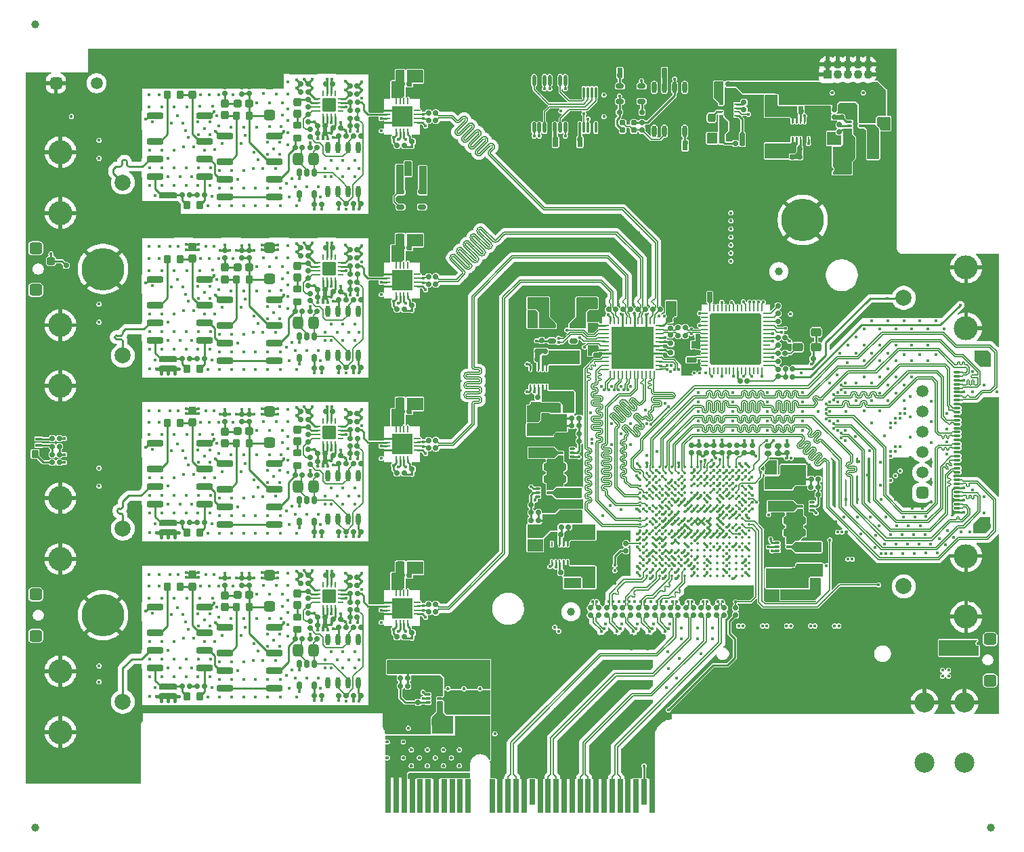
<source format=gbr>
%TF.GenerationSoftware,KiCad,Pcbnew,9.0.0*%
%TF.CreationDate,2025-04-15T14:45:54-04:00*%
%TF.ProjectId,Thunderscope_Rev5,5468756e-6465-4727-9363-6f70655f5265,rev?*%
%TF.SameCoordinates,Original*%
%TF.FileFunction,Copper,L1,Top*%
%TF.FilePolarity,Positive*%
%FSLAX46Y46*%
G04 Gerber Fmt 4.6, Leading zero omitted, Abs format (unit mm)*
G04 Created by KiCad (PCBNEW 9.0.0) date 2025-04-15 14:45:54*
%MOMM*%
%LPD*%
G01*
G04 APERTURE LIST*
G04 Aperture macros list*
%AMRoundRect*
0 Rectangle with rounded corners*
0 $1 Rounding radius*
0 $2 $3 $4 $5 $6 $7 $8 $9 X,Y pos of 4 corners*
0 Add a 4 corners polygon primitive as box body*
4,1,4,$2,$3,$4,$5,$6,$7,$8,$9,$2,$3,0*
0 Add four circle primitives for the rounded corners*
1,1,$1+$1,$2,$3*
1,1,$1+$1,$4,$5*
1,1,$1+$1,$6,$7*
1,1,$1+$1,$8,$9*
0 Add four rect primitives between the rounded corners*
20,1,$1+$1,$2,$3,$4,$5,0*
20,1,$1+$1,$4,$5,$6,$7,0*
20,1,$1+$1,$6,$7,$8,$9,0*
20,1,$1+$1,$8,$9,$2,$3,0*%
G04 Aperture macros list end*
%TA.AperFunction,SMDPad,CuDef*%
%ADD10RoundRect,0.150000X-0.150000X0.150000X-0.150000X-0.150000X0.150000X-0.150000X0.150000X0.150000X0*%
%TD*%
%TA.AperFunction,SMDPad,CuDef*%
%ADD11RoundRect,0.150000X0.150000X-0.150000X0.150000X0.150000X-0.150000X0.150000X-0.150000X-0.150000X0*%
%TD*%
%TA.AperFunction,ComponentPad*%
%ADD12C,2.000000*%
%TD*%
%TA.AperFunction,ComponentPad*%
%ADD13C,3.000000*%
%TD*%
%TA.AperFunction,SMDPad,CuDef*%
%ADD14RoundRect,0.160000X0.160000X-0.160000X0.160000X0.160000X-0.160000X0.160000X-0.160000X-0.160000X0*%
%TD*%
%TA.AperFunction,SMDPad,CuDef*%
%ADD15RoundRect,0.200000X0.200000X2.575000X-0.200000X2.575000X-0.200000X-2.575000X0.200000X-2.575000X0*%
%TD*%
%TA.AperFunction,SMDPad,CuDef*%
%ADD16RoundRect,0.200000X-0.200000X-1.700000X0.200000X-1.700000X0.200000X1.700000X-0.200000X1.700000X0*%
%TD*%
%TA.AperFunction,SMDPad,CuDef*%
%ADD17RoundRect,0.200000X2.290000X-0.200000X2.290000X0.200000X-2.290000X0.200000X-2.290000X-0.200000X0*%
%TD*%
%TA.AperFunction,SMDPad,CuDef*%
%ADD18RoundRect,0.200000X-2.290000X0.200000X-2.290000X-0.200000X2.290000X-0.200000X2.290000X0.200000X0*%
%TD*%
%TA.AperFunction,SMDPad,CuDef*%
%ADD19RoundRect,0.200000X1.700000X-0.200000X1.700000X0.200000X-1.700000X0.200000X-1.700000X-0.200000X0*%
%TD*%
%TA.AperFunction,SMDPad,CuDef*%
%ADD20RoundRect,0.200000X-1.700000X0.200000X-1.700000X-0.200000X1.700000X-0.200000X1.700000X0.200000X0*%
%TD*%
%TA.AperFunction,SMDPad,CuDef*%
%ADD21RoundRect,0.200000X-0.200000X-2.575000X0.200000X-2.575000X0.200000X2.575000X-0.200000X2.575000X0*%
%TD*%
%TA.AperFunction,SMDPad,CuDef*%
%ADD22RoundRect,0.200000X0.200000X1.700000X-0.200000X1.700000X-0.200000X-1.700000X0.200000X-1.700000X0*%
%TD*%
%TA.AperFunction,SMDPad,CuDef*%
%ADD23RoundRect,0.062500X0.062500X0.237500X-0.062500X0.237500X-0.062500X-0.237500X0.062500X-0.237500X0*%
%TD*%
%TA.AperFunction,SMDPad,CuDef*%
%ADD24RoundRect,0.060000X0.940000X0.540000X-0.940000X0.540000X-0.940000X-0.540000X0.940000X-0.540000X0*%
%TD*%
%TA.AperFunction,SMDPad,CuDef*%
%ADD25RoundRect,0.160000X-0.160000X0.160000X-0.160000X-0.160000X0.160000X-0.160000X0.160000X0.160000X0*%
%TD*%
%TA.AperFunction,SMDPad,CuDef*%
%ADD26RoundRect,0.062500X-0.062500X-0.237500X0.062500X-0.237500X0.062500X0.237500X-0.062500X0.237500X0*%
%TD*%
%TA.AperFunction,SMDPad,CuDef*%
%ADD27RoundRect,0.060000X-0.940000X-0.540000X0.940000X-0.540000X0.940000X0.540000X-0.940000X0.540000X0*%
%TD*%
%TA.AperFunction,SMDPad,CuDef*%
%ADD28RoundRect,0.225000X-0.225000X0.275000X-0.225000X-0.275000X0.225000X-0.275000X0.225000X0.275000X0*%
%TD*%
%TA.AperFunction,SMDPad,CuDef*%
%ADD29RoundRect,0.237500X0.287500X-0.237500X0.287500X0.237500X-0.287500X0.237500X-0.287500X-0.237500X0*%
%TD*%
%TA.AperFunction,SMDPad,CuDef*%
%ADD30RoundRect,0.190500X0.934500X0.190500X-0.934500X0.190500X-0.934500X-0.190500X0.934500X-0.190500X0*%
%TD*%
%TA.AperFunction,SMDPad,CuDef*%
%ADD31RoundRect,0.150000X-0.150000X-0.150000X0.150000X-0.150000X0.150000X0.150000X-0.150000X0.150000X0*%
%TD*%
%TA.AperFunction,SMDPad,CuDef*%
%ADD32RoundRect,0.237500X-0.287500X0.237500X-0.287500X-0.237500X0.287500X-0.237500X0.287500X0.237500X0*%
%TD*%
%TA.AperFunction,SMDPad,CuDef*%
%ADD33RoundRect,0.200000X-0.830000X0.200000X-0.830000X-0.200000X0.830000X-0.200000X0.830000X0.200000X0*%
%TD*%
%TA.AperFunction,SMDPad,CuDef*%
%ADD34RoundRect,0.225000X-0.275000X-0.225000X0.275000X-0.225000X0.275000X0.225000X-0.275000X0.225000X0*%
%TD*%
%TA.AperFunction,SMDPad,CuDef*%
%ADD35RoundRect,0.160000X0.160000X0.160000X-0.160000X0.160000X-0.160000X-0.160000X0.160000X-0.160000X0*%
%TD*%
%TA.AperFunction,SMDPad,CuDef*%
%ADD36RoundRect,0.325000X0.375000X0.325000X-0.375000X0.325000X-0.375000X-0.325000X0.375000X-0.325000X0*%
%TD*%
%TA.AperFunction,SMDPad,CuDef*%
%ADD37RoundRect,0.062500X0.187500X-0.062500X0.187500X0.062500X-0.187500X0.062500X-0.187500X-0.062500X0*%
%TD*%
%TA.AperFunction,SMDPad,CuDef*%
%ADD38RoundRect,0.045000X0.405000X-0.755000X0.405000X0.755000X-0.405000X0.755000X-0.405000X-0.755000X0*%
%TD*%
%TA.AperFunction,SMDPad,CuDef*%
%ADD39RoundRect,0.375000X-0.425000X0.375000X-0.425000X-0.375000X0.425000X-0.375000X0.425000X0.375000X0*%
%TD*%
%TA.AperFunction,SMDPad,CuDef*%
%ADD40RoundRect,0.375000X0.425000X-0.375000X0.425000X0.375000X-0.425000X0.375000X-0.425000X-0.375000X0*%
%TD*%
%TA.AperFunction,SMDPad,CuDef*%
%ADD41RoundRect,0.250000X-0.275000X0.250000X-0.275000X-0.250000X0.275000X-0.250000X0.275000X0.250000X0*%
%TD*%
%TA.AperFunction,SMDPad,CuDef*%
%ADD42RoundRect,0.225000X0.225000X-0.275000X0.225000X0.275000X-0.225000X0.275000X-0.225000X-0.275000X0*%
%TD*%
%TA.AperFunction,SMDPad,CuDef*%
%ADD43RoundRect,0.237500X-0.237500X-0.287500X0.237500X-0.287500X0.237500X0.287500X-0.237500X0.287500X0*%
%TD*%
%TA.AperFunction,SMDPad,CuDef*%
%ADD44O,0.900000X0.250000*%
%TD*%
%TA.AperFunction,SMDPad,CuDef*%
%ADD45O,0.250000X0.900000*%
%TD*%
%TA.AperFunction,SMDPad,CuDef*%
%ADD46R,5.280000X5.280000*%
%TD*%
%TA.AperFunction,SMDPad,CuDef*%
%ADD47RoundRect,0.325000X0.325000X-0.425000X0.325000X0.425000X-0.325000X0.425000X-0.325000X-0.425000X0*%
%TD*%
%TA.AperFunction,SMDPad,CuDef*%
%ADD48O,0.600000X1.450000*%
%TD*%
%TA.AperFunction,SMDPad,CuDef*%
%ADD49RoundRect,0.325000X0.425000X0.325000X-0.425000X0.325000X-0.425000X-0.325000X0.425000X-0.325000X0*%
%TD*%
%TA.AperFunction,SMDPad,CuDef*%
%ADD50RoundRect,0.237500X0.237500X0.287500X-0.237500X0.287500X-0.237500X-0.287500X0.237500X-0.287500X0*%
%TD*%
%TA.AperFunction,SMDPad,CuDef*%
%ADD51RoundRect,0.150000X0.350000X-0.150000X0.350000X0.150000X-0.350000X0.150000X-0.350000X-0.150000X0*%
%TD*%
%TA.AperFunction,SMDPad,CuDef*%
%ADD52RoundRect,0.075000X0.260000X-0.075000X0.260000X0.075000X-0.260000X0.075000X-0.260000X-0.075000X0*%
%TD*%
%TA.AperFunction,SMDPad,CuDef*%
%ADD53RoundRect,0.075000X-0.260000X0.075000X-0.260000X-0.075000X0.260000X-0.075000X0.260000X0.075000X0*%
%TD*%
%TA.AperFunction,SMDPad,CuDef*%
%ADD54O,0.250000X0.850000*%
%TD*%
%TA.AperFunction,SMDPad,CuDef*%
%ADD55O,0.850000X0.250000*%
%TD*%
%TA.AperFunction,SMDPad,CuDef*%
%ADD56RoundRect,0.065000X-1.235000X1.235000X-1.235000X-1.235000X1.235000X-1.235000X1.235000X1.235000X0*%
%TD*%
%TA.AperFunction,SMDPad,CuDef*%
%ADD57RoundRect,0.150000X0.150000X0.150000X-0.150000X0.150000X-0.150000X-0.150000X0.150000X-0.150000X0*%
%TD*%
%TA.AperFunction,SMDPad,CuDef*%
%ADD58RoundRect,0.160000X-0.160000X-0.160000X0.160000X-0.160000X0.160000X0.160000X-0.160000X0.160000X0*%
%TD*%
%TA.AperFunction,SMDPad,CuDef*%
%ADD59O,0.200000X0.850000*%
%TD*%
%TA.AperFunction,SMDPad,CuDef*%
%ADD60O,0.850000X0.200000*%
%TD*%
%TA.AperFunction,SMDPad,CuDef*%
%ADD61RoundRect,0.160000X3.040000X-3.040000X3.040000X3.040000X-3.040000X3.040000X-3.040000X-3.040000X0*%
%TD*%
%TA.AperFunction,SMDPad,CuDef*%
%ADD62RoundRect,0.325000X-0.425000X-0.325000X0.425000X-0.325000X0.425000X0.325000X-0.425000X0.325000X0*%
%TD*%
%TA.AperFunction,SMDPad,CuDef*%
%ADD63RoundRect,0.150000X-0.150000X-0.350000X0.150000X-0.350000X0.150000X0.350000X-0.150000X0.350000X0*%
%TD*%
%TA.AperFunction,SMDPad,CuDef*%
%ADD64RoundRect,0.307500X1.052500X0.307500X-1.052500X0.307500X-1.052500X-0.307500X1.052500X-0.307500X0*%
%TD*%
%TA.AperFunction,SMDPad,CuDef*%
%ADD65RoundRect,0.275000X0.375000X0.275000X-0.375000X0.275000X-0.375000X-0.275000X0.375000X-0.275000X0*%
%TD*%
%TA.AperFunction,SMDPad,CuDef*%
%ADD66RoundRect,0.275000X-0.375000X-0.275000X0.375000X-0.275000X0.375000X0.275000X-0.375000X0.275000X0*%
%TD*%
%TA.AperFunction,ComponentPad*%
%ADD67R,1.090000X1.090000*%
%TD*%
%TA.AperFunction,ComponentPad*%
%ADD68C,1.090000*%
%TD*%
%TA.AperFunction,SMDPad,CuDef*%
%ADD69RoundRect,0.085000X-0.852064X-0.371231X-0.371231X-0.852064X0.852064X0.371231X0.371231X0.852064X0*%
%TD*%
%TA.AperFunction,SMDPad,CuDef*%
%ADD70RoundRect,0.110000X-0.905097X-0.282843X-0.282843X-0.905097X0.905097X0.282843X0.282843X0.905097X0*%
%TD*%
%TA.AperFunction,SMDPad,CuDef*%
%ADD71C,1.000000*%
%TD*%
%TA.AperFunction,SMDPad,CuDef*%
%ADD72O,0.350000X1.400000*%
%TD*%
%TA.AperFunction,SMDPad,CuDef*%
%ADD73RoundRect,0.307500X-1.052500X-0.307500X1.052500X-0.307500X1.052500X0.307500X-1.052500X0.307500X0*%
%TD*%
%TA.AperFunction,SMDPad,CuDef*%
%ADD74RoundRect,0.325000X-0.325000X0.425000X-0.325000X-0.425000X0.325000X-0.425000X0.325000X0.425000X0*%
%TD*%
%TA.AperFunction,SMDPad,CuDef*%
%ADD75RoundRect,0.225000X0.275000X0.225000X-0.275000X0.225000X-0.275000X-0.225000X0.275000X-0.225000X0*%
%TD*%
%TA.AperFunction,SMDPad,CuDef*%
%ADD76RoundRect,0.175000X0.225000X0.175000X-0.225000X0.175000X-0.225000X-0.175000X0.225000X-0.175000X0*%
%TD*%
%TA.AperFunction,SMDPad,CuDef*%
%ADD77RoundRect,0.175000X-0.225000X-0.175000X0.225000X-0.175000X0.225000X0.175000X-0.225000X0.175000X0*%
%TD*%
%TA.AperFunction,SMDPad,CuDef*%
%ADD78O,0.800000X0.250000*%
%TD*%
%TA.AperFunction,SMDPad,CuDef*%
%ADD79O,0.250000X0.800000*%
%TD*%
%TA.AperFunction,SMDPad,CuDef*%
%ADD80RoundRect,0.084000X-0.756000X-0.756000X0.756000X-0.756000X0.756000X0.756000X-0.756000X0.756000X0*%
%TD*%
%TA.AperFunction,ComponentPad*%
%ADD81C,2.500000*%
%TD*%
%TA.AperFunction,SMDPad,CuDef*%
%ADD82RoundRect,0.150000X-0.350000X0.150000X-0.350000X-0.150000X0.350000X-0.150000X0.350000X0.150000X0*%
%TD*%
%TA.AperFunction,SMDPad,CuDef*%
%ADD83RoundRect,0.075000X-0.175000X-0.075000X0.175000X-0.075000X0.175000X0.075000X-0.175000X0.075000X0*%
%TD*%
%TA.AperFunction,SMDPad,CuDef*%
%ADD84RoundRect,0.307500X0.307500X-1.052500X0.307500X1.052500X-0.307500X1.052500X-0.307500X-1.052500X0*%
%TD*%
%TA.AperFunction,SMDPad,CuDef*%
%ADD85R,0.700000X4.200000*%
%TD*%
%TA.AperFunction,SMDPad,CuDef*%
%ADD86R,0.700000X3.200000*%
%TD*%
%TA.AperFunction,SMDPad,CuDef*%
%ADD87RoundRect,0.250000X0.275000X-0.250000X0.275000X0.250000X-0.275000X0.250000X-0.275000X-0.250000X0*%
%TD*%
%TA.AperFunction,SMDPad,CuDef*%
%ADD88RoundRect,0.235000X2.315000X-0.940000X2.315000X0.940000X-2.315000X0.940000X-2.315000X-0.940000X0*%
%TD*%
%TA.AperFunction,SMDPad,CuDef*%
%ADD89RoundRect,0.075000X0.350000X-0.075000X0.350000X0.075000X-0.350000X0.075000X-0.350000X-0.075000X0*%
%TD*%
%TA.AperFunction,SMDPad,CuDef*%
%ADD90RoundRect,0.200000X0.800000X-0.200000X0.800000X0.200000X-0.800000X0.200000X-0.800000X-0.200000X0*%
%TD*%
%TA.AperFunction,SMDPad,CuDef*%
%ADD91C,0.350000*%
%TD*%
%TA.AperFunction,ComponentPad*%
%ADD92RoundRect,0.375000X-0.375000X-0.375000X0.375000X-0.375000X0.375000X0.375000X-0.375000X0.375000X0*%
%TD*%
%TA.AperFunction,ComponentPad*%
%ADD93C,1.500000*%
%TD*%
%TA.AperFunction,SMDPad,CuDef*%
%ADD94O,0.450000X1.400000*%
%TD*%
%TA.AperFunction,SMDPad,CuDef*%
%ADD95RoundRect,0.135000X0.315000X-0.365000X0.315000X0.365000X-0.315000X0.365000X-0.315000X-0.365000X0*%
%TD*%
%TA.AperFunction,SMDPad,CuDef*%
%ADD96RoundRect,0.060000X0.340000X-0.140000X0.340000X0.140000X-0.340000X0.140000X-0.340000X-0.140000X0*%
%TD*%
%TA.AperFunction,SMDPad,CuDef*%
%ADD97RoundRect,0.160000X0.190000X-0.160000X0.190000X0.160000X-0.190000X0.160000X-0.190000X-0.160000X0*%
%TD*%
%TA.AperFunction,ComponentPad*%
%ADD98C,5.300000*%
%TD*%
%TA.AperFunction,ComponentPad*%
%ADD99RoundRect,0.375000X0.375000X-0.375000X0.375000X0.375000X-0.375000X0.375000X-0.375000X-0.375000X0*%
%TD*%
%TA.AperFunction,ViaPad*%
%ADD100C,0.406400*%
%TD*%
%TA.AperFunction,Conductor*%
%ADD101C,0.400000*%
%TD*%
%TA.AperFunction,Conductor*%
%ADD102C,0.152400*%
%TD*%
%TA.AperFunction,Conductor*%
%ADD103C,0.254000*%
%TD*%
%TA.AperFunction,Conductor*%
%ADD104C,0.190790*%
%TD*%
%TA.AperFunction,Conductor*%
%ADD105C,0.203200*%
%TD*%
%TA.AperFunction,Conductor*%
%ADD106C,0.127000*%
%TD*%
%TA.AperFunction,Conductor*%
%ADD107C,0.213000*%
%TD*%
%TA.AperFunction,Conductor*%
%ADD108C,0.250000*%
%TD*%
%TA.AperFunction,Conductor*%
%ADD109C,0.300000*%
%TD*%
%TA.AperFunction,Conductor*%
%ADD110C,0.500000*%
%TD*%
%TA.AperFunction,Conductor*%
%ADD111C,0.600000*%
%TD*%
%TA.AperFunction,Conductor*%
%ADD112C,0.450000*%
%TD*%
%TA.AperFunction,Conductor*%
%ADD113C,0.350000*%
%TD*%
%TA.AperFunction,Conductor*%
%ADD114C,0.700000*%
%TD*%
G04 APERTURE END LIST*
D10*
%TO.P,R1033_1,1,1*%
%TO.N,+3V3_PGA*%
X134676085Y-69928600D03*
%TO.P,R1033_1,2,2*%
%TO.N,/PGA_CSn_1*%
X133776085Y-69928600D03*
%TD*%
D11*
%TO.P,FB1000_4,1,1*%
%TO.N,/CH4/+VPGA*%
X134401105Y-123713600D03*
%TO.P,FB1000_4,2,2*%
%TO.N,+5V*%
X135301105Y-123713600D03*
%TD*%
D12*
%TO.P,J1002_3,1,Signal*%
%TO.N,/CH3/BNC_IN*%
X99476095Y-117878600D03*
D13*
%TO.P,J1002_3,2,SHIELD*%
%TO.N,GND*%
X91676095Y-121678600D03*
X91676095Y-114078600D03*
%TD*%
D14*
%TO.P,C1045_1,1,1*%
%TO.N,+5V*%
X126441095Y-68753600D03*
%TO.P,C1045_1,2,2*%
%TO.N,GND*%
X127361095Y-68753600D03*
%TD*%
D15*
%TO.P,SHLD1001_2,1,1*%
%TO.N,GND*%
X130613695Y-97022990D03*
D16*
X130611095Y-90253590D03*
D15*
X130611095Y-83478990D03*
D17*
X128523395Y-99398390D03*
D18*
X128521395Y-81103590D03*
D19*
X122033695Y-99398390D03*
D20*
X122031095Y-81103590D03*
D19*
X116033695Y-99398390D03*
D20*
X116031095Y-81103590D03*
D19*
X110033695Y-99398390D03*
D20*
X110031095Y-81103590D03*
D17*
X103543395Y-99398390D03*
D18*
X103541395Y-81103590D03*
D21*
X101453695Y-97022990D03*
D22*
X101451095Y-90253590D03*
D21*
X101451095Y-83478990D03*
%TD*%
D14*
%TO.P,C185,1,1*%
%TO.N,GND*%
X153321095Y-123343600D03*
%TO.P,C185,2,2*%
%TO.N,Net-(U22-NR{slash}SS)*%
X154241095Y-123343600D03*
%TD*%
D12*
%TO.P,J1002_2,1,Signal*%
%TO.N,/CH2/BNC_IN*%
X99476095Y-96228600D03*
D13*
%TO.P,J1002_2,2,SHIELD*%
%TO.N,GND*%
X91676095Y-100028600D03*
X91676095Y-92428600D03*
%TD*%
D23*
%TO.P,U15,1,OUT*%
%TO.N,+5V*%
X183206076Y-69178599D03*
%TO.P,U15,2,OUT*%
X183706076Y-69178599D03*
%TO.P,U15,3,FB*%
%TO.N,Net-(U15-FB)*%
X184206076Y-69178599D03*
%TO.P,U15,4,GND*%
%TO.N,GND*%
X184706076Y-69178599D03*
%TO.P,U15,5,PG*%
%TO.N,/FPGA/FPGA IO Banks/FE_PG*%
X185206076Y-69178599D03*
%TO.P,U15,6,SS_CTRL*%
%TO.N,GND*%
X185206076Y-66878599D03*
%TO.P,U15,7,EN*%
%TO.N,/ACQ and FE Voltage Regs/FE_EN*%
X184706076Y-66878599D03*
%TO.P,U15,8,NR/SS*%
%TO.N,Net-(U15-NR{slash}SS)*%
X184206076Y-66878599D03*
%TO.P,U15,9,IN*%
%TO.N,/ACQ and FE Voltage Regs/+5V3_R_LDO*%
X183706076Y-66878599D03*
%TO.P,U15,10,IN*%
X183206076Y-66878599D03*
D24*
%TO.P,U15,11,PAD*%
%TO.N,GND*%
X184206076Y-68028599D03*
%TD*%
D11*
%TO.P,R1042_3,1,1*%
%TO.N,-VBIAS*%
X127876115Y-107528590D03*
%TO.P,R1042_3,2,2*%
%TO.N,/CH3/DC_FB*%
X128776115Y-107528590D03*
%TD*%
%TO.P,R1039_3,1,1*%
%TO.N,/CH3/ATTEN_OUT*%
X121026105Y-111203600D03*
%TO.P,R1039_3,2,2*%
%TO.N,/CH3/SW_NO*%
X121926105Y-111203600D03*
%TD*%
%TO.P,R85,1,1*%
%TO.N,Net-(D1-B)*%
X90651105Y-108603600D03*
%TO.P,R85,2,2*%
%TO.N,/FPGA/LED_B*%
X91551105Y-108603600D03*
%TD*%
D25*
%TO.P,C1047_2,1,1*%
%TO.N,+5V*%
X122636095Y-83728590D03*
%TO.P,C1047_2,2,2*%
%TO.N,GND*%
X121716095Y-83728590D03*
%TD*%
D26*
%TO.P,U22,1,OUT*%
%TO.N,+1V2_MGT*%
X155101095Y-119803600D03*
%TO.P,U22,2,OUT*%
X154601095Y-119803600D03*
%TO.P,U22,3,FB*%
%TO.N,Net-(U22-FB)*%
X154101095Y-119803600D03*
%TO.P,U22,4,GND*%
%TO.N,GND*%
X153601095Y-119803600D03*
%TO.P,U22,5,PG*%
%TO.N,unconnected-(U22-PG-Pad5)*%
X153101095Y-119803600D03*
%TO.P,U22,6,SS_CTRL*%
%TO.N,/FPGA/FPGA Voltage Regs/+1V8_R_LDO*%
X153101095Y-122103600D03*
%TO.P,U22,7,EN*%
%TO.N,/FPGA/FPGA Voltage Regs/PG_1V8*%
X153601095Y-122103600D03*
%TO.P,U22,8,NR/SS*%
%TO.N,Net-(U22-NR{slash}SS)*%
X154101095Y-122103600D03*
%TO.P,U22,9,IN*%
%TO.N,/FPGA/FPGA Voltage Regs/+1V8_R_LDO*%
X154601095Y-122103600D03*
%TO.P,U22,10,IN*%
X155101095Y-122103600D03*
D27*
%TO.P,U22,11,PAD*%
%TO.N,GND*%
X154101095Y-120953600D03*
%TD*%
D28*
%TO.P,R1022_3,1,1*%
%TO.N,/CH3/TERM_1M_R*%
X106651095Y-104641100D03*
%TO.P,R1022_3,2,2*%
%TO.N,/CH3/TERM_1M*%
X105051095Y-104641100D03*
%TD*%
D29*
%TO.P,C1039_2,1,1*%
%TO.N,GND*%
X132736095Y-81483600D03*
%TO.P,C1039_2,2,2*%
%TO.N,/CH2/+VPGA*%
X134186095Y-81483600D03*
%TD*%
D11*
%TO.P,R1037_3,1,1*%
%TO.N,/CH3/BUF_OUT*%
X127901105Y-105528600D03*
%TO.P,R1037_3,2,2*%
%TO.N,/CH3/BUF_OUT_R*%
X128801105Y-105528600D03*
%TD*%
D30*
%TO.P,R1025_2,1,1*%
%TO.N,GND*%
X105101095Y-97866100D03*
%TO.P,R1025_2,2,2*%
%TO.N,/CH2/TERM_50Z*%
X105101095Y-96716100D03*
%TD*%
D31*
%TO.P,R1043_1,1,1*%
%TO.N,/CH1/BUF_IN_AUX*%
X122876095Y-67953600D03*
%TO.P,R1043_1,2,2*%
%TO.N,/CH1/OPA_OUT*%
X122876095Y-68853600D03*
%TD*%
%TO.P,R37,1,1*%
%TO.N,/FPGA/MGT_RX3_N*%
X168917200Y-127803610D03*
%TO.P,R37,2,2*%
%TO.N,/TS-PCIe Components/PCIe_PET0_N*%
X168917200Y-128703610D03*
%TD*%
D32*
%TO.P,C1024_4,1,1*%
%TO.N,/CH4/ATTEN_50X_R*%
X115251095Y-126203600D03*
%TO.P,C1024_4,2,2*%
%TO.N,Net-(C1023_4-Pad1)*%
X113801095Y-126203600D03*
%TD*%
D14*
%TO.P,C66,1,1*%
%TO.N,Net-(U7-IC2P)*%
X181366095Y-95953600D03*
%TO.P,C66,2,2*%
%TO.N,/Clock Generator/INTREF*%
X182286095Y-95953600D03*
%TD*%
D11*
%TO.P,FB1000_3,1,1*%
%TO.N,/CH3/+VPGA*%
X134401105Y-103213600D03*
%TO.P,FB1000_3,2,2*%
%TO.N,+5V*%
X135301105Y-103213600D03*
%TD*%
D14*
%TO.P,C85,1,1*%
%TO.N,Net-(U11-FB)*%
X134191095Y-136578600D03*
%TO.P,C85,2,2*%
%TO.N,+VUSB*%
X135111095Y-136578600D03*
%TD*%
D33*
%TO.P,K1000_3,1,1*%
%TO.N,Net-(D1000_3-K)*%
X103551105Y-107216100D03*
%TO.P,K1000_3,2,2*%
%TO.N,/CH3/TERM_1M*%
X103551105Y-110416100D03*
%TO.P,K1000_3,3,3*%
%TO.N,/CH3/BNC_IN*%
X103551105Y-112616100D03*
%TO.P,K1000_3,4,4*%
%TO.N,/CH3/TERM_50Z*%
X103551105Y-114816100D03*
%TO.P,K1000_3,5,5*%
%TO.N,/CH3/TERM_50Z_R*%
X109691095Y-114816100D03*
%TO.P,K1000_3,6,6*%
%TO.N,/CH3/ATTEN_IN*%
X109691095Y-112616100D03*
%TO.P,K1000_3,7,7*%
%TO.N,/CH3/TERM_1M_R*%
X109691095Y-110416100D03*
%TO.P,K1000_3,8,8*%
%TO.N,Net-(D1000_3-A)*%
X109691095Y-107216100D03*
%TD*%
D14*
%TO.P,C1046_1,1,1*%
%TO.N,+5V*%
X127866105Y-62478590D03*
%TO.P,C1046_1,2,2*%
%TO.N,GND*%
X128786105Y-62478590D03*
%TD*%
D10*
%TO.P,R127,1,1*%
%TO.N,Net-(U22-FB)*%
X154231085Y-118628600D03*
%TO.P,R127,2,2*%
%TO.N,GND*%
X153331085Y-118628600D03*
%TD*%
D34*
%TO.P,R120,1,1*%
%TO.N,/FPGA/FPGA Voltage Regs/+1V8_R*%
X151151095Y-118053601D03*
%TO.P,R120,2,2*%
%TO.N,+1V8*%
X151151095Y-119653599D03*
%TD*%
D35*
%TO.P,C1034_4,1,1*%
%TO.N,GND*%
X122676095Y-128488600D03*
%TO.P,C1034_4,2,2*%
%TO.N,/CH4/BUF_IN_AUX*%
X122676095Y-127568600D03*
%TD*%
D10*
%TO.P,R1044_4,1,1*%
%TO.N,/CH4/DC_FB*%
X127376085Y-138753600D03*
%TO.P,R1044_4,2,2*%
%TO.N,/CH4/DC_FB_TRIM*%
X126476085Y-138753600D03*
%TD*%
D28*
%TO.P,R1022_2,1,1*%
%TO.N,/CH2/TERM_1M_R*%
X106651095Y-84141100D03*
%TO.P,R1022_2,2,2*%
%TO.N,/CH2/TERM_1M*%
X105051095Y-84141100D03*
%TD*%
D35*
%TO.P,C47,1,1*%
%TO.N,/TS-USB4 Components/M2_REFCLK_P*%
X157976095Y-128738600D03*
%TO.P,C47,2,2*%
%TO.N,/MGT_CLK1_P*%
X157976095Y-127818600D03*
%TD*%
D31*
%TO.P,R38,1,1*%
%TO.N,/FPGA/MGT_RX3_P*%
X167976095Y-127803610D03*
%TO.P,R38,2,2*%
%TO.N,/TS-PCIe Components/PCIe_PET0_P*%
X167976095Y-128703610D03*
%TD*%
D36*
%TO.P,C1059_1,1,1*%
%TO.N,/CH1/ATTEN_50X_R*%
X117826095Y-66103600D03*
%TO.P,C1059_1,2,2*%
%TO.N,GND*%
X117826095Y-62203600D03*
%TD*%
D37*
%TO.P,U13,1,VIN*%
%TO.N,/ACQ and FE Voltage Regs/+5V3_R_CP*%
X174281074Y-64753599D03*
%TO.P,U13,2,GND*%
%TO.N,GND*%
X174281074Y-65253594D03*
%TO.P,U13,3,CPOUT*%
%TO.N,Net-(U13-CPOUT)*%
X174281081Y-65753597D03*
%TO.P,U13,4,VOUT*%
%TO.N,/ACQ and FE Voltage Regs/-5V_R*%
X174281074Y-66253599D03*
%TO.P,U13,5,VFB*%
%TO.N,Net-(U13-VFB)*%
X176181077Y-66253592D03*
%TO.P,U13,6,EN*%
%TO.N,/ACQ and FE Voltage Regs/FE_EN*%
X176181077Y-65753597D03*
%TO.P,U13,7,C1-*%
%TO.N,Net-(U13-C1-)*%
X176181077Y-65253601D03*
%TO.P,U13,8,C1+*%
%TO.N,Net-(U13-C1+)*%
X176181077Y-64753592D03*
D38*
%TO.P,U13,9,PAD*%
%TO.N,GND*%
X175231072Y-65503599D03*
%TD*%
D39*
%TO.P,J12,*%
%TO.N,*%
X88587500Y-82803600D03*
D40*
X88587500Y-88003600D03*
D41*
%TO.P,J12,1,1*%
%TO.N,/SPRING*%
X90512500Y-84403600D03*
%TO.P,J12,2,2*%
%TO.N,GND*%
X90512500Y-86403600D03*
%TD*%
D11*
%TO.P,R1041_1,1,1*%
%TO.N,/CH1/BUF_OUT*%
X127901105Y-65578600D03*
%TO.P,R1041_1,2,2*%
%TO.N,/CH1/DC_FB*%
X128801105Y-65578600D03*
%TD*%
D10*
%TO.P,R19,1,1*%
%TO.N,/CH3_P*%
X162944145Y-90478600D03*
%TO.P,R19,2,2*%
%TO.N,/CH3_N*%
X162044145Y-90478600D03*
%TD*%
D14*
%TO.P,C16,1,1*%
%TO.N,/ADC/+1V8A*%
X167741095Y-91753600D03*
%TO.P,C16,2,2*%
%TO.N,GND*%
X168661095Y-91753600D03*
%TD*%
D31*
%TO.P,R79,1,1*%
%TO.N,+3V3*%
X174351095Y-107478610D03*
%TO.P,R79,2,2*%
%TO.N,/FPGA/FPGA IO Banks/HWID2*%
X174351095Y-108378610D03*
%TD*%
D12*
%TO.P,J1002_4,1,Signal*%
%TO.N,/CH4/BNC_IN*%
X99476095Y-139528600D03*
D13*
%TO.P,J1002_4,2,SHIELD*%
%TO.N,GND*%
X91676095Y-143328600D03*
X91676095Y-135728600D03*
%TD*%
D11*
%TO.P,R1039_2,1,1*%
%TO.N,/CH2/ATTEN_OUT*%
X121026105Y-90703600D03*
%TO.P,R1039_2,2,2*%
%TO.N,/CH2/SW_NO*%
X121926105Y-90703600D03*
%TD*%
D10*
%TO.P,R1044_1,1,1*%
%TO.N,/CH1/DC_FB*%
X127376085Y-77253600D03*
%TO.P,R1044_1,2,2*%
%TO.N,/CH1/DC_FB_TRIM*%
X126476085Y-77253600D03*
%TD*%
D42*
%TO.P,R1024_3,1,1*%
%TO.N,/CH3/ATTEN_50X*%
X113701095Y-107203600D03*
%TO.P,R1024_3,2,2*%
%TO.N,/CH3/ATTEN_50X_R*%
X115301095Y-107203600D03*
%TD*%
%TO.P,R1021_4,1,1*%
%TO.N,/CH4/TERM_50Z*%
X107501095Y-138866100D03*
%TO.P,R1021_4,2,2*%
%TO.N,/CH4/TERM_50Z_R*%
X109101095Y-138866100D03*
%TD*%
D31*
%TO.P,R75,1,1*%
%TO.N,+3V3*%
X178151095Y-107478610D03*
%TO.P,R75,2,2*%
%TO.N,/FPGA/FPGA IO Banks/HWID0*%
X178151095Y-108378610D03*
%TD*%
D30*
%TO.P,R1025_4,1,1*%
%TO.N,GND*%
X105101095Y-138866100D03*
%TO.P,R1025_4,2,2*%
%TO.N,/CH4/TERM_50Z*%
X105101095Y-137716100D03*
%TD*%
D28*
%TO.P,R1022_4,1,1*%
%TO.N,/CH4/TERM_1M_R*%
X106651095Y-125141100D03*
%TO.P,R1022_4,2,2*%
%TO.N,/CH4/TERM_1M*%
X105051095Y-125141100D03*
%TD*%
D25*
%TO.P,C76,1,1*%
%TO.N,+3V3_PGA*%
X136961094Y-73428600D03*
%TO.P,C76,2,2*%
%TO.N,GND*%
X136041094Y-73428600D03*
%TD*%
D36*
%TO.P,C1059_3,1,1*%
%TO.N,/CH3/ATTEN_50X_R*%
X117826095Y-107103600D03*
%TO.P,C1059_3,2,2*%
%TO.N,GND*%
X117826095Y-103203600D03*
%TD*%
D31*
%TO.P,R29,1,1*%
%TO.N,/FPGA/MGT_RX1_N*%
X172717200Y-127803610D03*
%TO.P,R29,2,2*%
%TO.N,/TS-PCIe Components/PCIe_PET2_N*%
X172717200Y-128703610D03*
%TD*%
D25*
%TO.P,C126,1,1*%
%TO.N,+3V3_PGA*%
X136961094Y-74428600D03*
%TO.P,C126,2,2*%
%TO.N,GND*%
X136041094Y-74428600D03*
%TD*%
%TO.P,C1056_4,1,1*%
%TO.N,GND*%
X126686105Y-129253590D03*
%TO.P,C1056_4,2,2*%
%TO.N,-5V*%
X125766105Y-129253590D03*
%TD*%
D10*
%TO.P,R129,1,1*%
%TO.N,Net-(U23-FB)*%
X156526085Y-105028600D03*
%TO.P,R129,2,2*%
%TO.N,/FPGA/FPGA Voltage Regs/+2V5_R*%
X155626085Y-105028600D03*
%TD*%
D43*
%TO.P,C122,1,1*%
%TO.N,GND*%
X180406076Y-68803600D03*
%TO.P,C122,2,2*%
%TO.N,+5V*%
X180406076Y-70253598D03*
%TD*%
D44*
%TO.P,U6,1,AVDD*%
%TO.N,/ADC/+1V8A*%
X159794145Y-92478610D03*
%TO.P,U6,2,CSn*%
%TO.N,/ADC/ADC_CSn*%
X159794145Y-92978610D03*
%TO.P,U6,3,SDATA*%
%TO.N,/ADC/ADC_SDATA*%
X159794145Y-93478610D03*
%TO.P,U6,4,SCLK*%
%TO.N,/ADC/ADC_SCLK*%
X159794145Y-93978610D03*
%TO.P,U6,5,RSTn*%
%TO.N,/ADC/ADC_RSTn*%
X159794145Y-94478610D03*
%TO.P,U6,6,PD*%
%TO.N,/ADC/ADC_PD*%
X159794145Y-94978610D03*
%TO.P,U6,7,DVDD*%
%TO.N,/ADC/+1V8D*%
X159794145Y-95478610D03*
%TO.P,U6,8,DVSS*%
%TO.N,GND*%
X159794145Y-95978610D03*
%TO.P,U6,9,D1A+*%
%TO.N,/ADC/D1A_P*%
X159794145Y-96478610D03*
%TO.P,U6,10,D1A-*%
%TO.N,/ADC/D1A_N*%
X159794145Y-96978610D03*
%TO.P,U6,11,D1B+*%
%TO.N,/ADC/D1B_P*%
X159794145Y-97478610D03*
%TO.P,U6,12,D1B-*%
%TO.N,/ADC/D1B_N*%
X159794145Y-97978610D03*
D45*
%TO.P,U6,13,D2A+*%
%TO.N,/ADC/D2A_P*%
X160419145Y-98603610D03*
%TO.P,U6,14,D2A-*%
%TO.N,/ADC/D2A_N*%
X160919145Y-98603610D03*
%TO.P,U6,15,D2B+*%
%TO.N,/ADC/D2B_P*%
X161419145Y-98603610D03*
%TO.P,U6,16,D2B-*%
%TO.N,/ADC/D2B_N*%
X161919145Y-98603610D03*
%TO.P,U6,17,LCLK+*%
%TO.N,/ADC/LCLK_P*%
X162419155Y-98603610D03*
%TO.P,U6,18,LCLK-*%
%TO.N,/ADC/LCLK_N*%
X162919145Y-98603610D03*
%TO.P,U6,19,FCLK+*%
%TO.N,/ADC/FCLK_P*%
X163419145Y-98603610D03*
%TO.P,U6,20,FCLK-*%
%TO.N,/ADC/FCLK_N*%
X163919145Y-98603610D03*
%TO.P,U6,21,D3A+*%
%TO.N,/ADC/D3A_P*%
X164419145Y-98603610D03*
%TO.P,U6,22,D3A-*%
%TO.N,/ADC/D3A_N*%
X164919155Y-98603610D03*
%TO.P,U6,23,D3B+*%
%TO.N,/ADC/D3B_P*%
X165419145Y-98603610D03*
%TO.P,U6,24,D3B-*%
%TO.N,/ADC/D3B_N*%
X165919145Y-98603610D03*
D44*
%TO.P,U6,25,D4A+*%
%TO.N,/ADC/D4A_P*%
X166544145Y-97978610D03*
%TO.P,U6,26,D4A-*%
%TO.N,/ADC/D4A_N*%
X166544145Y-97478610D03*
%TO.P,U6,27,D4B+*%
%TO.N,/ADC/D4B_P*%
X166544145Y-96978610D03*
%TO.P,U6,28,D4B-*%
%TO.N,/ADC/D4B_N*%
X166544145Y-96478610D03*
%TO.P,U6,29,DVSS*%
%TO.N,GND*%
X166544145Y-95978610D03*
%TO.P,U6,30,DVDD*%
%TO.N,/ADC/+1V8D*%
X166544145Y-95478610D03*
%TO.P,U6,31,AVSS2*%
%TO.N,GND*%
X166544145Y-94978610D03*
%TO.P,U6,32,AVDD2*%
%TO.N,/ADC/+1V8A*%
X166544145Y-94478610D03*
%TO.P,U6,33,OVDD*%
%TO.N,+3V3_ACQ*%
X166544145Y-93978610D03*
%TO.P,U6,34,CLK-*%
%TO.N,/ADC/ADC_CLK_N*%
X166544145Y-93478610D03*
%TO.P,U6,35,CLK+*%
%TO.N,/ADC/ADC_CLK_P*%
X166544145Y-92978610D03*
%TO.P,U6,36,AVDD*%
%TO.N,/ADC/+1V8A*%
X166544145Y-92478610D03*
D45*
%TO.P,U6,37,IN4-*%
%TO.N,/CH1_P*%
X165919145Y-91853610D03*
%TO.P,U6,38,IN4+*%
%TO.N,/CH1_N*%
X165419145Y-91853610D03*
%TO.P,U6,39,AVSS*%
%TO.N,GND*%
X164919155Y-91853610D03*
%TO.P,U6,40,IN3-*%
%TO.N,/CH2_P*%
X164419145Y-91853610D03*
%TO.P,U6,41,IN3+*%
%TO.N,/CH2_N*%
X163919145Y-91853610D03*
%TO.P,U6,42,AVSS*%
%TO.N,GND*%
X163419145Y-91853610D03*
%TO.P,U6,43,IN2-*%
%TO.N,/CH3_P*%
X162919145Y-91853610D03*
%TO.P,U6,44,IN2+*%
%TO.N,/CH3_N*%
X162419155Y-91853610D03*
%TO.P,U6,45,AVSS*%
%TO.N,GND*%
X161919145Y-91853610D03*
%TO.P,U6,46,IN1-*%
%TO.N,/CH4_P*%
X161419145Y-91853610D03*
%TO.P,U6,47,IN1+*%
%TO.N,/CH4_N*%
X160919145Y-91853610D03*
%TO.P,U6,48,VCM*%
%TO.N,/VCM*%
X160419145Y-91853610D03*
D46*
%TO.P,U6,49,EPAD*%
%TO.N,GND*%
X163169145Y-95228610D03*
%TD*%
D11*
%TO.P,R52_2,1,1*%
%TO.N,/CH2/OUT_R_P*%
X137701105Y-86353600D03*
%TO.P,R52_2,2,2*%
%TO.N,/CH2_P*%
X138601105Y-86353600D03*
%TD*%
D14*
%TO.P,C1043_1,1,1*%
%TO.N,+3V3_PGA*%
X135641095Y-69428600D03*
%TO.P,C1043_1,2,2*%
%TO.N,GND*%
X136561095Y-69428600D03*
%TD*%
D47*
%TO.P,C80,1,1*%
%TO.N,GND*%
X136851096Y-142103600D03*
%TO.P,C80,2,2*%
%TO.N,/TS-PCIe Components/+12V_PCIe_R*%
X138751094Y-142103600D03*
%TD*%
D14*
%TO.P,C1037_3,1,1*%
%TO.N,/CH3/+VPGA*%
X134366095Y-104228600D03*
%TO.P,C1037_3,2,2*%
%TO.N,GND*%
X135286095Y-104228600D03*
%TD*%
%TO.P,C1037_1,1,1*%
%TO.N,/CH1/+VPGA*%
X134366095Y-63228600D03*
%TO.P,C1037_1,2,2*%
%TO.N,GND*%
X135286095Y-63228600D03*
%TD*%
D25*
%TO.P,C1056_2,1,1*%
%TO.N,GND*%
X126686105Y-88253590D03*
%TO.P,C1056_2,2,2*%
%TO.N,-5V*%
X125766105Y-88253590D03*
%TD*%
D48*
%TO.P,U1011_4,1,N1*%
%TO.N,unconnected-(U1011_4-N1-Pad1)*%
X125096095Y-137178590D03*
%TO.P,U1011_4,2,-*%
%TO.N,/CH4/DC_FB*%
X126366095Y-137178590D03*
%TO.P,U1011_4,3,+*%
%TO.N,/CH4/SW_COM*%
X127636095Y-137178590D03*
%TO.P,U1011_4,4,V-*%
%TO.N,-5V*%
X128906095Y-137178590D03*
%TO.P,U1011_4,5*%
%TO.N,N/C*%
X128906095Y-131728590D03*
%TO.P,U1011_4,6,OUT*%
%TO.N,/CH4/OPA_OUT*%
X127636095Y-131728590D03*
%TO.P,U1011_4,7,V+*%
%TO.N,+5V*%
X126366095Y-131728590D03*
%TO.P,U1011_4,8,N2*%
%TO.N,unconnected-(U1011_4-N2-Pad8)*%
X125096095Y-131728590D03*
%TD*%
D10*
%TO.P,R1033_2,1,1*%
%TO.N,+3V3_PGA*%
X134676085Y-90428600D03*
%TO.P,R1033_2,2,2*%
%TO.N,/PGA_CSn_2*%
X133776085Y-90428600D03*
%TD*%
D49*
%TO.P,C188,1,1*%
%TO.N,GND*%
X154176095Y-106553599D03*
%TO.P,C188,2,2*%
%TO.N,/FPGA/FPGA Voltage Regs/+2V5_R*%
X154176095Y-104653601D03*
%TD*%
D26*
%TO.P,U14,1,OUT*%
%TO.N,+1V8_ACQ*%
X152451095Y-97853600D03*
%TO.P,U14,2,OUT*%
X151951095Y-97853600D03*
%TO.P,U14,3,FB*%
%TO.N,Net-(U14-FB)*%
X151451095Y-97853600D03*
%TO.P,U14,4,GND*%
%TO.N,GND*%
X150951095Y-97853600D03*
%TO.P,U14,5,PG*%
%TO.N,/FPGA/FPGA IO Banks/ACQ_PG*%
X150451095Y-97853600D03*
%TO.P,U14,6,SS_CTRL*%
%TO.N,/ACQ and FE Voltage Regs/+2V5_R_ACQ*%
X150451095Y-100153600D03*
%TO.P,U14,7,EN*%
%TO.N,Net-(U14-EN)*%
X150951095Y-100153600D03*
%TO.P,U14,8,NR/SS*%
%TO.N,Net-(U14-NR{slash}SS)*%
X151451095Y-100153600D03*
%TO.P,U14,9,IN*%
%TO.N,/ACQ and FE Voltage Regs/+2V5_R_ACQ*%
X151951095Y-100153600D03*
%TO.P,U14,10,IN*%
X152451095Y-100153600D03*
D27*
%TO.P,U14,11,PAD*%
%TO.N,GND*%
X151451095Y-99003600D03*
%TD*%
D10*
%TO.P,R51,1,1*%
%TO.N,+3V3_ACQ*%
X182276085Y-93978600D03*
%TO.P,R51,2,2*%
%TO.N,/Clock Generator/AC1*%
X181376085Y-93978600D03*
%TD*%
D50*
%TO.P,C184,1,1*%
%TO.N,GND*%
X157901095Y-120178599D03*
%TO.P,C184,2,2*%
%TO.N,+1V2_MGT*%
X157901095Y-118728601D03*
%TD*%
D11*
%TO.P,R1037_4,1,1*%
%TO.N,/CH4/BUF_OUT*%
X127901105Y-126028600D03*
%TO.P,R1037_4,2,2*%
%TO.N,/CH4/BUF_OUT_R*%
X128801105Y-126028600D03*
%TD*%
D31*
%TO.P,R82,1,1*%
%TO.N,+3V3*%
X171501095Y-107478610D03*
%TO.P,R82,2,2*%
%TO.N,/VARIANT*%
X171501095Y-108378610D03*
%TD*%
D51*
%TO.P,U16,1,IN*%
%TO.N,/ACQ and FE Voltage Regs/+5V_R_PGA*%
X134201094Y-75728600D03*
%TO.P,U16,2,GND*%
%TO.N,GND*%
X134201094Y-76678600D03*
%TO.P,U16,3,EN*%
%TO.N,/ACQ and FE Voltage Regs/+5V_R_PGA*%
X134201094Y-77628600D03*
%TO.P,U16,4,NC*%
%TO.N,unconnected-(U16-NC-Pad4)*%
X136901094Y-77628600D03*
%TO.P,U16,5,OUT*%
%TO.N,+3V3_PGA*%
X136901094Y-75728600D03*
%TD*%
D14*
%TO.P,C1050_1,1,1*%
%TO.N,+5V*%
X123441095Y-77303600D03*
%TO.P,C1050_1,2,2*%
%TO.N,GND*%
X124361095Y-77303600D03*
%TD*%
D52*
%TO.P,U17,1,FB*%
%TO.N,Net-(U17-FB)*%
X190336095Y-66978600D03*
%TO.P,U17,2,EN*%
%TO.N,Net-(U17-EN)*%
X190336095Y-67478600D03*
%TO.P,U17,3,VIN*%
%TO.N,/TS-USB4 Components/+VUSB_R*%
X190336095Y-67978600D03*
%TO.P,U17,4,GND*%
%TO.N,GND*%
X191816095Y-67978600D03*
%TO.P,U17,5,SW*%
%TO.N,Net-(U17-SW)*%
X191816095Y-67478600D03*
%TO.P,U17,6,VOUT*%
%TO.N,+5V3*%
X191816095Y-66978600D03*
%TD*%
D33*
%TO.P,K1000_1,1,1*%
%TO.N,Net-(D1000_1-K)*%
X103551105Y-66216100D03*
%TO.P,K1000_1,2,2*%
%TO.N,/CH1/TERM_1M*%
X103551105Y-69416100D03*
%TO.P,K1000_1,3,3*%
%TO.N,/CH1/BNC_IN*%
X103551105Y-71616100D03*
%TO.P,K1000_1,4,4*%
%TO.N,/CH1/TERM_50Z*%
X103551105Y-73816100D03*
%TO.P,K1000_1,5,5*%
%TO.N,/CH1/TERM_50Z_R*%
X109691095Y-73816100D03*
%TO.P,K1000_1,6,6*%
%TO.N,/CH1/ATTEN_IN*%
X109691095Y-71616100D03*
%TO.P,K1000_1,7,7*%
%TO.N,/CH1/TERM_1M_R*%
X109691095Y-69416100D03*
%TO.P,K1000_1,8,8*%
%TO.N,Net-(D1000_1-A)*%
X109691095Y-66216100D03*
%TD*%
D48*
%TO.P,U1011_3,1,N1*%
%TO.N,unconnected-(U1011_3-N1-Pad1)*%
X125096095Y-116678590D03*
%TO.P,U1011_3,2,-*%
%TO.N,/CH3/DC_FB*%
X126366095Y-116678590D03*
%TO.P,U1011_3,3,+*%
%TO.N,/CH3/SW_COM*%
X127636095Y-116678590D03*
%TO.P,U1011_3,4,V-*%
%TO.N,-5V*%
X128906095Y-116678590D03*
%TO.P,U1011_3,5*%
%TO.N,N/C*%
X128906095Y-111228590D03*
%TO.P,U1011_3,6,OUT*%
%TO.N,/CH3/OPA_OUT*%
X127636095Y-111228590D03*
%TO.P,U1011_3,7,V+*%
%TO.N,+5V*%
X126366095Y-111228590D03*
%TO.P,U1011_3,8,N2*%
%TO.N,unconnected-(U1011_3-N2-Pad8)*%
X125096095Y-111228590D03*
%TD*%
D14*
%TO.P,C1048_3,1,1*%
%TO.N,+5V*%
X124811095Y-103253600D03*
%TO.P,C1048_3,2,2*%
%TO.N,GND*%
X125731095Y-103253600D03*
%TD*%
%TO.P,C81,1,1*%
%TO.N,GND*%
X138191095Y-140653600D03*
%TO.P,C81,2,2*%
%TO.N,/TS-PCIe Components/+12V_PCIe_R*%
X139111095Y-140653600D03*
%TD*%
%TO.P,C1046_2,1,1*%
%TO.N,+5V*%
X127866105Y-82978590D03*
%TO.P,C1046_2,2,2*%
%TO.N,GND*%
X128786105Y-82978590D03*
%TD*%
D53*
%TO.P,U11,1,VIN*%
%TO.N,/TS-PCIe Components/+12V_PCIe_R*%
X139091094Y-139653599D03*
%TO.P,U11,2,SW*%
%TO.N,Net-(U11-SW)*%
X139091094Y-139153600D03*
%TO.P,U11,3,GND*%
%TO.N,GND*%
X139091094Y-138653601D03*
%TO.P,U11,4,BST*%
%TO.N,Net-(U11-BST)*%
X137611094Y-138653601D03*
%TO.P,U11,5,EN*%
%TO.N,/TS-PCIe Components/+12V_PCIe_R*%
X137611094Y-139153600D03*
%TO.P,U11,6,FB*%
%TO.N,Net-(U11-FB)*%
X137611094Y-139653599D03*
%TD*%
D54*
%TO.P,U1008_1,1,AUX_P*%
%TO.N,unconnected-(U1008_1-AUX_P-Pad1)*%
X135126095Y-64403600D03*
%TO.P,U1008_1,2,AUX_N*%
%TO.N,unconnected-(U1008_1-AUX_N-Pad2)*%
X134626095Y-64403600D03*
%TO.P,U1008_1,3,VCC*%
%TO.N,/CH1/+VPGA*%
X134126095Y-64403600D03*
%TO.P,U1008_1,4,VCC*%
X133626095Y-64403600D03*
D55*
%TO.P,U1008_1,5,GND*%
%TO.N,GND*%
X132451095Y-65578600D03*
%TO.P,U1008_1,6,IN_P*%
%TO.N,/CH1/BUF_OUT_R*%
X132451095Y-66078600D03*
%TO.P,U1008_1,7,IN_N*%
%TO.N,/CH1/PGA_BIAS*%
X132451095Y-66578600D03*
%TO.P,U1008_1,8,GND*%
%TO.N,GND*%
X132451095Y-67078600D03*
D54*
%TO.P,U1008_1,9,CSn*%
%TO.N,/PGA_CSn_1*%
X133626095Y-68253600D03*
%TO.P,U1008_1,10,SDIO*%
%TO.N,/PGA_SDIO*%
X134126095Y-68253600D03*
%TO.P,U1008_1,11,SCLK*%
%TO.N,/PGA_SCLK*%
X134626095Y-68253600D03*
%TO.P,U1008_1,12,VDD*%
%TO.N,+3V3_PGA*%
X135126095Y-68253600D03*
D55*
%TO.P,U1008_1,13,VCM*%
%TO.N,/VCM*%
X136301095Y-67078600D03*
%TO.P,U1008_1,14,OUT_N*%
%TO.N,/CH1/OUT_R_N*%
X136301095Y-66578600D03*
%TO.P,U1008_1,15,OUT_P*%
%TO.N,/CH1/OUT_R_P*%
X136301095Y-66078600D03*
%TO.P,U1008_1,16,AUX_VCM*%
%TO.N,unconnected-(U1008_1-AUX_VCM-Pad16)*%
X136301095Y-65578600D03*
D56*
%TO.P,U1008_1,17,PAD*%
%TO.N,GND*%
X134376095Y-66328600D03*
%TD*%
D14*
%TO.P,C1049_4,1,1*%
%TO.N,+5V*%
X127866095Y-124978600D03*
%TO.P,C1049_4,2,2*%
%TO.N,GND*%
X128786095Y-124978600D03*
%TD*%
D11*
%TO.P,R1037_2,1,1*%
%TO.N,/CH2/BUF_OUT*%
X127901105Y-85028600D03*
%TO.P,R1037_2,2,2*%
%TO.N,/CH2/BUF_OUT_R*%
X128801105Y-85028600D03*
%TD*%
D32*
%TO.P,C73,1,1*%
%TO.N,GND*%
X185801094Y-116892350D03*
%TO.P,C73,2,2*%
%TO.N,+VUSB*%
X184351096Y-116892350D03*
%TD*%
D57*
%TO.P,R110,1,1*%
%TO.N,Net-(U17-FB)*%
X189351095Y-66403590D03*
%TO.P,R110,2,2*%
%TO.N,GND*%
X189351095Y-65503590D03*
%TD*%
D29*
%TO.P,C71,1,1*%
%TO.N,GND*%
X151176096Y-110153600D03*
%TO.P,C71,2,2*%
%TO.N,+VUSB*%
X152626094Y-110153600D03*
%TD*%
D48*
%TO.P,U1011_1,1,N1*%
%TO.N,unconnected-(U1011_1-N1-Pad1)*%
X125096095Y-75678590D03*
%TO.P,U1011_1,2,-*%
%TO.N,/CH1/DC_FB*%
X126366095Y-75678590D03*
%TO.P,U1011_1,3,+*%
%TO.N,/CH1/SW_COM*%
X127636095Y-75678590D03*
%TO.P,U1011_1,4,V-*%
%TO.N,-5V*%
X128906095Y-75678590D03*
%TO.P,U1011_1,5*%
%TO.N,N/C*%
X128906095Y-70228590D03*
%TO.P,U1011_1,6,OUT*%
%TO.N,/CH1/OPA_OUT*%
X127636095Y-70228590D03*
%TO.P,U1011_1,7,V+*%
%TO.N,+5V*%
X126366095Y-70228590D03*
%TO.P,U1011_1,8,N2*%
%TO.N,unconnected-(U1011_1-N2-Pad8)*%
X125096095Y-70228590D03*
%TD*%
D58*
%TO.P,C1021_3,1,1*%
%TO.N,GND*%
X115301095Y-103543600D03*
%TO.P,C1021_3,2,2*%
%TO.N,/CH3/ATTEN_50X_R*%
X115301095Y-104463600D03*
%TD*%
D35*
%TO.P,C46,1,1*%
%TO.N,/TS-USB4 Components/M2_REFCLK_N*%
X158976095Y-128738600D03*
%TO.P,C46,2,2*%
%TO.N,/MGT_CLK1_N*%
X158976095Y-127818600D03*
%TD*%
D25*
%TO.P,C186,1,1*%
%TO.N,Net-(U23-FB)*%
X156536095Y-104053600D03*
%TO.P,C186,2,2*%
%TO.N,/FPGA/FPGA Voltage Regs/+2V5_R*%
X155616095Y-104053600D03*
%TD*%
D58*
%TO.P,C112,1,1*%
%TO.N,Net-(U13-C1+)*%
X177126095Y-64543600D03*
%TO.P,C112,2,2*%
%TO.N,Net-(U13-C1-)*%
X177126095Y-65463600D03*
%TD*%
D32*
%TO.P,C107,1,1*%
%TO.N,GND*%
X153676094Y-90928600D03*
%TO.P,C107,2,2*%
%TO.N,/ACQ and FE Voltage Regs/+VUSB_R_ACQ*%
X152226096Y-90928600D03*
%TD*%
D58*
%TO.P,C1021_1,1,1*%
%TO.N,GND*%
X115301095Y-62543600D03*
%TO.P,C1021_1,2,2*%
%TO.N,/CH1/ATTEN_50X_R*%
X115301095Y-63463600D03*
%TD*%
D57*
%TO.P,R1038_4,1,1*%
%TO.N,/CH4/BUF_IN_BIAS*%
X122676095Y-126603590D03*
%TO.P,R1038_4,2,2*%
%TO.N,/CH4/BUF_IN*%
X122676095Y-125703590D03*
%TD*%
D11*
%TO.P,R1042_4,1,1*%
%TO.N,-VBIAS*%
X127876115Y-128028590D03*
%TO.P,R1042_4,2,2*%
%TO.N,/CH4/DC_FB*%
X128776115Y-128028590D03*
%TD*%
D31*
%TO.P,R1043_2,1,1*%
%TO.N,/CH2/BUF_IN_AUX*%
X122876095Y-88453600D03*
%TO.P,R1043_2,2,2*%
%TO.N,/CH2/OPA_OUT*%
X122876095Y-89353600D03*
%TD*%
D15*
%TO.P,SHLD1001_3,1,1*%
%TO.N,GND*%
X130613695Y-117522990D03*
D16*
X130611095Y-110753590D03*
D15*
X130611095Y-103978990D03*
D17*
X128523395Y-119898390D03*
D18*
X128521395Y-101603590D03*
D19*
X122033695Y-119898390D03*
D20*
X122031095Y-101603590D03*
D19*
X116033695Y-119898390D03*
D20*
X116031095Y-101603590D03*
D19*
X110033695Y-119898390D03*
D20*
X110031095Y-101603590D03*
D17*
X103543395Y-119898390D03*
D18*
X103541395Y-101603590D03*
D21*
X101453695Y-117522990D03*
D22*
X101451095Y-110753590D03*
D21*
X101451095Y-103978990D03*
%TD*%
D43*
%TO.P,C1030_1,1,1*%
%TO.N,/CH1/BUF_IN*%
X121301095Y-64503590D03*
%TO.P,C1030_1,2,2*%
%TO.N,/CH1/ATTEN_OUT_R*%
X121301095Y-65953590D03*
%TD*%
D59*
%TO.P,U7,1,VDDOB*%
%TO.N,+3V3_ACQ*%
X172851095Y-98103590D03*
%TO.P,U7,2,OC3P*%
%TO.N,unconnected-(U7-OC3P-Pad2)*%
X173351095Y-98103590D03*
%TO.P,U7,3,OC3N*%
%TO.N,unconnected-(U7-OC3N-Pad3)*%
X173851095Y-98103590D03*
%TO.P,U7,4,VDDL*%
%TO.N,+1V8APLL*%
X174351095Y-98103590D03*
%TO.P,U7,5,OC2N/NC*%
%TO.N,unconnected-(U7-OC2N{slash}NC-Pad5)*%
X174851095Y-98103590D03*
%TO.P,U7,6,OC2P/NC*%
%TO.N,unconnected-(U7-OC2P{slash}NC-Pad6)*%
X175351095Y-98103590D03*
%TO.P,U7,7,VDDOA*%
%TO.N,+3V3_ACQ*%
X175851095Y-98103590D03*
%TO.P,U7,8,OC1P*%
%TO.N,Net-(U7-OC1P)*%
X176351095Y-98103590D03*
%TO.P,U7,9,OC1N*%
%TO.N,unconnected-(U7-OC1N-Pad9)*%
X176851095Y-98103590D03*
%TO.P,U7,10,VDDL*%
%TO.N,+1V8APLL*%
X177351095Y-98103590D03*
%TO.P,U7,11,VDDH*%
%TO.N,+3V3_ACQ*%
X177851095Y-98103590D03*
%TO.P,U7,12,XA*%
%TO.N,unconnected-(U7-XA-Pad12)*%
X178351095Y-98103590D03*
%TO.P,U7,13,XB*%
%TO.N,unconnected-(U7-XB-Pad13)*%
X178851095Y-98103590D03*
%TO.P,U7,14,VDDL*%
%TO.N,+1V8APLL*%
X179351095Y-98103590D03*
D60*
%TO.P,U7,15,IC1P*%
%TO.N,Net-(U7-IC1P)*%
X180001095Y-97453590D03*
%TO.P,U7,16,IC1N*%
%TO.N,Net-(U7-IC1N)*%
X180001095Y-96953590D03*
%TO.P,U7,17,VDDH*%
%TO.N,+3V3_ACQ*%
X180001095Y-96453590D03*
%TO.P,U7,18,IC2P*%
%TO.N,Net-(U7-IC2P)*%
X180001095Y-95953590D03*
%TO.P,U7,19,IC2N*%
%TO.N,Net-(U7-IC2N)*%
X180001095Y-95453590D03*
%TO.P,U7,20,IC3P*%
%TO.N,unconnected-(U7-IC3P-Pad20)*%
X180001095Y-94953600D03*
%TO.P,U7,21,TEST/GPIO3*%
%TO.N,/Clock Generator/TEST*%
X180001095Y-94453590D03*
%TO.P,U7,22,AC1/GPIO1*%
%TO.N,/Clock Generator/AC1*%
X180001095Y-93953590D03*
%TO.P,U7,23,AC0/GPIO0*%
%TO.N,/Clock Generator/AC0*%
X180001095Y-93453590D03*
%TO.P,U7,24,SCL/SCLK*%
%TO.N,/FPGA/FPGA IO Banks/PLL_SCL*%
X180001095Y-92953590D03*
%TO.P,U7,25,SDA/MOSI*%
%TO.N,/FPGA/FPGA IO Banks/PLL_SDA*%
X180001095Y-92453590D03*
%TO.P,U7,26,IF1/MISO*%
%TO.N,/Clock Generator/IF1*%
X180001095Y-91953590D03*
%TO.P,U7,27,IF0/CSN*%
%TO.N,/Clock Generator/IF0*%
X180001095Y-91453590D03*
%TO.P,U7,28,AC2/GPIO2*%
%TO.N,/Clock Generator/AC2*%
X180001095Y-90953590D03*
D59*
%TO.P,U7,29,RSTN*%
%TO.N,Net-(U7-RSTN)*%
X179351095Y-90303590D03*
%TO.P,U7,30,VDDIO*%
%TO.N,+3V3_ACQ*%
X178851095Y-90303590D03*
%TO.P,U7,31,VDDL*%
%TO.N,+1V8APLL*%
X178351095Y-90303590D03*
%TO.P,U7,32,VDDH*%
%TO.N,+3V3_ACQ*%
X177851095Y-90303590D03*
%TO.P,U7,33,VDDL*%
%TO.N,+1V8APLL*%
X177351095Y-90303590D03*
%TO.P,U7,34,OC10N/NC*%
%TO.N,unconnected-(U7-OC10N{slash}NC-Pad34)*%
X176851095Y-90303590D03*
%TO.P,U7,35,OC10P/NC*%
%TO.N,unconnected-(U7-OC10P{slash}NC-Pad35)*%
X176351095Y-90303590D03*
%TO.P,U7,36,VDDOF*%
%TO.N,+3V3_ACQ*%
X175851095Y-90303590D03*
%TO.P,U7,37,OC9P*%
%TO.N,unconnected-(U7-OC9P-Pad37)*%
X175351095Y-90303590D03*
%TO.P,U7,38,OC9N*%
%TO.N,unconnected-(U7-OC9N-Pad38)*%
X174851095Y-90303590D03*
%TO.P,U7,39,VDDL*%
%TO.N,+1V8APLL*%
X174351095Y-90303590D03*
%TO.P,U7,40,OC8N*%
%TO.N,unconnected-(U7-OC8N-Pad40)*%
X173851095Y-90303590D03*
%TO.P,U7,41,OC8P*%
%TO.N,unconnected-(U7-OC8P-Pad41)*%
X173351095Y-90303590D03*
%TO.P,U7,42,VDDH*%
%TO.N,+3V3_ACQ*%
X172851095Y-90303590D03*
D60*
%TO.P,U7,43,VDDOE*%
X172201095Y-90953590D03*
%TO.P,U7,44,OC7N/NC*%
%TO.N,unconnected-(U7-OC7N{slash}NC-Pad44)*%
X172201095Y-91453590D03*
%TO.P,U7,45,OC7P/NC*%
%TO.N,unconnected-(U7-OC7P{slash}NC-Pad45)*%
X172201095Y-91953590D03*
%TO.P,U7,46,VDDOD*%
%TO.N,+3V3_ACQ*%
X172201095Y-92453590D03*
%TO.P,U7,47,OC6P*%
%TO.N,/Clock Generator/ADC_CLK_R_P*%
X172201095Y-92953590D03*
%TO.P,U7,48,OC6N*%
%TO.N,/Clock Generator/ADC_CLK_R_N*%
X172201095Y-93453590D03*
%TO.P,U7,49,VDDL*%
%TO.N,+1V8APLL*%
X172201095Y-93953590D03*
%TO.P,U7,50,VDDL*%
X172201095Y-94453590D03*
%TO.P,U7,51,VDDL*%
X172201095Y-94953600D03*
%TO.P,U7,52,OC5N/NC*%
%TO.N,unconnected-(U7-OC5N{slash}NC-Pad52)*%
X172201095Y-95453590D03*
%TO.P,U7,53,OC5P/NC*%
%TO.N,unconnected-(U7-OC5P{slash}NC-Pad53)*%
X172201095Y-95953590D03*
%TO.P,U7,54,VDDOC*%
%TO.N,+3V3_ACQ*%
X172201095Y-96453590D03*
%TO.P,U7,55,OC4P*%
%TO.N,unconnected-(U7-OC4P-Pad55)*%
X172201095Y-96953590D03*
%TO.P,U7,56,OC4N*%
%TO.N,unconnected-(U7-OC4N-Pad56)*%
X172201095Y-97453590D03*
D61*
%TO.P,U7,57,VSS-EPAD*%
%TO.N,GND*%
X176101095Y-94203590D03*
%TD*%
D25*
%TO.P,C1032_2,1,1*%
%TO.N,GND*%
X128786095Y-88003600D03*
%TO.P,C1032_2,2,2*%
%TO.N,-VBIAS*%
X127866095Y-88003600D03*
%TD*%
D11*
%TO.P,R97_2,1,1*%
%TO.N,/CH2/OUT_R_N*%
X137701105Y-87303600D03*
%TO.P,R97_2,2,2*%
%TO.N,/CH2_N*%
X138601105Y-87303600D03*
%TD*%
D43*
%TO.P,C121,1,1*%
%TO.N,GND*%
X181906076Y-68803600D03*
%TO.P,C121,2,2*%
%TO.N,+5V*%
X181906076Y-70253598D03*
%TD*%
D10*
%TO.P,R64,1,1*%
%TO.N,/FPGA/LED_R*%
X91551085Y-109603600D03*
%TO.P,R64,2,2*%
%TO.N,Net-(D1-R)*%
X90651085Y-109603600D03*
%TD*%
D14*
%TO.P,C6,1,1*%
%TO.N,+VBIAS*%
X161571072Y-65768602D03*
%TO.P,C6,2,2*%
%TO.N,GND*%
X162491072Y-65768602D03*
%TD*%
D62*
%TO.P,C180,1,1*%
%TO.N,GND*%
X152851095Y-115253601D03*
%TO.P,C180,2,2*%
%TO.N,/FPGA/FPGA Voltage Regs/+1V8_R*%
X152851095Y-117153599D03*
%TD*%
D15*
%TO.P,SHLD1001_4,1,1*%
%TO.N,GND*%
X130613695Y-138022990D03*
D16*
X130611095Y-131253590D03*
D15*
X130611095Y-124478990D03*
D17*
X128523395Y-140398390D03*
D18*
X128521395Y-122103590D03*
D19*
X122033695Y-140398390D03*
D20*
X122031095Y-122103590D03*
D19*
X116033695Y-140398390D03*
D20*
X116031095Y-122103590D03*
D19*
X110033695Y-140398390D03*
D20*
X110031095Y-122103590D03*
D17*
X103543395Y-140398390D03*
D18*
X103541395Y-122103590D03*
D21*
X101453695Y-138022990D03*
D22*
X101451095Y-131253590D03*
D21*
X101451095Y-124478990D03*
%TD*%
D50*
%TO.P,C119,1,1*%
%TO.N,GND*%
X180406071Y-67253598D03*
%TO.P,C119,2,2*%
%TO.N,/ACQ and FE Voltage Regs/+5V3_R_LDO*%
X180406071Y-65803600D03*
%TD*%
D31*
%TO.P,R72,1,1*%
%TO.N,Net-(U17-EN)*%
X189051095Y-67353610D03*
%TO.P,R72,2,2*%
%TO.N,/TS-USB4 Components/+VUSB_R*%
X189051095Y-68253610D03*
%TD*%
D54*
%TO.P,U1008_2,1,AUX_P*%
%TO.N,unconnected-(U1008_2-AUX_P-Pad1)*%
X135126095Y-84903600D03*
%TO.P,U1008_2,2,AUX_N*%
%TO.N,unconnected-(U1008_2-AUX_N-Pad2)*%
X134626095Y-84903600D03*
%TO.P,U1008_2,3,VCC*%
%TO.N,/CH2/+VPGA*%
X134126095Y-84903600D03*
%TO.P,U1008_2,4,VCC*%
X133626095Y-84903600D03*
D55*
%TO.P,U1008_2,5,GND*%
%TO.N,GND*%
X132451095Y-86078600D03*
%TO.P,U1008_2,6,IN_P*%
%TO.N,/CH2/BUF_OUT_R*%
X132451095Y-86578600D03*
%TO.P,U1008_2,7,IN_N*%
%TO.N,/CH2/PGA_BIAS*%
X132451095Y-87078600D03*
%TO.P,U1008_2,8,GND*%
%TO.N,GND*%
X132451095Y-87578600D03*
D54*
%TO.P,U1008_2,9,CSn*%
%TO.N,/PGA_CSn_2*%
X133626095Y-88753600D03*
%TO.P,U1008_2,10,SDIO*%
%TO.N,/PGA_SDIO*%
X134126095Y-88753600D03*
%TO.P,U1008_2,11,SCLK*%
%TO.N,/PGA_SCLK*%
X134626095Y-88753600D03*
%TO.P,U1008_2,12,VDD*%
%TO.N,+3V3_PGA*%
X135126095Y-88753600D03*
D55*
%TO.P,U1008_2,13,VCM*%
%TO.N,/VCM*%
X136301095Y-87578600D03*
%TO.P,U1008_2,14,OUT_N*%
%TO.N,/CH2/OUT_R_N*%
X136301095Y-87078600D03*
%TO.P,U1008_2,15,OUT_P*%
%TO.N,/CH2/OUT_R_P*%
X136301095Y-86578600D03*
%TO.P,U1008_2,16,AUX_VCM*%
%TO.N,unconnected-(U1008_2-AUX_VCM-Pad16)*%
X136301095Y-86078600D03*
D56*
%TO.P,U1008_2,17,PAD*%
%TO.N,GND*%
X134376095Y-86828600D03*
%TD*%
D25*
%TO.P,C68,1,1*%
%TO.N,+1V8APLL*%
X185786095Y-96603600D03*
%TO.P,C68,2,2*%
%TO.N,GND*%
X184866095Y-96603600D03*
%TD*%
D50*
%TO.P,C1022_2,1,1*%
%TO.N,/CH2/TERM_1M_R*%
X108151095Y-84116100D03*
%TO.P,C1022_2,2,2*%
%TO.N,GND*%
X108151095Y-82666100D03*
%TD*%
D28*
%TO.P,R57,1,1*%
%TO.N,/FPGA/FPGA Voltage Regs/+3V3_R*%
X182426094Y-110592350D03*
%TO.P,R57,2,2*%
%TO.N,+3V3*%
X180826096Y-110592350D03*
%TD*%
D11*
%TO.P,R1053_2,1,1*%
%TO.N,Net-(C1058_2-Pad1)*%
X108801105Y-96591100D03*
%TO.P,R1053_2,2,2*%
%TO.N,/CH2/TERM_50Z_R*%
X109701105Y-96591100D03*
%TD*%
D31*
%TO.P,R99,1,1*%
%TO.N,Net-(U14-FB)*%
X152251095Y-95678610D03*
%TO.P,R99,2,2*%
%TO.N,+1V8_ACQ*%
X152251095Y-96578610D03*
%TD*%
D32*
%TO.P,C72,1,1*%
%TO.N,GND*%
X185801094Y-118392350D03*
%TO.P,C72,2,2*%
%TO.N,+VUSB*%
X184351096Y-118392350D03*
%TD*%
D14*
%TO.P,C1053_2,1,1*%
%TO.N,GND*%
X123841095Y-88953600D03*
%TO.P,C1053_2,2,2*%
%TO.N,-5V*%
X124761095Y-88953600D03*
%TD*%
D11*
%TO.P,R43,1,1*%
%TO.N,Net-(U7-OC1P)*%
X176651105Y-99403600D03*
%TO.P,R43,2,2*%
%TO.N,/REFINOUT*%
X177551105Y-99403600D03*
%TD*%
D63*
%TO.P,U1010_3,1,COM*%
%TO.N,/CH3/SW_COM*%
X123451095Y-114328600D03*
%TO.P,U1010_3,2,NO*%
%TO.N,/CH3/SW_NO*%
X122501095Y-114328600D03*
%TO.P,U1010_3,3,V-*%
%TO.N,-5V*%
X121551095Y-114328600D03*
%TO.P,U1010_3,4,IN*%
%TO.N,/CH3/DC_CPLn*%
X121551095Y-117028600D03*
%TO.P,U1010_3,5,V+*%
%TO.N,+5V*%
X123451095Y-117028600D03*
%TD*%
D10*
%TO.P,R1044_2,1,1*%
%TO.N,/CH2/DC_FB*%
X127376085Y-97753600D03*
%TO.P,R1044_2,2,2*%
%TO.N,/CH2/DC_FB_TRIM*%
X126476085Y-97753600D03*
%TD*%
D64*
%TO.P,L5,1,1*%
%TO.N,Net-(U8-SW)*%
X181476095Y-115077350D03*
%TO.P,L5,2,2*%
%TO.N,/FPGA/FPGA Voltage Regs/+3V3_R*%
X181476095Y-112207350D03*
%TD*%
D14*
%TO.P,C1043_2,1,1*%
%TO.N,+3V3_PGA*%
X135641095Y-89928600D03*
%TO.P,C1043_2,2,2*%
%TO.N,GND*%
X136561095Y-89928600D03*
%TD*%
D32*
%TO.P,C106,1,1*%
%TO.N,GND*%
X176056072Y-67503599D03*
%TO.P,C106,2,2*%
%TO.N,/ACQ and FE Voltage Regs/-5V_R*%
X174606072Y-67503599D03*
%TD*%
D14*
%TO.P,C1052_4,1,1*%
%TO.N,GND*%
X123841095Y-128953600D03*
%TO.P,C1052_4,2,2*%
%TO.N,-5V*%
X124761095Y-128953600D03*
%TD*%
D29*
%TO.P,C110,1,1*%
%TO.N,GND*%
X155226096Y-89428600D03*
%TO.P,C110,2,2*%
%TO.N,+3V3_ACQ*%
X156676094Y-89428600D03*
%TD*%
%TO.P,C175,1,1*%
%TO.N,GND*%
X181101096Y-116892350D03*
%TO.P,C175,2,2*%
%TO.N,+VUSB*%
X182551094Y-116892350D03*
%TD*%
D10*
%TO.P,R1033_3,1,1*%
%TO.N,+3V3_PGA*%
X134676085Y-110928600D03*
%TO.P,R1033_3,2,2*%
%TO.N,/PGA_CSn_3*%
X133776085Y-110928600D03*
%TD*%
D65*
%TO.P,Y1,1,EN*%
%TO.N,+1V8APLL*%
X186151095Y-93303600D03*
D66*
%TO.P,Y1,2,GND*%
%TO.N,GND*%
X183851095Y-93303600D03*
%TO.P,Y1,3,OUT*%
%TO.N,/Clock Generator/INTREF*%
X183851095Y-95203600D03*
D65*
%TO.P,Y1,4,VDD*%
%TO.N,+1V8APLL*%
X186151095Y-95203600D03*
%TD*%
D35*
%TO.P,C30,1,1*%
%TO.N,/TS-USB4 Components/M2_PER3_N*%
X166976095Y-128738600D03*
%TO.P,C30,2,2*%
%TO.N,/FPGA/MGT_TX0_N*%
X166976095Y-127818600D03*
%TD*%
D29*
%TO.P,C1039_3,1,1*%
%TO.N,GND*%
X132736095Y-101983600D03*
%TO.P,C1039_3,2,2*%
%TO.N,/CH3/+VPGA*%
X134186095Y-101983600D03*
%TD*%
D11*
%TO.P,R1041_3,1,1*%
%TO.N,/CH3/BUF_OUT*%
X127901105Y-106578600D03*
%TO.P,R1041_3,2,2*%
%TO.N,/CH3/DC_FB*%
X128801105Y-106578600D03*
%TD*%
D35*
%TO.P,C43,1,1*%
%TO.N,/TS-USB4 Components/M2_PER0_P*%
X159976095Y-128738600D03*
%TO.P,C43,2,2*%
%TO.N,/FPGA/MGT_TX3_P*%
X159976095Y-127818600D03*
%TD*%
D25*
%TO.P,C1058_2,1,1*%
%TO.N,Net-(C1058_2-Pad1)*%
X107836095Y-96616100D03*
%TO.P,C1058_2,2,2*%
%TO.N,/CH2/TERM_50Z*%
X106916095Y-96616100D03*
%TD*%
D67*
%TO.P,J3,1,1*%
%TO.N,GND*%
X187561095Y-61088600D03*
D68*
%TO.P,J3,2,2*%
X187561095Y-59818600D03*
%TO.P,J3,3,3*%
%TO.N,/TS-PCIe Components/REFINOUT2*%
X188831095Y-61088600D03*
%TO.P,J3,4,4*%
%TO.N,GND*%
X188831095Y-59818600D03*
%TO.P,J3,5,5*%
X190101095Y-61088600D03*
%TO.P,J3,6,6*%
X190101095Y-59818600D03*
%TO.P,J3,7,7*%
%TO.N,/TS-PCIe Components/SYNC2*%
X191371095Y-61088600D03*
%TO.P,J3,8,8*%
%TO.N,GND*%
X191371095Y-59818600D03*
%TO.P,J3,9,9*%
X192641095Y-61088600D03*
%TO.P,J3,10,10*%
X192641095Y-59818600D03*
%TD*%
D42*
%TO.P,R1024_2,1,1*%
%TO.N,/CH2/ATTEN_50X*%
X113701095Y-86703600D03*
%TO.P,R1024_2,2,2*%
%TO.N,/CH2/ATTEN_50X_R*%
X115301095Y-86703600D03*
%TD*%
%TO.P,R1024_4,1,1*%
%TO.N,/CH4/ATTEN_50X*%
X113701095Y-127703600D03*
%TO.P,R1024_4,2,2*%
%TO.N,/CH4/ATTEN_50X_R*%
X115301095Y-127703600D03*
%TD*%
D69*
%TO.P,EMI1,1*%
%TO.N,GND*%
X151041095Y-124513600D03*
D70*
X151942656Y-125415161D03*
%TD*%
D71*
%TO.P,FID5,1*%
%TO.N,N/C*%
X208001095Y-155303600D03*
%TD*%
D31*
%TO.P,R1043_4,1,1*%
%TO.N,/CH4/BUF_IN_AUX*%
X122876095Y-129453600D03*
%TO.P,R1043_4,2,2*%
%TO.N,/CH4/OPA_OUT*%
X122876095Y-130353600D03*
%TD*%
D43*
%TO.P,C182,1,1*%
%TO.N,GND*%
X156401095Y-121728601D03*
%TO.P,C182,2,2*%
%TO.N,/FPGA/FPGA Voltage Regs/+1V8_R_LDO*%
X156401095Y-123178599D03*
%TD*%
D25*
%TO.P,C1032_1,1,1*%
%TO.N,GND*%
X128786095Y-67503600D03*
%TO.P,C1032_1,2,2*%
%TO.N,-VBIAS*%
X127866095Y-67503600D03*
%TD*%
D43*
%TO.P,C1030_3,1,1*%
%TO.N,/CH3/BUF_IN*%
X121301095Y-105503590D03*
%TO.P,C1030_3,2,2*%
%TO.N,/CH3/ATTEN_OUT_R*%
X121301095Y-106953590D03*
%TD*%
D25*
%TO.P,C1044_1,1,1*%
%TO.N,+5V*%
X122636095Y-62228590D03*
%TO.P,C1044_1,2,2*%
%TO.N,GND*%
X121716095Y-62228590D03*
%TD*%
D11*
%TO.P,R96,1,1*%
%TO.N,GND*%
X176031082Y-68728599D03*
%TO.P,R96,2,2*%
%TO.N,Net-(U13-VFB)*%
X176931082Y-68728599D03*
%TD*%
%TO.P,R55,1,1*%
%TO.N,/FPGA/FPGA Voltage Regs/+3V3_R*%
X185501105Y-112667350D03*
%TO.P,R55,2,2*%
%TO.N,Net-(U8-FB)*%
X186401105Y-112667350D03*
%TD*%
D34*
%TO.P,R14,1,1*%
%TO.N,+VUSB*%
X188776095Y-69453601D03*
%TO.P,R14,2,2*%
%TO.N,/TS-USB4 Components/+VUSB_R*%
X188776095Y-71053599D03*
%TD*%
D25*
%TO.P,C8,1,1*%
%TO.N,+5V*%
X167191072Y-61168602D03*
%TO.P,C8,2,2*%
%TO.N,GND*%
X166271072Y-61168602D03*
%TD*%
D42*
%TO.P,R1024_1,1,1*%
%TO.N,/CH1/ATTEN_50X*%
X113701095Y-66203600D03*
%TO.P,R1024_1,2,2*%
%TO.N,/CH1/ATTEN_50X_R*%
X115301095Y-66203600D03*
%TD*%
D14*
%TO.P,C1045_3,1,1*%
%TO.N,+5V*%
X126441095Y-109753600D03*
%TO.P,C1045_3,2,2*%
%TO.N,GND*%
X127361095Y-109753600D03*
%TD*%
D15*
%TO.P,SHLD1001_1,1,1*%
%TO.N,GND*%
X130613695Y-76522990D03*
D16*
X130611095Y-69753590D03*
D15*
X130611095Y-62978990D03*
D17*
X128523395Y-78898390D03*
D18*
X128521395Y-60603590D03*
D19*
X122033695Y-78898390D03*
D20*
X122031095Y-60603590D03*
D19*
X116033695Y-78898390D03*
D20*
X116031095Y-60603590D03*
D19*
X110033695Y-78898390D03*
D20*
X110031095Y-60603590D03*
D17*
X103543395Y-78898390D03*
D18*
X103541395Y-60603590D03*
D21*
X101453695Y-76522990D03*
D22*
X101451095Y-69753590D03*
D21*
X101451095Y-62978990D03*
%TD*%
D14*
%TO.P,C178,1,1*%
%TO.N,Net-(U21-FB)*%
X150491095Y-116853600D03*
%TO.P,C178,2,2*%
%TO.N,/FPGA/FPGA Voltage Regs/+1V8_R*%
X151411095Y-116853600D03*
%TD*%
D51*
%TO.P,U9,1,IN*%
%TO.N,/ACQ and FE Voltage Regs/+VUSB_R_ACQ*%
X153101095Y-92478600D03*
%TO.P,U9,2,GND*%
%TO.N,GND*%
X153101095Y-93428600D03*
%TO.P,U9,3,EN*%
%TO.N,/FPGA/FPGA IO Banks/ACQ_EN*%
X153101095Y-94378600D03*
%TO.P,U9,4,NC*%
%TO.N,unconnected-(U9-NC-Pad4)*%
X155801095Y-94378600D03*
%TO.P,U9,5,OUT*%
%TO.N,+3V3_ACQ*%
X155801095Y-92478600D03*
%TD*%
D35*
%TO.P,C35,1,1*%
%TO.N,/TS-USB4 Components/M2_PER2_P*%
X163976095Y-128738600D03*
%TO.P,C35,2,2*%
%TO.N,/FPGA/MGT_TX1_P*%
X163976095Y-127818600D03*
%TD*%
D25*
%TO.P,C1032_3,1,1*%
%TO.N,GND*%
X128786095Y-108503600D03*
%TO.P,C1032_3,2,2*%
%TO.N,-VBIAS*%
X127866095Y-108503600D03*
%TD*%
D11*
%TO.P,R1042_1,1,1*%
%TO.N,-VBIAS*%
X127876115Y-66528590D03*
%TO.P,R1042_1,2,2*%
%TO.N,/CH1/DC_FB*%
X128776115Y-66528590D03*
%TD*%
D12*
%TO.P,J2,1,Signal*%
%TO.N,/TS-USB4 Components/SYNC1*%
X197101095Y-125103600D03*
D13*
%TO.P,J2,2,SHIELD*%
%TO.N,GND*%
X204901095Y-121303600D03*
X204901095Y-128903600D03*
%TD*%
D57*
%TO.P,R74,1,1*%
%TO.N,Net-(U11-FB)*%
X136376095Y-139628590D03*
%TO.P,R74,2,2*%
%TO.N,GND*%
X136376095Y-138728590D03*
%TD*%
D10*
%TO.P,R1047_4,1,1*%
%TO.N,/CH4/SW_COM*%
X123776085Y-131703600D03*
%TO.P,R1047_4,2,2*%
%TO.N,GND*%
X122876085Y-131703600D03*
%TD*%
D47*
%TO.P,C1031_3,1,1*%
%TO.N,/CH3/SW_NO*%
X121401095Y-112628600D03*
%TO.P,C1031_3,2,2*%
%TO.N,/CH3/SW_COM*%
X123301095Y-112628600D03*
%TD*%
D63*
%TO.P,U1010_1,1,COM*%
%TO.N,/CH1/SW_COM*%
X123451095Y-73328600D03*
%TO.P,U1010_1,2,NO*%
%TO.N,/CH1/SW_NO*%
X122501095Y-73328600D03*
%TO.P,U1010_1,3,V-*%
%TO.N,-5V*%
X121551095Y-73328600D03*
%TO.P,U1010_1,4,IN*%
%TO.N,/CH1/DC_CPLn*%
X121551095Y-76028600D03*
%TO.P,U1010_1,5,V+*%
%TO.N,+5V*%
X123451095Y-76028600D03*
%TD*%
D14*
%TO.P,C1053_1,1,1*%
%TO.N,GND*%
X123841095Y-68453600D03*
%TO.P,C1053_1,2,2*%
%TO.N,-5V*%
X124761095Y-68453600D03*
%TD*%
D52*
%TO.P,U23,1,GND*%
%TO.N,GND*%
X154211095Y-107903601D03*
%TO.P,U23,2,SW*%
%TO.N,Net-(U23-SW)*%
X154211095Y-108403600D03*
%TO.P,U23,3,VIN*%
%TO.N,+VUSB*%
X154211095Y-108903599D03*
%TO.P,U23,4,EN*%
%TO.N,/FPGA/FPGA Voltage Regs/PG_1V8*%
X155691095Y-108903599D03*
%TO.P,U23,5,FB*%
%TO.N,Net-(U23-FB)*%
X155691095Y-108403600D03*
%TO.P,U23,6,PG*%
%TO.N,unconnected-(U23-PG-Pad6)*%
X155691095Y-107903601D03*
%TD*%
D12*
%TO.P,J1002_1,1,Signal*%
%TO.N,/CH1/BNC_IN*%
X99476095Y-74578600D03*
D13*
%TO.P,J1002_1,2,SHIELD*%
%TO.N,GND*%
X91676095Y-78378600D03*
X91676095Y-70778600D03*
%TD*%
D32*
%TO.P,C10,1,1*%
%TO.N,GND*%
X155851099Y-111653601D03*
%TO.P,C10,2,2*%
%TO.N,+VUSB*%
X154401101Y-111653601D03*
%TD*%
D31*
%TO.P,R81,1,1*%
%TO.N,GND*%
X172451095Y-107478610D03*
%TO.P,R81,2,2*%
%TO.N,/VARIANT*%
X172451095Y-108378610D03*
%TD*%
D14*
%TO.P,C1049_2,1,1*%
%TO.N,+5V*%
X127866095Y-83978600D03*
%TO.P,C1049_2,2,2*%
%TO.N,GND*%
X128786095Y-83978600D03*
%TD*%
D43*
%TO.P,C1023_2,1,1*%
%TO.N,Net-(C1023_2-Pad1)*%
X112251095Y-85228600D03*
%TO.P,C1023_2,2,2*%
%TO.N,/CH2/ATTEN_50X*%
X112251095Y-86678600D03*
%TD*%
D10*
%TO.P,R21,1,1*%
%TO.N,/CH1_P*%
X166651085Y-90478590D03*
%TO.P,R21,2,2*%
%TO.N,/CH1_N*%
X165751085Y-90478590D03*
%TD*%
D57*
%TO.P,R1038_1,1,1*%
%TO.N,/CH1/BUF_IN_BIAS*%
X122676095Y-65103590D03*
%TO.P,R1038_1,2,2*%
%TO.N,/CH1/BUF_IN*%
X122676095Y-64203590D03*
%TD*%
D11*
%TO.P,R103,1,1*%
%TO.N,GND*%
X150401105Y-95678600D03*
%TO.P,R103,2,2*%
%TO.N,Net-(U14-FB)*%
X151301105Y-95678600D03*
%TD*%
D10*
%TO.P,R18,1,1*%
%TO.N,/CH4_P*%
X161101085Y-90478590D03*
%TO.P,R18,2,2*%
%TO.N,/CH4_N*%
X160201085Y-90478590D03*
%TD*%
D11*
%TO.P,R97_3,1,1*%
%TO.N,/CH3/OUT_R_N*%
X137701105Y-107803600D03*
%TO.P,R97_3,2,2*%
%TO.N,/CH3_N*%
X138601105Y-107803600D03*
%TD*%
D14*
%TO.P,C1035_1,1,1*%
%TO.N,/CH1/OPA_OUT*%
X128341095Y-68753600D03*
%TO.P,C1035_1,2,2*%
%TO.N,/CH1/DC_FB*%
X129261095Y-68753600D03*
%TD*%
D10*
%TO.P,R1047_1,1,1*%
%TO.N,/CH1/SW_COM*%
X123776085Y-70203600D03*
%TO.P,R1047_1,2,2*%
%TO.N,GND*%
X122876085Y-70203600D03*
%TD*%
D72*
%TO.P,U3,1,VDD*%
%TO.N,+5V*%
X156621116Y-67703600D03*
%TO.P,U3,2,SCL*%
%TO.N,/Front End Trim and Bias/TRIM_SCL_5V*%
X157121116Y-67703600D03*
%TO.P,U3,3,SDA*%
%TO.N,/Front End Trim and Bias/TRIM_SDA_5V*%
X157621116Y-67703600D03*
%TO.P,U3,4,LDACn*%
%TO.N,GND*%
X158121116Y-67703600D03*
%TO.P,U3,5,RDY*%
%TO.N,unconnected-(U3-RDY-Pad5)*%
X158621116Y-67703600D03*
%TO.P,U3,6,VOUTA*%
%TO.N,/Front End Trim and Bias/VOUT1*%
X158621116Y-63303600D03*
%TO.P,U3,7,VOUTB*%
%TO.N,/Front End Trim and Bias/VOUT2*%
X158121116Y-63303600D03*
%TO.P,U3,8,VOUTC*%
%TO.N,/Front End Trim and Bias/VOUT3*%
X157621116Y-63303600D03*
%TO.P,U3,9,VOUTD*%
%TO.N,/Front End Trim and Bias/VOUT4*%
X157121116Y-63303600D03*
%TO.P,U3,10,VSS*%
%TO.N,GND*%
X156621116Y-63303600D03*
%TD*%
D31*
%TO.P,R77,1,1*%
%TO.N,+3V3*%
X175301095Y-107478610D03*
%TO.P,R77,2,2*%
%TO.N,/FPGA/FPGA IO Banks/HWID1*%
X175301095Y-108378610D03*
%TD*%
D63*
%TO.P,U1010_2,1,COM*%
%TO.N,/CH2/SW_COM*%
X123451095Y-93828600D03*
%TO.P,U1010_2,2,NO*%
%TO.N,/CH2/SW_NO*%
X122501095Y-93828600D03*
%TO.P,U1010_2,3,V-*%
%TO.N,-5V*%
X121551095Y-93828600D03*
%TO.P,U1010_2,4,IN*%
%TO.N,/CH2/DC_CPLn*%
X121551095Y-96528600D03*
%TO.P,U1010_2,5,V+*%
%TO.N,+5V*%
X123451095Y-96528600D03*
%TD*%
D25*
%TO.P,C1058_1,1,1*%
%TO.N,Net-(C1058_1-Pad1)*%
X107836095Y-76116100D03*
%TO.P,C1058_1,2,2*%
%TO.N,/CH1/TERM_50Z*%
X106916095Y-76116100D03*
%TD*%
D11*
%TO.P,R73,1,1*%
%TO.N,Net-(U11-FB)*%
X134201105Y-137578600D03*
%TO.P,R73,2,2*%
%TO.N,+VUSB*%
X135101105Y-137578600D03*
%TD*%
D25*
%TO.P,C1047_3,1,1*%
%TO.N,+5V*%
X122636095Y-104228590D03*
%TO.P,C1047_3,2,2*%
%TO.N,GND*%
X121716095Y-104228590D03*
%TD*%
D50*
%TO.P,C1040_1,1,1*%
%TO.N,GND*%
X136531095Y-62958600D03*
%TO.P,C1040_1,2,2*%
%TO.N,+5V*%
X136531095Y-61508600D03*
%TD*%
D35*
%TO.P,C4,1,1*%
%TO.N,/Front End Trim and Bias/U5-*%
X164401095Y-68028602D03*
%TO.P,C4,2,2*%
%TO.N,-VBIAS*%
X164401095Y-67108602D03*
%TD*%
D43*
%TO.P,C1023_3,1,1*%
%TO.N,Net-(C1023_3-Pad1)*%
X112251095Y-105728600D03*
%TO.P,C1023_3,2,2*%
%TO.N,/CH3/ATTEN_50X*%
X112251095Y-107178600D03*
%TD*%
D25*
%TO.P,C1044_2,1,1*%
%TO.N,+5V*%
X122636095Y-82728590D03*
%TO.P,C1044_2,2,2*%
%TO.N,GND*%
X121716095Y-82728590D03*
%TD*%
D14*
%TO.P,C1043_3,1,1*%
%TO.N,+3V3_PGA*%
X135641095Y-110428600D03*
%TO.P,C1043_3,2,2*%
%TO.N,GND*%
X136561095Y-110428600D03*
%TD*%
D35*
%TO.P,C42,1,1*%
%TO.N,/TS-USB4 Components/M2_PER0_N*%
X160976095Y-128738600D03*
%TO.P,C42,2,2*%
%TO.N,/FPGA/MGT_TX3_N*%
X160976095Y-127818600D03*
%TD*%
D14*
%TO.P,C1045_4,1,1*%
%TO.N,+5V*%
X126441095Y-130253600D03*
%TO.P,C1045_4,2,2*%
%TO.N,GND*%
X127361095Y-130253600D03*
%TD*%
D25*
%TO.P,C51,1,1*%
%TO.N,+3V3_ACQ*%
X172861095Y-89128600D03*
%TO.P,C51,2,2*%
%TO.N,GND*%
X171941095Y-89128600D03*
%TD*%
%TO.P,C1056_3,1,1*%
%TO.N,GND*%
X126686105Y-108753590D03*
%TO.P,C1056_3,2,2*%
%TO.N,-5V*%
X125766105Y-108753590D03*
%TD*%
D14*
%TO.P,C125,1,1*%
%TO.N,/ACQ and FE Voltage Regs/+5V_R_PGA*%
X134141094Y-74428600D03*
%TO.P,C125,2,2*%
%TO.N,GND*%
X135061094Y-74428600D03*
%TD*%
D11*
%TO.P,R102,1,1*%
%TO.N,GND*%
X150401105Y-96678600D03*
%TO.P,R102,2,2*%
%TO.N,Net-(U14-FB)*%
X151301105Y-96678600D03*
%TD*%
D14*
%TO.P,C1055_3,1,1*%
%TO.N,GND*%
X128341095Y-118253600D03*
%TO.P,C1055_3,2,2*%
%TO.N,-5V*%
X129261095Y-118253600D03*
%TD*%
D73*
%TO.P,L3,1,1*%
%TO.N,Net-(U21-SW)*%
X155451095Y-113418600D03*
%TO.P,L3,2,2*%
%TO.N,/FPGA/FPGA Voltage Regs/+1V8_R*%
X155451095Y-116288600D03*
%TD*%
D33*
%TO.P,K1001_1,1,1*%
%TO.N,Net-(D1001_1-K)*%
X112256095Y-68753600D03*
%TO.P,K1001_1,2,2*%
%TO.N,/CH1/ATTEN_50X*%
X112256095Y-71953600D03*
%TO.P,K1001_1,3,3*%
%TO.N,/CH1/ATTEN_IN*%
X112256095Y-74153600D03*
%TO.P,K1001_1,4,4*%
%TO.N,/CH1/ATTEN_1X*%
X112256095Y-76353600D03*
%TO.P,K1001_1,5,5*%
X118396085Y-76353600D03*
%TO.P,K1001_1,6,6*%
%TO.N,/CH1/ATTEN_OUT*%
X118396085Y-74153600D03*
%TO.P,K1001_1,7,7*%
%TO.N,/CH1/ATTEN_50X_R*%
X118396085Y-71953600D03*
%TO.P,K1001_1,8,8*%
%TO.N,Net-(D1001_1-A)*%
X118396085Y-68753600D03*
%TD*%
D14*
%TO.P,C1035_3,1,1*%
%TO.N,/CH3/OPA_OUT*%
X128341095Y-109753600D03*
%TO.P,C1035_3,2,2*%
%TO.N,/CH3/DC_FB*%
X129261095Y-109753600D03*
%TD*%
D57*
%TO.P,R22,1,1*%
%TO.N,/ADC/ADC_CLK_N*%
X167933295Y-93678600D03*
%TO.P,R22,2,2*%
%TO.N,/ADC/ADC_CLK_P*%
X167933295Y-92778600D03*
%TD*%
D11*
%TO.P,R1053_4,1,1*%
%TO.N,Net-(C1058_4-Pad1)*%
X108801105Y-137591100D03*
%TO.P,R1053_4,2,2*%
%TO.N,/CH4/TERM_50Z_R*%
X109701105Y-137591100D03*
%TD*%
D10*
%TO.P,R6,1,1*%
%TO.N,/FPGA/LED_G*%
X91551085Y-106603600D03*
%TO.P,R6,2,2*%
%TO.N,Net-(D1-G)*%
X90651085Y-106603600D03*
%TD*%
D29*
%TO.P,C109,1,1*%
%TO.N,GND*%
X155226096Y-90928600D03*
%TO.P,C109,2,2*%
%TO.N,+3V3_ACQ*%
X156676094Y-90928600D03*
%TD*%
D58*
%TO.P,C62,1,1*%
%TO.N,+1V8APLL*%
X170876095Y-94868600D03*
%TO.P,C62,2,2*%
%TO.N,GND*%
X170876095Y-95788600D03*
%TD*%
D54*
%TO.P,U1008_3,1,AUX_P*%
%TO.N,unconnected-(U1008_3-AUX_P-Pad1)*%
X135126095Y-105403600D03*
%TO.P,U1008_3,2,AUX_N*%
%TO.N,unconnected-(U1008_3-AUX_N-Pad2)*%
X134626095Y-105403600D03*
%TO.P,U1008_3,3,VCC*%
%TO.N,/CH3/+VPGA*%
X134126095Y-105403600D03*
%TO.P,U1008_3,4,VCC*%
X133626095Y-105403600D03*
D55*
%TO.P,U1008_3,5,GND*%
%TO.N,GND*%
X132451095Y-106578600D03*
%TO.P,U1008_3,6,IN_P*%
%TO.N,/CH3/BUF_OUT_R*%
X132451095Y-107078600D03*
%TO.P,U1008_3,7,IN_N*%
%TO.N,/CH3/PGA_BIAS*%
X132451095Y-107578600D03*
%TO.P,U1008_3,8,GND*%
%TO.N,GND*%
X132451095Y-108078600D03*
D54*
%TO.P,U1008_3,9,CSn*%
%TO.N,/PGA_CSn_3*%
X133626095Y-109253600D03*
%TO.P,U1008_3,10,SDIO*%
%TO.N,/PGA_SDIO*%
X134126095Y-109253600D03*
%TO.P,U1008_3,11,SCLK*%
%TO.N,/PGA_SCLK*%
X134626095Y-109253600D03*
%TO.P,U1008_3,12,VDD*%
%TO.N,+3V3_PGA*%
X135126095Y-109253600D03*
D55*
%TO.P,U1008_3,13,VCM*%
%TO.N,/VCM*%
X136301095Y-108078600D03*
%TO.P,U1008_3,14,OUT_N*%
%TO.N,/CH3/OUT_R_N*%
X136301095Y-107578600D03*
%TO.P,U1008_3,15,OUT_P*%
%TO.N,/CH3/OUT_R_P*%
X136301095Y-107078600D03*
%TO.P,U1008_3,16,AUX_VCM*%
%TO.N,unconnected-(U1008_3-AUX_VCM-Pad16)*%
X136301095Y-106578600D03*
D56*
%TO.P,U1008_3,17,PAD*%
%TO.N,GND*%
X134376095Y-107328600D03*
%TD*%
D43*
%TO.P,C1030_4,1,1*%
%TO.N,/CH4/BUF_IN*%
X121301095Y-126003590D03*
%TO.P,C1030_4,2,2*%
%TO.N,/CH4/ATTEN_OUT_R*%
X121301095Y-127453590D03*
%TD*%
D71*
%TO.P,FID4,1*%
%TO.N,N/C*%
X88501095Y-54803600D03*
%TD*%
D74*
%TO.P,C127,1,1*%
%TO.N,GND*%
X191816095Y-72753600D03*
%TO.P,C127,2,2*%
%TO.N,/TS-USB4 Components/+VUSB_R*%
X189916095Y-72753600D03*
%TD*%
D14*
%TO.P,C1050_4,1,1*%
%TO.N,+5V*%
X123441095Y-138803600D03*
%TO.P,C1050_4,2,2*%
%TO.N,GND*%
X124361095Y-138803600D03*
%TD*%
D25*
%TO.P,C1056_1,1,1*%
%TO.N,GND*%
X126686105Y-67753590D03*
%TO.P,C1056_1,2,2*%
%TO.N,-5V*%
X125766105Y-67753590D03*
%TD*%
D58*
%TO.P,C1025_1,1,1*%
%TO.N,GND*%
X112251095Y-62543600D03*
%TO.P,C1025_1,2,2*%
%TO.N,Net-(C1023_1-Pad1)*%
X112251095Y-63463600D03*
%TD*%
D25*
%TO.P,C74,1,1*%
%TO.N,Net-(U8-FB)*%
X186436095Y-111692350D03*
%TO.P,C74,2,2*%
%TO.N,/FPGA/FPGA Voltage Regs/+3V3_R*%
X185516095Y-111692350D03*
%TD*%
D52*
%TO.P,U8,1,GND*%
%TO.N,GND*%
X184161095Y-114592351D03*
%TO.P,U8,2,SW*%
%TO.N,Net-(U8-SW)*%
X184161095Y-115092350D03*
%TO.P,U8,3,VIN*%
%TO.N,+VUSB*%
X184161095Y-115592349D03*
%TO.P,U8,4,EN*%
%TO.N,/FPGA/FPGA Voltage Regs/PG_1V8*%
X185641095Y-115592349D03*
%TO.P,U8,5,FB*%
%TO.N,Net-(U8-FB)*%
X185641095Y-115092350D03*
%TO.P,U8,6,PG*%
%TO.N,unconnected-(U8-PG-Pad6)*%
X185641095Y-114592351D03*
%TD*%
D31*
%TO.P,R80,1,1*%
%TO.N,GND*%
X173401095Y-107478610D03*
%TO.P,R80,2,2*%
%TO.N,/FPGA/FPGA IO Banks/HWID2*%
X173401095Y-108378610D03*
%TD*%
D14*
%TO.P,C1035_2,1,1*%
%TO.N,/CH2/OPA_OUT*%
X128341095Y-89253600D03*
%TO.P,C1035_2,2,2*%
%TO.N,/CH2/DC_FB*%
X129261095Y-89253600D03*
%TD*%
D31*
%TO.P,R34,1,1*%
%TO.N,/FPGA/MGT_RX2_P*%
X169876095Y-127803610D03*
%TO.P,R34,2,2*%
%TO.N,/TS-PCIe Components/PCIe_PET1_P*%
X169876095Y-128703610D03*
%TD*%
D75*
%TO.P,R1035_2,1,1*%
%TO.N,/CH2/ATTEN_OUT*%
X121301095Y-89528600D03*
%TO.P,R1035_2,2,2*%
%TO.N,/CH2/ATTEN_OUT_R*%
X121301095Y-87928600D03*
%TD*%
D10*
%TO.P,R104,1,1*%
%TO.N,GND*%
X185006066Y-70378599D03*
%TO.P,R104,2,2*%
%TO.N,Net-(U15-FB)*%
X184106066Y-70378599D03*
%TD*%
D76*
%TO.P,Y2,1,EN*%
%TO.N,+3V3*%
X181420345Y-107503600D03*
D77*
%TO.P,Y2,2,GND*%
%TO.N,GND*%
X180120345Y-107503600D03*
%TO.P,Y2,3,OUT*%
%TO.N,/FPGA/CLK25*%
X180120345Y-108503600D03*
D76*
%TO.P,Y2,4,VDD*%
%TO.N,+3V3*%
X181420345Y-108503600D03*
%TD*%
D58*
%TO.P,C1025_4,1,1*%
%TO.N,GND*%
X112251095Y-124043600D03*
%TO.P,C1025_4,2,2*%
%TO.N,Net-(C1023_4-Pad1)*%
X112251095Y-124963600D03*
%TD*%
D31*
%TO.P,R1026_1,1,1*%
%TO.N,GND*%
X114326095Y-62578610D03*
%TO.P,R1026_1,2,2*%
%TO.N,/CH1/ATTEN_50X_R*%
X114326095Y-63478610D03*
%TD*%
D11*
%TO.P,FB1000_1,1,1*%
%TO.N,/CH1/+VPGA*%
X134401105Y-62213600D03*
%TO.P,FB1000_1,2,2*%
%TO.N,+5V*%
X135301105Y-62213600D03*
%TD*%
D14*
%TO.P,C1046_3,1,1*%
%TO.N,+5V*%
X127866105Y-103478590D03*
%TO.P,C1046_3,2,2*%
%TO.N,GND*%
X128786105Y-103478590D03*
%TD*%
%TO.P,C1049_1,1,1*%
%TO.N,+5V*%
X127866095Y-63478600D03*
%TO.P,C1049_1,2,2*%
%TO.N,GND*%
X128786095Y-63478600D03*
%TD*%
D31*
%TO.P,R78,1,1*%
%TO.N,GND*%
X176251095Y-107478610D03*
%TO.P,R78,2,2*%
%TO.N,/FPGA/FPGA IO Banks/HWID1*%
X176251095Y-108378610D03*
%TD*%
D58*
%TO.P,C18,1,1*%
%TO.N,/ADC/+1V8D*%
X158601095Y-95268610D03*
%TO.P,C18,2,2*%
%TO.N,GND*%
X158601095Y-96188610D03*
%TD*%
D78*
%TO.P,U1009_1,1,Vs+*%
%TO.N,+5V*%
X123826095Y-64103600D03*
%TO.P,U1009_1,2,IN*%
%TO.N,/CH1/BUF_IN*%
X123826095Y-64603600D03*
%TO.P,U1009_1,3,IN_Bias*%
%TO.N,/CH1/BUF_IN_BIAS*%
X123826095Y-65103590D03*
%TO.P,U1009_1,4,IN_Aux*%
%TO.N,/CH1/BUF_IN_AUX*%
X123826095Y-65603600D03*
D79*
%TO.P,U1009_1,5,Vs-*%
%TO.N,-5V*%
X124526095Y-66303590D03*
%TO.P,U1009_1,6,Aux_Bias*%
X125026095Y-66303590D03*
%TO.P,U1009_1,7,R_Bias*%
%TO.N,/CH1/BUF_R_BIAS*%
X125526095Y-66303590D03*
%TO.P,U1009_1,8,Vs-*%
%TO.N,-5V*%
X126026095Y-66303590D03*
D78*
%TO.P,U1009_1,9,NC*%
%TO.N,unconnected-(U1009_1-NC-Pad9)*%
X126726095Y-65603600D03*
%TO.P,U1009_1,10,Vso-*%
%TO.N,-5V*%
X126726095Y-65103590D03*
%TO.P,U1009_1,11,OUT*%
%TO.N,/CH1/BUF_OUT*%
X126726095Y-64603600D03*
%TO.P,U1009_1,12,Vso+*%
%TO.N,+5V*%
X126726095Y-64103600D03*
D79*
%TO.P,U1009_1,13,NC*%
%TO.N,unconnected-(U1009_1-NC-Pad13)*%
X126026095Y-63403600D03*
%TO.P,U1009_1,14,CLL*%
%TO.N,GND*%
X125526095Y-63403600D03*
%TO.P,U1009_1,15,CLH*%
%TO.N,+5V*%
X125026095Y-63403600D03*
%TO.P,U1009_1,16,NC*%
%TO.N,unconnected-(U1009_1-NC-Pad16)*%
X124526095Y-63403600D03*
D80*
%TO.P,U1009_1,17,PAD*%
%TO.N,GND*%
X125276095Y-64853590D03*
%TD*%
D47*
%TO.P,C1031_2,1,1*%
%TO.N,/CH2/SW_NO*%
X121401095Y-92128600D03*
%TO.P,C1031_2,2,2*%
%TO.N,/CH2/SW_COM*%
X123301095Y-92128600D03*
%TD*%
D11*
%TO.P,R1053_3,1,1*%
%TO.N,Net-(C1058_3-Pad1)*%
X108801105Y-117091100D03*
%TO.P,R1053_3,2,2*%
%TO.N,/CH3/TERM_50Z_R*%
X109701105Y-117091100D03*
%TD*%
D31*
%TO.P,R33,1,1*%
%TO.N,/FPGA/MGT_RX2_N*%
X170826095Y-127803610D03*
%TO.P,R33,2,2*%
%TO.N,/TS-PCIe Components/PCIe_PET1_N*%
X170826095Y-128703610D03*
%TD*%
D11*
%TO.P,R52_4,1,1*%
%TO.N,/CH4/OUT_R_P*%
X137701105Y-127353600D03*
%TO.P,R52_4,2,2*%
%TO.N,/CH4_P*%
X138601105Y-127353600D03*
%TD*%
D36*
%TO.P,C1059_2,1,1*%
%TO.N,/CH2/ATTEN_50X_R*%
X117826095Y-86603600D03*
%TO.P,C1059_2,2,2*%
%TO.N,GND*%
X117826095Y-82703600D03*
%TD*%
D10*
%TO.P,R105,1,1*%
%TO.N,GND*%
X185006066Y-71378599D03*
%TO.P,R105,2,2*%
%TO.N,Net-(U15-FB)*%
X184106066Y-71378599D03*
%TD*%
D25*
%TO.P,C2,1,1*%
%TO.N,+5V*%
X153571095Y-69203600D03*
%TO.P,C2,2,2*%
%TO.N,GND*%
X152651095Y-69203600D03*
%TD*%
D14*
%TO.P,C5,1,1*%
%TO.N,+5V*%
X161621072Y-61168602D03*
%TO.P,C5,2,2*%
%TO.N,GND*%
X162541072Y-61168602D03*
%TD*%
D42*
%TO.P,R1021_2,1,1*%
%TO.N,/CH2/TERM_50Z*%
X107501095Y-97866100D03*
%TO.P,R1021_2,2,2*%
%TO.N,/CH2/TERM_50Z_R*%
X109101095Y-97866100D03*
%TD*%
D81*
%TO.P,J11,1,1*%
%TO.N,GND*%
X199701095Y-147153600D03*
X204701095Y-147153600D03*
X199701095Y-139653600D03*
X204701095Y-139653600D03*
%TD*%
D25*
%TO.P,C124,1,1*%
%TO.N,GND*%
X185166076Y-65628599D03*
%TO.P,C124,2,2*%
%TO.N,Net-(U15-NR{slash}SS)*%
X184246076Y-65628599D03*
%TD*%
D57*
%TO.P,R94,1,1*%
%TO.N,/FPGA/FPGA IO Banks/ACQ_EN*%
X151851095Y-94328590D03*
%TO.P,R94,2,2*%
%TO.N,GND*%
X151851095Y-93428590D03*
%TD*%
D31*
%TO.P,R25,1,1*%
%TO.N,/FPGA/MGT_RX0_N*%
X174626095Y-127803610D03*
%TO.P,R25,2,2*%
%TO.N,/TS-PCIe Components/PCIe_PET3_N*%
X174626095Y-128703610D03*
%TD*%
D50*
%TO.P,C1022_3,1,1*%
%TO.N,/CH3/TERM_1M_R*%
X108151095Y-104616100D03*
%TO.P,C1022_3,2,2*%
%TO.N,GND*%
X108151095Y-103166100D03*
%TD*%
D14*
%TO.P,C1037_2,1,1*%
%TO.N,/CH2/+VPGA*%
X134366095Y-83728600D03*
%TO.P,C1037_2,2,2*%
%TO.N,GND*%
X135286095Y-83728600D03*
%TD*%
%TO.P,C1052_3,1,1*%
%TO.N,GND*%
X123841095Y-108453600D03*
%TO.P,C1052_3,2,2*%
%TO.N,-5V*%
X124761095Y-108453600D03*
%TD*%
D75*
%TO.P,R1035_1,1,1*%
%TO.N,/CH1/ATTEN_OUT*%
X121301095Y-69028600D03*
%TO.P,R1035_1,2,2*%
%TO.N,/CH1/ATTEN_OUT_R*%
X121301095Y-67428600D03*
%TD*%
D25*
%TO.P,C1038_3,1,1*%
%TO.N,/CH3/+VPGA*%
X133386095Y-103228600D03*
%TO.P,C1038_3,2,2*%
%TO.N,GND*%
X132466095Y-103228600D03*
%TD*%
D39*
%TO.P,J13,*%
%TO.N,*%
X88587500Y-126103600D03*
D40*
X88587500Y-131303600D03*
D41*
%TO.P,J13,1,1*%
%TO.N,GND*%
X90512500Y-127703600D03*
%TO.P,J13,2,2*%
X90512500Y-129703600D03*
%TD*%
D29*
%TO.P,C1039_4,1,1*%
%TO.N,GND*%
X132736095Y-122483600D03*
%TO.P,C1039_4,2,2*%
%TO.N,/CH4/+VPGA*%
X134186095Y-122483600D03*
%TD*%
D30*
%TO.P,R1025_1,1,1*%
%TO.N,GND*%
X105101095Y-77366100D03*
%TO.P,R1025_1,2,2*%
%TO.N,/CH1/TERM_50Z*%
X105101095Y-76216100D03*
%TD*%
D14*
%TO.P,C1052_1,1,1*%
%TO.N,GND*%
X123841095Y-67453600D03*
%TO.P,C1052_1,2,2*%
%TO.N,-5V*%
X124761095Y-67453600D03*
%TD*%
D35*
%TO.P,C31,1,1*%
%TO.N,/TS-USB4 Components/M2_PER3_P*%
X165976095Y-128738600D03*
%TO.P,C31,2,2*%
%TO.N,/FPGA/MGT_TX0_P*%
X165976095Y-127818600D03*
%TD*%
D49*
%TO.P,C75,1,1*%
%TO.N,GND*%
X184076095Y-113242349D03*
%TO.P,C75,2,2*%
%TO.N,/FPGA/FPGA Voltage Regs/+3V3_R*%
X184076095Y-111342351D03*
%TD*%
D11*
%TO.P,R1039_1,1,1*%
%TO.N,/CH1/ATTEN_OUT*%
X121026105Y-70203600D03*
%TO.P,R1039_1,2,2*%
%TO.N,/CH1/SW_NO*%
X121926105Y-70203600D03*
%TD*%
D31*
%TO.P,R26,1,1*%
%TO.N,/FPGA/MGT_RX0_P*%
X173667200Y-127803610D03*
%TO.P,R26,2,2*%
%TO.N,/TS-PCIe Components/PCIe_PET3_P*%
X173667200Y-128703610D03*
%TD*%
%TO.P,R83,1,1*%
%TO.N,/SPRING*%
X92401095Y-84953610D03*
%TO.P,R83,2,2*%
%TO.N,GND*%
X92401095Y-85853610D03*
%TD*%
D58*
%TO.P,C91,1,1*%
%TO.N,+3V3_ACQ*%
X170876095Y-96768600D03*
%TO.P,C91,2,2*%
%TO.N,GND*%
X170876095Y-97688600D03*
%TD*%
D43*
%TO.P,C181,1,1*%
%TO.N,GND*%
X157901095Y-121728601D03*
%TO.P,C181,2,2*%
%TO.N,/FPGA/FPGA Voltage Regs/+1V8_R_LDO*%
X157901095Y-123178599D03*
%TD*%
D14*
%TO.P,C1048_1,1,1*%
%TO.N,+5V*%
X124811095Y-62253600D03*
%TO.P,C1048_1,2,2*%
%TO.N,GND*%
X125731095Y-62253600D03*
%TD*%
D10*
%TO.P,C69,1,1*%
%TO.N,/Clock Generator/ADC_CLK_R_P*%
X169801085Y-92728610D03*
%TO.P,C69,2,2*%
%TO.N,/ADC/ADC_CLK_P*%
X168901085Y-92728610D03*
%TD*%
D42*
%TO.P,R116,1,1*%
%TO.N,/FPGA/FPGA Voltage Regs/+1V0_R*%
X184476096Y-124678600D03*
%TO.P,R116,2,2*%
%TO.N,+1V0*%
X186076094Y-124678600D03*
%TD*%
D82*
%TO.P,U4,1,VBIAS*%
%TO.N,Net-(U4-VBIAS)*%
X164331072Y-64418602D03*
%TO.P,U4,2,GND*%
%TO.N,GND*%
X164331072Y-63468602D03*
%TO.P,U4,3,EN*%
%TO.N,+5V*%
X164331072Y-62518602D03*
%TO.P,U4,4,VIN*%
X161631072Y-62518602D03*
%TO.P,U4,5,VREF*%
%TO.N,+VBIAS*%
X161631072Y-64418602D03*
%TD*%
D83*
%TO.P,D2,1,K*%
%TO.N,/TS-USB4 Components/REFINOUT1*%
X195001095Y-89053600D03*
%TO.P,D2,2,A*%
%TO.N,GND*%
X195001095Y-89753600D03*
%TD*%
D33*
%TO.P,K1001_3,1,1*%
%TO.N,Net-(D1001_3-K)*%
X112256095Y-109753600D03*
%TO.P,K1001_3,2,2*%
%TO.N,/CH3/ATTEN_50X*%
X112256095Y-112953600D03*
%TO.P,K1001_3,3,3*%
%TO.N,/CH3/ATTEN_IN*%
X112256095Y-115153600D03*
%TO.P,K1001_3,4,4*%
%TO.N,/CH3/ATTEN_1X*%
X112256095Y-117353600D03*
%TO.P,K1001_3,5,5*%
X118396085Y-117353600D03*
%TO.P,K1001_3,6,6*%
%TO.N,/CH3/ATTEN_OUT*%
X118396085Y-115153600D03*
%TO.P,K1001_3,7,7*%
%TO.N,/CH3/ATTEN_50X_R*%
X118396085Y-112953600D03*
%TO.P,K1001_3,8,8*%
%TO.N,Net-(D1001_3-A)*%
X118396085Y-109753600D03*
%TD*%
D84*
%TO.P,L1,1,1*%
%TO.N,/TS-USB4 Components/+VUSB_R*%
X190391095Y-70128600D03*
%TO.P,L1,2,2*%
%TO.N,Net-(U17-SW)*%
X193261095Y-70128600D03*
%TD*%
D35*
%TO.P,C1034_1,1,1*%
%TO.N,GND*%
X122676095Y-66988600D03*
%TO.P,C1034_1,2,2*%
%TO.N,/CH1/BUF_IN_AUX*%
X122676095Y-66068600D03*
%TD*%
D48*
%TO.P,U1011_2,1,N1*%
%TO.N,unconnected-(U1011_2-N1-Pad1)*%
X125096095Y-96178590D03*
%TO.P,U1011_2,2,-*%
%TO.N,/CH2/DC_FB*%
X126366095Y-96178590D03*
%TO.P,U1011_2,3,+*%
%TO.N,/CH2/SW_COM*%
X127636095Y-96178590D03*
%TO.P,U1011_2,4,V-*%
%TO.N,-5V*%
X128906095Y-96178590D03*
%TO.P,U1011_2,5*%
%TO.N,N/C*%
X128906095Y-90728590D03*
%TO.P,U1011_2,6,OUT*%
%TO.N,/CH2/OPA_OUT*%
X127636095Y-90728590D03*
%TO.P,U1011_2,7,V+*%
%TO.N,+5V*%
X126366095Y-90728590D03*
%TO.P,U1011_2,8,N2*%
%TO.N,unconnected-(U1011_2-N2-Pad8)*%
X125096095Y-90728590D03*
%TD*%
D75*
%TO.P,R89,1,1*%
%TO.N,+VUSB*%
X150701095Y-91003599D03*
%TO.P,R89,2,2*%
%TO.N,/ACQ and FE Voltage Regs/+VUSB_R_ACQ*%
X150701095Y-89403601D03*
%TD*%
D29*
%TO.P,C9,1,1*%
%TO.N,GND*%
X181101096Y-118392350D03*
%TO.P,C9,2,2*%
%TO.N,+VUSB*%
X182551094Y-118392350D03*
%TD*%
D14*
%TO.P,C3,1,1*%
%TO.N,+5V*%
X156636106Y-69203600D03*
%TO.P,C3,2,2*%
%TO.N,GND*%
X157556106Y-69203600D03*
%TD*%
D10*
%TO.P,R130,1,1*%
%TO.N,Net-(U23-FB)*%
X156526085Y-106928600D03*
%TO.P,R130,2,2*%
%TO.N,GND*%
X155626085Y-106928600D03*
%TD*%
D12*
%TO.P,J1,1,Signal*%
%TO.N,/TS-USB4 Components/REFINOUT1*%
X197101095Y-89003600D03*
D13*
%TO.P,J1,2,SHIELD*%
%TO.N,GND*%
X204901095Y-85203600D03*
X204901095Y-92803600D03*
%TD*%
D57*
%TO.P,C64,1,1*%
%TO.N,/REFINOUT*%
X181376095Y-98853590D03*
%TO.P,C64,2,2*%
%TO.N,Net-(U7-IC1P)*%
X181376095Y-97953590D03*
%TD*%
%TO.P,R1038_2,1,1*%
%TO.N,/CH2/BUF_IN_BIAS*%
X122676095Y-85603590D03*
%TO.P,R1038_2,2,2*%
%TO.N,/CH2/BUF_IN*%
X122676095Y-84703590D03*
%TD*%
D14*
%TO.P,C1048_4,1,1*%
%TO.N,+5V*%
X124811095Y-123753600D03*
%TO.P,C1048_4,2,2*%
%TO.N,GND*%
X125731095Y-123753600D03*
%TD*%
D50*
%TO.P,C1022_1,1,1*%
%TO.N,/CH1/TERM_1M_R*%
X108151095Y-63616099D03*
%TO.P,C1022_1,2,2*%
%TO.N,GND*%
X108151095Y-62166101D03*
%TD*%
D43*
%TO.P,C1023_1,1,1*%
%TO.N,Net-(C1023_1-Pad1)*%
X112251095Y-64728600D03*
%TO.P,C1023_1,2,2*%
%TO.N,/CH1/ATTEN_50X*%
X112251095Y-66178600D03*
%TD*%
D53*
%TO.P,U21,1,GND*%
%TO.N,GND*%
X152816095Y-113903599D03*
%TO.P,U21,2,SW*%
%TO.N,Net-(U21-SW)*%
X152816095Y-113403600D03*
%TO.P,U21,3,VIN*%
%TO.N,+VUSB*%
X152816095Y-112903601D03*
%TO.P,U21,4,EN*%
%TO.N,/FPGA/FPGA Voltage Regs/PG_1V0*%
X151336095Y-112903601D03*
%TO.P,U21,5,FB*%
%TO.N,Net-(U21-FB)*%
X151336095Y-113403600D03*
%TO.P,U21,6,PG*%
%TO.N,/FPGA/FPGA Voltage Regs/PG_1V8*%
X151336095Y-113903599D03*
%TD*%
D71*
%TO.P,FID3,1*%
%TO.N,N/C*%
X88501095Y-155303600D03*
%TD*%
D47*
%TO.P,C128,1,1*%
%TO.N,GND*%
X190676095Y-65503600D03*
%TO.P,C128,2,2*%
%TO.N,+5V3*%
X192576095Y-65503600D03*
%TD*%
D35*
%TO.P,C34,1,1*%
%TO.N,/TS-USB4 Components/M2_PER2_N*%
X164976095Y-128738600D03*
%TO.P,C34,2,2*%
%TO.N,/FPGA/MGT_TX1_N*%
X164976095Y-127818600D03*
%TD*%
D11*
%TO.P,R1053_1,1,1*%
%TO.N,Net-(C1058_1-Pad1)*%
X108801105Y-76091100D03*
%TO.P,R1053_1,2,2*%
%TO.N,/CH1/TERM_50Z_R*%
X109701105Y-76091100D03*
%TD*%
%TO.P,R97_1,1,1*%
%TO.N,/CH1/OUT_R_N*%
X137701105Y-66803600D03*
%TO.P,R97_1,2,2*%
%TO.N,/CH1_N*%
X138601105Y-66803600D03*
%TD*%
D36*
%TO.P,C1059_4,1,1*%
%TO.N,/CH4/ATTEN_50X_R*%
X117826095Y-127603600D03*
%TO.P,C1059_4,2,2*%
%TO.N,GND*%
X117826095Y-123703600D03*
%TD*%
D25*
%TO.P,C1038_4,1,1*%
%TO.N,/CH4/+VPGA*%
X133386095Y-123728600D03*
%TO.P,C1038_4,2,2*%
%TO.N,GND*%
X132466095Y-123728600D03*
%TD*%
D11*
%TO.P,R122,1,1*%
%TO.N,Net-(U21-FB)*%
X150526105Y-115878600D03*
%TO.P,R122,2,2*%
%TO.N,/FPGA/FPGA Voltage Regs/+1V8_R*%
X151426105Y-115878600D03*
%TD*%
%TO.P,R1041_2,1,1*%
%TO.N,/CH2/BUF_OUT*%
X127901105Y-86078600D03*
%TO.P,R1041_2,2,2*%
%TO.N,/CH2/DC_FB*%
X128801105Y-86078600D03*
%TD*%
D14*
%TO.P,C11,1,1*%
%TO.N,GND*%
X168846072Y-69643562D03*
%TO.P,C11,2,2*%
%TO.N,-5V*%
X169766072Y-69643562D03*
%TD*%
D31*
%TO.P,R1043_3,1,1*%
%TO.N,/CH3/BUF_IN_AUX*%
X122876095Y-108953600D03*
%TO.P,R1043_3,2,2*%
%TO.N,/CH3/OPA_OUT*%
X122876095Y-109853600D03*
%TD*%
D50*
%TO.P,C1040_4,1,1*%
%TO.N,GND*%
X136531095Y-124458600D03*
%TO.P,C1040_4,2,2*%
%TO.N,+5V*%
X136531095Y-123008600D03*
%TD*%
D57*
%TO.P,R1038_3,1,1*%
%TO.N,/CH3/BUF_IN_BIAS*%
X122676095Y-106103590D03*
%TO.P,R1038_3,2,2*%
%TO.N,/CH3/BUF_IN*%
X122676095Y-105203590D03*
%TD*%
D14*
%TO.P,C19,1,1*%
%TO.N,/ADC/+1V8D*%
X167973305Y-95878610D03*
%TO.P,C19,2,2*%
%TO.N,GND*%
X168893305Y-95878610D03*
%TD*%
D31*
%TO.P,R1026_4,1,1*%
%TO.N,GND*%
X114326095Y-124078610D03*
%TO.P,R1026_4,2,2*%
%TO.N,/CH4/ATTEN_50X_R*%
X114326095Y-124978610D03*
%TD*%
D14*
%TO.P,C1055_4,1,1*%
%TO.N,GND*%
X128341095Y-138753600D03*
%TO.P,C1055_4,2,2*%
%TO.N,-5V*%
X129261095Y-138753600D03*
%TD*%
%TO.P,C1055_2,1,1*%
%TO.N,GND*%
X128341095Y-97753600D03*
%TO.P,C1055_2,2,2*%
%TO.N,-5V*%
X129261095Y-97753600D03*
%TD*%
D10*
%TO.P,R125,1,1*%
%TO.N,+1V2_MGT*%
X155176085Y-117678600D03*
%TO.P,R125,2,2*%
%TO.N,Net-(U22-FB)*%
X154276085Y-117678600D03*
%TD*%
D11*
%TO.P,R52_3,1,1*%
%TO.N,/CH3/OUT_R_P*%
X137701105Y-106853600D03*
%TO.P,R52_3,2,2*%
%TO.N,/CH3_P*%
X138601105Y-106853600D03*
%TD*%
D25*
%TO.P,C1036_4,1,1*%
%TO.N,/CH4/+VPGA*%
X133386095Y-124728600D03*
%TO.P,C1036_4,2,2*%
%TO.N,GND*%
X132466095Y-124728600D03*
%TD*%
%TO.P,C1058_4,1,1*%
%TO.N,Net-(C1058_4-Pad1)*%
X107836095Y-137616100D03*
%TO.P,C1058_4,2,2*%
%TO.N,/CH4/TERM_50Z*%
X106916095Y-137616100D03*
%TD*%
D85*
%TO.P,P1,B1,B1*%
%TO.N,/TS-PCIe Components/+12V_PCIe*%
X132651095Y-151303600D03*
%TO.P,P1,B2,B2*%
X133651095Y-151303600D03*
%TO.P,P1,B3,B3*%
X134651095Y-151303600D03*
%TO.P,P1,B4,B4*%
%TO.N,GND*%
X135651095Y-151303600D03*
%TO.P,P1,B5,B5*%
%TO.N,/TS-PCIe Components/SMCLK*%
X136651095Y-151303600D03*
%TO.P,P1,B6,B6*%
%TO.N,/TS-PCIe Components/SMDAT*%
X137651095Y-151303600D03*
%TO.P,P1,B7,B7*%
%TO.N,GND*%
X138651095Y-151303600D03*
%TO.P,P1,B8,B8*%
%TO.N,unconnected-(P1-PadB8)*%
X139651095Y-151303600D03*
%TO.P,P1,B9,B9*%
%TO.N,/TS-PCIe Components/JTAG1*%
X140651095Y-151303600D03*
%TO.P,P1,B10,B10*%
%TO.N,/TS-PCIe Components/3.3Vaux*%
X141651095Y-151303600D03*
%TO.P,P1,B11,B11*%
%TO.N,/TS-PCIe Components/WAKE#*%
X142651095Y-151303600D03*
%TO.P,P1,B12,B12*%
%TO.N,unconnected-(P1-PadB12)*%
X145651095Y-151303600D03*
%TO.P,P1,B13,B13*%
%TO.N,GND*%
X146651095Y-151303600D03*
%TO.P,P1,B14,B14*%
%TO.N,/TS-PCIe Components/PCIe_PET0_P*%
X147651095Y-151303600D03*
%TO.P,P1,B15,B15*%
%TO.N,/TS-PCIe Components/PCIe_PET0_N*%
X148651095Y-151303600D03*
%TO.P,P1,B16,B16*%
%TO.N,GND*%
X149651095Y-151303600D03*
D86*
%TO.P,P1,B17,B17*%
%TO.N,/TS-PCIe Components/PRSNT2#_1*%
X150651095Y-150803600D03*
D85*
%TO.P,P1,B18,B18*%
%TO.N,GND*%
X151651095Y-151303600D03*
%TO.P,P1,B19,B19*%
%TO.N,/TS-PCIe Components/PCIe_PET1_P*%
X152651095Y-151303600D03*
%TO.P,P1,B20,B20*%
%TO.N,/TS-PCIe Components/PCIe_PET1_N*%
X153651095Y-151303600D03*
%TO.P,P1,B21,B21*%
%TO.N,GND*%
X154651095Y-151303600D03*
%TO.P,P1,B22,B22*%
X155651095Y-151303600D03*
%TO.P,P1,B23,B23*%
%TO.N,/TS-PCIe Components/PCIe_PET2_P*%
X156651095Y-151303600D03*
%TO.P,P1,B24,B24*%
%TO.N,/TS-PCIe Components/PCIe_PET2_N*%
X157651095Y-151303600D03*
%TO.P,P1,B25,B25*%
%TO.N,GND*%
X158651095Y-151303600D03*
%TO.P,P1,B26,B26*%
X159651095Y-151303600D03*
%TO.P,P1,B27,B27*%
%TO.N,/TS-PCIe Components/PCIe_PET3_P*%
X160651095Y-151303600D03*
%TO.P,P1,B28,B28*%
%TO.N,/TS-PCIe Components/PCIe_PET3_N*%
X161651095Y-151303600D03*
%TO.P,P1,B29,B29*%
%TO.N,GND*%
X162651095Y-151303600D03*
%TO.P,P1,B30,B30*%
%TO.N,unconnected-(P1-PadB30)*%
X163651105Y-151303600D03*
D86*
%TO.P,P1,B31,B31*%
%TO.N,/TS-PCIe Components/PRSNT2#_4*%
X164651105Y-150803600D03*
D85*
%TO.P,P1,B32,B32*%
%TO.N,GND*%
X165651095Y-151303600D03*
%TD*%
D10*
%TO.P,R93,1,1*%
%TO.N,Net-(U13-VFB)*%
X176931062Y-69678599D03*
%TO.P,R93,2,2*%
%TO.N,/ACQ and FE Voltage Regs/-5V_R*%
X176031062Y-69678599D03*
%TD*%
D35*
%TO.P,C17,1,1*%
%TO.N,/ADC/+1V8A*%
X158601095Y-92463600D03*
%TO.P,C17,2,2*%
%TO.N,GND*%
X158601095Y-91543600D03*
%TD*%
D14*
%TO.P,C1049_3,1,1*%
%TO.N,+5V*%
X127866095Y-104478600D03*
%TO.P,C1049_3,2,2*%
%TO.N,GND*%
X128786095Y-104478600D03*
%TD*%
%TO.P,C1050_2,1,1*%
%TO.N,+5V*%
X123441095Y-97803600D03*
%TO.P,C1050_2,2,2*%
%TO.N,GND*%
X124361095Y-97803600D03*
%TD*%
D33*
%TO.P,K1001_2,1,1*%
%TO.N,Net-(D1001_2-K)*%
X112256095Y-89253600D03*
%TO.P,K1001_2,2,2*%
%TO.N,/CH2/ATTEN_50X*%
X112256095Y-92453600D03*
%TO.P,K1001_2,3,3*%
%TO.N,/CH2/ATTEN_IN*%
X112256095Y-94653600D03*
%TO.P,K1001_2,4,4*%
%TO.N,/CH2/ATTEN_1X*%
X112256095Y-96853600D03*
%TO.P,K1001_2,5,5*%
X118396085Y-96853600D03*
%TO.P,K1001_2,6,6*%
%TO.N,/CH2/ATTEN_OUT*%
X118396085Y-94653600D03*
%TO.P,K1001_2,7,7*%
%TO.N,/CH2/ATTEN_50X_R*%
X118396085Y-92453600D03*
%TO.P,K1001_2,8,8*%
%TO.N,Net-(D1001_2-A)*%
X118396085Y-89253600D03*
%TD*%
D14*
%TO.P,C1046_4,1,1*%
%TO.N,+5V*%
X127866105Y-123978590D03*
%TO.P,C1046_4,2,2*%
%TO.N,GND*%
X128786105Y-123978590D03*
%TD*%
D75*
%TO.P,R1035_3,1,1*%
%TO.N,/CH3/ATTEN_OUT*%
X121301095Y-110028600D03*
%TO.P,R1035_3,2,2*%
%TO.N,/CH3/ATTEN_OUT_R*%
X121301095Y-108428600D03*
%TD*%
D71*
%TO.P,FID2,1*%
%TO.N,N/C*%
X181476095Y-85728600D03*
%TD*%
D10*
%TO.P,C70,1,1*%
%TO.N,/Clock Generator/ADC_CLK_R_N*%
X169801085Y-93728610D03*
%TO.P,C70,2,2*%
%TO.N,/ADC/ADC_CLK_N*%
X168901085Y-93728610D03*
%TD*%
D31*
%TO.P,R76,1,1*%
%TO.N,GND*%
X177201095Y-107478610D03*
%TO.P,R76,2,2*%
%TO.N,/FPGA/FPGA IO Banks/HWID0*%
X177201095Y-108378610D03*
%TD*%
D35*
%TO.P,C38,1,1*%
%TO.N,/TS-USB4 Components/M2_PER1_N*%
X162976095Y-128738600D03*
%TO.P,C38,2,2*%
%TO.N,/FPGA/MGT_TX2_N*%
X162976095Y-127818600D03*
%TD*%
D50*
%TO.P,C118,1,1*%
%TO.N,GND*%
X155251095Y-98228599D03*
%TO.P,C118,2,2*%
%TO.N,+1V8_ACQ*%
X155251095Y-96778601D03*
%TD*%
D32*
%TO.P,C1024_1,1,1*%
%TO.N,/CH1/ATTEN_50X_R*%
X115251094Y-64703600D03*
%TO.P,C1024_1,2,2*%
%TO.N,Net-(C1023_1-Pad1)*%
X113801096Y-64703600D03*
%TD*%
D63*
%TO.P,U1010_4,1,COM*%
%TO.N,/CH4/SW_COM*%
X123451095Y-134828600D03*
%TO.P,U1010_4,2,NO*%
%TO.N,/CH4/SW_NO*%
X122501095Y-134828600D03*
%TO.P,U1010_4,3,V-*%
%TO.N,-5V*%
X121551095Y-134828600D03*
%TO.P,U1010_4,4,IN*%
%TO.N,/CH4/DC_CPLn*%
X121551095Y-137528600D03*
%TO.P,U1010_4,5,V+*%
%TO.N,+5V*%
X123451095Y-137528600D03*
%TD*%
D11*
%TO.P,R1039_4,1,1*%
%TO.N,/CH4/ATTEN_OUT*%
X121026105Y-131703600D03*
%TO.P,R1039_4,2,2*%
%TO.N,/CH4/SW_NO*%
X121926105Y-131703600D03*
%TD*%
D29*
%TO.P,C179,1,1*%
%TO.N,GND*%
X151176096Y-111653600D03*
%TO.P,C179,2,2*%
%TO.N,+VUSB*%
X152626094Y-111653600D03*
%TD*%
D28*
%TO.P,R1022_1,1,1*%
%TO.N,/CH1/TERM_1M_R*%
X106651094Y-63641100D03*
%TO.P,R1022_1,2,2*%
%TO.N,/CH1/TERM_1M*%
X105051096Y-63641100D03*
%TD*%
D25*
%TO.P,C1038_1,1,1*%
%TO.N,/CH1/+VPGA*%
X133386095Y-62228600D03*
%TO.P,C1038_1,2,2*%
%TO.N,GND*%
X132466095Y-62228600D03*
%TD*%
D10*
%TO.P,R90,1,1*%
%TO.N,+5V3*%
X175151085Y-62278600D03*
%TO.P,R90,2,2*%
%TO.N,/ACQ and FE Voltage Regs/+5V3_R_CP*%
X174251085Y-62278600D03*
%TD*%
D11*
%TO.P,R56,1,1*%
%TO.N,GND*%
X185501105Y-113617350D03*
%TO.P,R56,2,2*%
%TO.N,Net-(U8-FB)*%
X186401105Y-113617350D03*
%TD*%
D14*
%TO.P,C1055_1,1,1*%
%TO.N,GND*%
X128341095Y-77253600D03*
%TO.P,C1055_1,2,2*%
%TO.N,-5V*%
X129261095Y-77253600D03*
%TD*%
D32*
%TO.P,C1024_3,1,1*%
%TO.N,/CH3/ATTEN_50X_R*%
X115251095Y-105703600D03*
%TO.P,C1024_3,2,2*%
%TO.N,Net-(C1023_3-Pad1)*%
X113801095Y-105703600D03*
%TD*%
D11*
%TO.P,R52_1,1,1*%
%TO.N,/CH1/OUT_R_P*%
X137701105Y-65853600D03*
%TO.P,R52_1,2,2*%
%TO.N,/CH1_P*%
X138601105Y-65853600D03*
%TD*%
D40*
%TO.P,J10,*%
%TO.N,*%
X207903595Y-136903600D03*
D39*
X207903595Y-131703600D03*
D87*
%TO.P,J10,1,1*%
%TO.N,GND*%
X205978595Y-135303600D03*
%TO.P,J10,2,2*%
%TO.N,+VUSB*%
X205978595Y-133303600D03*
%TD*%
D58*
%TO.P,C1021_2,1,1*%
%TO.N,GND*%
X115301095Y-83043600D03*
%TO.P,C1021_2,2,2*%
%TO.N,/CH2/ATTEN_50X_R*%
X115301095Y-83963600D03*
%TD*%
D11*
%TO.P,R65,1,1*%
%TO.N,Net-(D1-B)*%
X90651105Y-107603600D03*
%TO.P,R65,2,2*%
%TO.N,/FPGA/LED_B*%
X91551105Y-107603600D03*
%TD*%
D14*
%TO.P,C1053_3,1,1*%
%TO.N,GND*%
X123841095Y-109453600D03*
%TO.P,C1053_3,2,2*%
%TO.N,-5V*%
X124761095Y-109453600D03*
%TD*%
D73*
%TO.P,L2,1,1*%
%TO.N,Net-(U20-SW)*%
X185426095Y-120193600D03*
%TO.P,L2,2,2*%
%TO.N,/FPGA/FPGA Voltage Regs/+1V0_R*%
X185426095Y-123063600D03*
%TD*%
D25*
%TO.P,C1058_3,1,1*%
%TO.N,Net-(C1058_3-Pad1)*%
X107836095Y-117116100D03*
%TO.P,C1058_3,2,2*%
%TO.N,/CH3/TERM_50Z*%
X106916095Y-117116100D03*
%TD*%
D14*
%TO.P,C1052_2,1,1*%
%TO.N,GND*%
X123841095Y-87953600D03*
%TO.P,C1052_2,2,2*%
%TO.N,-5V*%
X124761095Y-87953600D03*
%TD*%
%TO.P,C67,1,1*%
%TO.N,Net-(U7-IC2N)*%
X181366095Y-94953600D03*
%TO.P,C67,2,2*%
%TO.N,GND*%
X182286095Y-94953600D03*
%TD*%
D28*
%TO.P,R42,1,1*%
%TO.N,/TS-PCIe Components/+12V_PCIe*%
X141901094Y-142153600D03*
%TO.P,R42,2,2*%
%TO.N,/TS-PCIe Components/+12V_PCIe_R*%
X140301096Y-142153600D03*
%TD*%
D11*
%TO.P,R70,1,1*%
%TO.N,GND*%
X155626105Y-105978600D03*
%TO.P,R70,2,2*%
%TO.N,Net-(U23-FB)*%
X156526105Y-105978600D03*
%TD*%
D25*
%TO.P,C1038_2,1,1*%
%TO.N,/CH2/+VPGA*%
X133386095Y-82728600D03*
%TO.P,C1038_2,2,2*%
%TO.N,GND*%
X132466095Y-82728600D03*
%TD*%
D88*
%TO.P,L6,1,1*%
%TO.N,Net-(U11-SW)*%
X142851095Y-139978601D03*
%TO.P,L6,2,2*%
%TO.N,+VUSB*%
X142851095Y-135828599D03*
%TD*%
D47*
%TO.P,C1031_1,1,1*%
%TO.N,/CH1/SW_NO*%
X121401095Y-71628600D03*
%TO.P,C1031_1,2,2*%
%TO.N,/CH1/SW_COM*%
X123301095Y-71628600D03*
%TD*%
D43*
%TO.P,C115,1,1*%
%TO.N,GND*%
X155251095Y-99778601D03*
%TO.P,C115,2,2*%
%TO.N,/ACQ and FE Voltage Regs/+2V5_R_ACQ*%
X155251095Y-101228599D03*
%TD*%
D89*
%TO.P,J9,1,1*%
%TO.N,GND*%
X203801095Y-115803600D03*
%TO.P,J9,2,2*%
%TO.N,/FPGA/USRIO_1_P*%
X203801095Y-115303600D03*
%TO.P,J9,3,3*%
%TO.N,/FPGA/USRIO_1_N*%
X203801095Y-114803600D03*
%TO.P,J9,4,4*%
%TO.N,GND*%
X203801095Y-114303600D03*
%TO.P,J9,5,5*%
%TO.N,/FPGA/USRIO_2_P*%
X203801095Y-113803600D03*
%TO.P,J9,6,6*%
%TO.N,/FPGA/USRIO_2_N*%
X203801095Y-113303600D03*
%TO.P,J9,7,7*%
%TO.N,GND*%
X203801095Y-112803600D03*
%TO.P,J9,8,8*%
%TO.N,/FPGA/USRIO_3_P*%
X203801095Y-112303600D03*
%TO.P,J9,9,9*%
%TO.N,/FPGA/USRIO_3_N*%
X203801095Y-111803600D03*
%TO.P,J9,10,10*%
%TO.N,GND*%
X203801095Y-111303600D03*
%TO.P,J9,11,11*%
%TO.N,/FPGA/USRIO_4_P*%
X203801095Y-110803600D03*
%TO.P,J9,12,12*%
%TO.N,/FPGA/USRIO_4_N*%
X203801095Y-110303600D03*
%TO.P,J9,13,13*%
%TO.N,GND*%
X203801095Y-109803600D03*
%TO.P,J9,14,14*%
%TO.N,/FPGA/USRIO_5_P*%
X203801095Y-109303600D03*
%TO.P,J9,15,15*%
%TO.N,/FPGA/USRIO_5_N*%
X203801095Y-108803600D03*
%TO.P,J9,16,16*%
%TO.N,GND*%
X203801095Y-108303600D03*
%TO.P,J9,17,17*%
%TO.N,/FPGA/USRIO_6_P*%
X203801095Y-107803600D03*
%TO.P,J9,18,18*%
%TO.N,/FPGA/USRIO_6_N*%
X203801095Y-107303600D03*
%TO.P,J9,19,19*%
%TO.N,GND*%
X203801095Y-106803600D03*
%TO.P,J9,20,20*%
%TO.N,/FPGA/USRIO_7_P*%
X203801095Y-106303600D03*
%TO.P,J9,21,21*%
%TO.N,/FPGA/USRIO_7_N*%
X203801095Y-105803600D03*
%TO.P,J9,22,22*%
%TO.N,GND*%
X203801095Y-105303600D03*
%TO.P,J9,23,23*%
%TO.N,/FPGA/USRIO_8_P*%
X203801095Y-104803600D03*
%TO.P,J9,24,24*%
%TO.N,/FPGA/USRIO_8_N*%
X203801095Y-104303600D03*
%TO.P,J9,25,25*%
%TO.N,GND*%
X203801095Y-103803600D03*
%TO.P,J9,26,26*%
%TO.N,/FPGA/USRIO_9_P*%
X203801095Y-103303600D03*
%TO.P,J9,27,27*%
%TO.N,/FPGA/USRIO_9_N*%
X203801095Y-102803600D03*
%TO.P,J9,28,28*%
%TO.N,GND*%
X203801095Y-102303600D03*
%TO.P,J9,29,29*%
%TO.N,/FPGA/USRIO_10_P*%
X203801095Y-101803600D03*
%TO.P,J9,30,30*%
%TO.N,/FPGA/USRIO_10_N*%
X203801095Y-101303600D03*
%TO.P,J9,31,31*%
%TO.N,GND*%
X203801095Y-100803600D03*
%TO.P,J9,32,32*%
%TO.N,/FPGA/USRIO_11_P*%
X203801095Y-100303600D03*
%TO.P,J9,33,33*%
%TO.N,/FPGA/USRIO_11_N*%
X203801095Y-99803600D03*
%TO.P,J9,34,34*%
%TO.N,GND*%
X203801095Y-99303600D03*
%TO.P,J9,35,35*%
%TO.N,/FPGA/USRIO_12_P*%
X203801095Y-98803600D03*
%TO.P,J9,36,36*%
%TO.N,/FPGA/USRIO_12_N*%
X203801095Y-98303600D03*
D90*
%TO.P,J9,SH1,SH1*%
%TO.N,GND*%
X206976095Y-117503600D03*
%TO.P,J9,SH2,SH2*%
X206976095Y-96603600D03*
%TD*%
D11*
%TO.P,R4,1,1*%
%TO.N,/REFINOUT*%
X182326105Y-97928600D03*
%TO.P,R4,2,2*%
%TO.N,/TS-USB4 Components/REFINOUT1*%
X183226105Y-97928600D03*
%TD*%
D50*
%TO.P,C120,1,1*%
%TO.N,GND*%
X181906071Y-67253598D03*
%TO.P,C120,2,2*%
%TO.N,/ACQ and FE Voltage Regs/+5V3_R_LDO*%
X181906071Y-65803600D03*
%TD*%
D42*
%TO.P,R97,1,1*%
%TO.N,+2V5*%
X153701096Y-102753600D03*
%TO.P,R97,2,2*%
%TO.N,/ACQ and FE Voltage Regs/+2V5_R_ACQ*%
X155301094Y-102753600D03*
%TD*%
D11*
%TO.P,R1037_1,1,1*%
%TO.N,/CH1/BUF_OUT*%
X127901105Y-64528600D03*
%TO.P,R1037_1,2,2*%
%TO.N,/CH1/BUF_OUT_R*%
X128801105Y-64528600D03*
%TD*%
D10*
%TO.P,R49,1,1*%
%TO.N,GND*%
X182276095Y-90978600D03*
%TO.P,R49,2,2*%
%TO.N,/Clock Generator/IF0*%
X181376095Y-90978600D03*
%TD*%
%TO.P,R20,1,1*%
%TO.N,/CH2_P*%
X164801085Y-90478590D03*
%TO.P,R20,2,2*%
%TO.N,/CH2_N*%
X163901085Y-90478590D03*
%TD*%
%TO.P,R1047_2,1,1*%
%TO.N,/CH2/SW_COM*%
X123776085Y-90703600D03*
%TO.P,R1047_2,2,2*%
%TO.N,GND*%
X122876085Y-90703600D03*
%TD*%
D91*
%TO.P,U18,A1,GND*%
%TO.N,GND*%
X164151095Y-123766100D03*
%TO.P,U18,A2,MGTAVTT*%
%TO.N,+1V2_MGT*%
X164151095Y-122966100D03*
%TO.P,U18,A3,MGTPRXN1_216*%
%TO.N,/FPGA/MGT_RX1_N*%
X164151095Y-122166100D03*
%TO.P,U18,A4,MGTPRXP1_216*%
%TO.N,/FPGA/MGT_RX1_P*%
X164151095Y-121366100D03*
%TO.P,U18,A5,GND*%
%TO.N,GND*%
X164151095Y-120566100D03*
%TO.P,U18,A6,MGTRREF_216*%
%TO.N,Net-(U18E-MGTRREF_216)*%
X164151095Y-119766100D03*
%TO.P,U18,A7,GND*%
%TO.N,GND*%
X164151095Y-118966100D03*
%TO.P,U18,A8,GND*%
X164151095Y-118166100D03*
%TO.P,U18,A9,IO_L3N_T0_DQS_AD1N_15*%
%TO.N,/ADC/D1A_N*%
X164151095Y-117366100D03*
%TO.P,U18,A10,IO_L5N_T0_AD9N_15*%
%TO.N,/ADC/D1B_N*%
X164151095Y-116566100D03*
%TO.P,U18,A11,GND*%
%TO.N,GND*%
X164151095Y-115766100D03*
%TO.P,U18,A12,IO_L7N_T1_AD2N_15*%
%TO.N,/ADC/FCLK_P*%
X164151095Y-114966100D03*
%TO.P,U18,A13,IO_L8P_T1_AD10P_15*%
%TO.N,/ADC/D3A_P*%
X164151095Y-114166100D03*
%TO.P,U18,A14,IO_L8N_T1_AD10N_15*%
%TO.N,/ADC/D3A_N*%
X164151095Y-113366100D03*
%TO.P,U18,A15,IO_L10N_T1_AD11N_15*%
%TO.N,/ADC/D3B_N*%
X164151095Y-112566100D03*
%TO.P,U18,A16,VCCO_15*%
%TO.N,+2V5*%
X164151095Y-111766100D03*
%TO.P,U18,A17,IO_L15N_T2_DQS_ADV_B_15*%
%TO.N,/FPGA/USRIO_10_P*%
X164151095Y-110966100D03*
%TO.P,U18,A18,GND*%
%TO.N,GND*%
X164151095Y-110166100D03*
%TO.P,U18,B1,MGTPTXN3_216*%
%TO.N,/FPGA/MGT_TX3_N*%
X164951095Y-123766100D03*
%TO.P,U18,B2,MGTPTXP3_216*%
%TO.N,/FPGA/MGT_TX3_P*%
X164951095Y-122966100D03*
%TO.P,U18,B3,GND*%
%TO.N,GND*%
X164951095Y-122166100D03*
%TO.P,U18,B4,MGTAVCC*%
%TO.N,+1V0_MGT*%
X164951095Y-121366100D03*
%TO.P,U18,B5,MGTREFCLK1N_216*%
%TO.N,/MGT_CLK1_N*%
X164951095Y-120566100D03*
%TO.P,U18,B6,MGTREFCLK1P_216*%
%TO.N,/MGT_CLK1_P*%
X164951095Y-119766100D03*
%TO.P,U18,B7,GND*%
%TO.N,GND*%
X164951095Y-118966100D03*
%TO.P,U18,B8,GND*%
X164951095Y-118166100D03*
%TO.P,U18,B9,IO_L3P_T0_DQS_AD1P_15*%
%TO.N,/ADC/D1A_P*%
X164951095Y-117366100D03*
%TO.P,U18,B10,IO_L5P_T0_AD9P_15*%
%TO.N,/ADC/D1B_P*%
X164951095Y-116566100D03*
%TO.P,U18,B11,IO_L4N_T0_15*%
%TO.N,/ADC/D2B_P*%
X164951095Y-115766100D03*
%TO.P,U18,B12,IO_L7P_T1_AD2P_15*%
%TO.N,/ADC/FCLK_N*%
X164951095Y-114966100D03*
%TO.P,U18,B13,VCCO_15*%
%TO.N,+2V5*%
X164951095Y-114166100D03*
%TO.P,U18,B14,IO_L10P_T1_AD11P_15*%
%TO.N,/ADC/D3B_P*%
X164951095Y-113366100D03*
%TO.P,U18,B15,IO_L9N_T1_DQS_AD3N_15*%
%TO.N,/ADC/D4B_N*%
X164951095Y-112566100D03*
%TO.P,U18,B16,IO_L15P_T2_DQS_15*%
%TO.N,/FPGA/USRIO_10_N*%
X164951095Y-111766100D03*
%TO.P,U18,B17,IO_L16N_T2_A27_15*%
%TO.N,/FPGA/USRIO_9_N*%
X164951095Y-110966100D03*
%TO.P,U18,B18,GND*%
%TO.N,GND*%
X164951095Y-110166100D03*
%TO.P,U18,C1,MGTAVTT*%
%TO.N,+1V2_MGT*%
X165751095Y-123766100D03*
%TO.P,U18,C2,GND*%
%TO.N,GND*%
X165751095Y-122966100D03*
%TO.P,U18,C3,MGTPRXN2_216*%
%TO.N,/FPGA/MGT_RX2_N*%
X165751095Y-122166100D03*
%TO.P,U18,C4,MGTPRXP2_216*%
%TO.N,/FPGA/MGT_RX2_P*%
X165751095Y-121366100D03*
%TO.P,U18,C5,MGTAVCC*%
%TO.N,+1V0_MGT*%
X165751095Y-120566100D03*
%TO.P,U18,C6,GND*%
%TO.N,GND*%
X165751095Y-119766100D03*
%TO.P,U18,C7,GND*%
X165751095Y-118966100D03*
%TO.P,U18,C8,IO_L1N_T0_AD0N_15*%
%TO.N,/FPGA/SYNC_IN_N*%
X165751095Y-118166100D03*
%TO.P,U18,C9,IO_L2N_T0_AD8N_15*%
%TO.N,/FPGA/SYNC_OUT_N*%
X165751095Y-117366100D03*
%TO.P,U18,C10,VCCO_15*%
%TO.N,+2V5*%
X165751095Y-116566100D03*
%TO.P,U18,C11,IO_L4P_T0_15*%
%TO.N,/ADC/D2B_N*%
X165751095Y-115766100D03*
%TO.P,U18,C12,IO_L6N_T0_VREF_15*%
%TO.N,/ADC/D2A_N*%
X165751095Y-114966100D03*
%TO.P,U18,C13,IO_L11N_T1_SRCC_15*%
%TO.N,/ADC/D4A_N*%
X165751095Y-114166100D03*
%TO.P,U18,C14,IO_L9P_T1_DQS_AD3P_15*%
%TO.N,/ADC/D4B_P*%
X165751095Y-113366100D03*
%TO.P,U18,C15,GND*%
%TO.N,GND*%
X165751095Y-112566100D03*
%TO.P,U18,C16,IO_L16P_T2_A28_15*%
%TO.N,/FPGA/USRIO_9_P*%
X165751095Y-111766100D03*
%TO.P,U18,C17,IO_L18P_T2_A24_15*%
%TO.N,/FPGA/USRIO_11_P*%
X165751095Y-110966100D03*
%TO.P,U18,C18,IO_L18N_T2_A23_15*%
%TO.N,/FPGA/USRIO_11_N*%
X165751095Y-110166100D03*
%TO.P,U18,D1,MGTPTXN2_216*%
%TO.N,/FPGA/MGT_TX2_N*%
X166551095Y-123766100D03*
%TO.P,U18,D2,MGTPTXP2_216*%
%TO.N,/FPGA/MGT_TX2_P*%
X166551095Y-122966100D03*
%TO.P,U18,D3,GND*%
%TO.N,GND*%
X166551095Y-122166100D03*
%TO.P,U18,D4,GND*%
X166551095Y-121366100D03*
%TO.P,U18,D5,MGTREFCLK0N_216*%
%TO.N,unconnected-(U18E-MGTREFCLK0N_216-PadD5)*%
X166551095Y-120566100D03*
%TO.P,U18,D6,MGTREFCLK0P_216*%
%TO.N,unconnected-(U18E-MGTREFCLK0P_216-PadD6)*%
X166551095Y-119766100D03*
%TO.P,U18,D7,GND*%
%TO.N,GND*%
X166551095Y-118966100D03*
%TO.P,U18,D8,IO_L1P_T0_AD0P_15*%
%TO.N,/FPGA/SYNC_IN_P*%
X166551095Y-118166100D03*
%TO.P,U18,D9,IO_L2P_T0_AD8P_15*%
%TO.N,/FPGA/SYNC_OUT_P*%
X166551095Y-117366100D03*
%TO.P,U18,D10,IO_0_15*%
%TO.N,unconnected-(U18B-IO_0_15-PadD10)*%
X166551095Y-116566100D03*
%TO.P,U18,D11,IO_L6P_T0_15*%
%TO.N,/ADC/D2A_P*%
X166551095Y-115766100D03*
%TO.P,U18,D12,GND*%
%TO.N,GND*%
X166551095Y-114966100D03*
%TO.P,U18,D13,IO_L11P_T1_SRCC_15*%
%TO.N,/ADC/D4A_P*%
X166551095Y-114166100D03*
%TO.P,U18,D14,IO_L12N_T1_MRCC_15*%
%TO.N,/ADC/LCLK_N*%
X166551095Y-113366100D03*
%TO.P,U18,D15,IO_L13N_T2_MRCC_15*%
%TO.N,/FPGA/USRIO_7_N*%
X166551095Y-112566100D03*
%TO.P,U18,D16,IO_L14N_T2_SRCC_15*%
%TO.N,/FPGA/USRIO_8_N*%
X166551095Y-111766100D03*
%TO.P,U18,D17,VCCO_15*%
%TO.N,+2V5*%
X166551095Y-110966100D03*
%TO.P,U18,D18,IO_L17N_T2_A25_15*%
%TO.N,/FPGA/USRIO_12_P*%
X166551095Y-110166100D03*
%TO.P,U18,E1,MGTAVTT*%
%TO.N,+1V2_MGT*%
X167351095Y-123766100D03*
%TO.P,U18,E2,GND*%
%TO.N,GND*%
X167351095Y-122966100D03*
%TO.P,U18,E3,MGTPRXN0_216*%
%TO.N,/FPGA/MGT_RX0_N*%
X167351095Y-122166100D03*
%TO.P,U18,E4,MGTPRXP0_216*%
%TO.N,/FPGA/MGT_RX0_P*%
X167351095Y-121366100D03*
%TO.P,U18,E5,MGTAVCC*%
%TO.N,+1V0_MGT*%
X167351095Y-120566100D03*
%TO.P,U18,E6,GND*%
%TO.N,GND*%
X167351095Y-119766100D03*
%TO.P,U18,E7,GND*%
X167351095Y-118966100D03*
%TO.P,U18,E8,CCLK_0*%
%TO.N,/FPGA/FPGA Config and Transceivers/QSPI_CLK*%
X167351095Y-118166100D03*
%TO.P,U18,E9,GND*%
%TO.N,GND*%
X167351095Y-117366100D03*
%TO.P,U18,E10,VCCO_0*%
%TO.N,+3V3*%
X167351095Y-116566100D03*
%TO.P,U18,E11,VCCBATT_0*%
%TO.N,+1V8*%
X167351095Y-115766100D03*
%TO.P,U18,E12,CFGBVS_0*%
%TO.N,+3V3*%
X167351095Y-114966100D03*
%TO.P,U18,E13,IO_L12P_T1_MRCC_15*%
%TO.N,/ADC/LCLK_P*%
X167351095Y-114166100D03*
%TO.P,U18,E14,VCCO_15*%
%TO.N,+2V5*%
X167351095Y-113366100D03*
%TO.P,U18,E15,IO_L13P_T2_MRCC_15*%
%TO.N,/FPGA/USRIO_7_P*%
X167351095Y-112566100D03*
%TO.P,U18,E16,IO_L14P_T2_SRCC_15*%
%TO.N,/FPGA/USRIO_8_P*%
X167351095Y-111766100D03*
%TO.P,U18,E17,IO_L17P_T2_A26_15*%
%TO.N,/FPGA/USRIO_12_N*%
X167351095Y-110966100D03*
%TO.P,U18,E18,IO_L24N_T3_RS0_15*%
%TO.N,/FPGA/USRIO_1_P*%
X167351095Y-110166100D03*
%TO.P,U18,F1,MGTPTXN1_216*%
%TO.N,/FPGA/MGT_TX1_N*%
X168151095Y-123766100D03*
%TO.P,U18,F2,MGTPTXP1_216*%
%TO.N,/FPGA/MGT_TX1_P*%
X168151095Y-122966100D03*
%TO.P,U18,F3,MGTAVTT*%
%TO.N,+1V2_MGT*%
X168151095Y-122166100D03*
%TO.P,U18,F4,GND*%
%TO.N,GND*%
X168151095Y-121366100D03*
%TO.P,U18,F5,MGTAVCC*%
%TO.N,+1V0_MGT*%
X168151095Y-120566100D03*
%TO.P,U18,F6,GND*%
%TO.N,GND*%
X168151095Y-119766100D03*
%TO.P,U18,F7,VCCINT*%
%TO.N,+1V0*%
X168151095Y-118966100D03*
%TO.P,U18,F8,TCK_0*%
%TO.N,/FPGA/TCK*%
X168151095Y-118166100D03*
%TO.P,U18,F9,VCCINT*%
%TO.N,+1V0*%
X168151095Y-117366100D03*
%TO.P,U18,F10,GND*%
%TO.N,GND*%
X168151095Y-116566100D03*
%TO.P,U18,F11,VCCBRAM*%
%TO.N,+1V0*%
X168151095Y-115766100D03*
%TO.P,U18,F12,DONE_0*%
%TO.N,/FPGA/FPGA Config and Transceivers/DONE*%
X168151095Y-114966100D03*
%TO.P,U18,F13,M2_0*%
%TO.N,GND*%
X168151095Y-114166100D03*
%TO.P,U18,F14,IO_L22N_T3_A16_15*%
%TO.N,/FPGA/USRIO_4_N*%
X168151095Y-113366100D03*
%TO.P,U18,F15,IO_L21N_T3_DQS_A18_15*%
%TO.N,/FPGA/USRIO_6_N*%
X168151095Y-112566100D03*
%TO.P,U18,F16,GND*%
%TO.N,GND*%
X168151095Y-111766100D03*
%TO.P,U18,F17,IO_L24P_T3_RS1_15*%
%TO.N,/FPGA/USRIO_1_N*%
X168151095Y-110966100D03*
%TO.P,U18,F18,IO_L19N_T3_A21_VREF_15*%
%TO.N,/FPGA/USRIO_2_P*%
X168151095Y-110166100D03*
%TO.P,U18,G1,GND*%
%TO.N,GND*%
X168951095Y-123766100D03*
%TO.P,U18,G2,MGTAVTT*%
%TO.N,+1V2_MGT*%
X168951095Y-122966100D03*
%TO.P,U18,G3,MGTPRXN3_216*%
%TO.N,/FPGA/MGT_RX3_N*%
X168951095Y-122166100D03*
%TO.P,U18,G4,MGTPRXP3_216*%
%TO.N,/FPGA/MGT_RX3_P*%
X168951095Y-121366100D03*
%TO.P,U18,G5,GND*%
%TO.N,GND*%
X168951095Y-120566100D03*
%TO.P,U18,G6,GND*%
X168951095Y-119766100D03*
%TO.P,U18,G7,GND*%
X168951095Y-118966100D03*
%TO.P,U18,G8,VCCINT*%
%TO.N,+1V0*%
X168951095Y-118166100D03*
%TO.P,U18,G9,GND*%
%TO.N,GND*%
X168951095Y-117366100D03*
%TO.P,U18,G10,VCCBRAM*%
%TO.N,+1V0*%
X168951095Y-116566100D03*
%TO.P,U18,G11,GND*%
%TO.N,GND*%
X168951095Y-115766100D03*
%TO.P,U18,G12,VCCAUX*%
%TO.N,+1V8*%
X168951095Y-114966100D03*
%TO.P,U18,G13,GND*%
%TO.N,GND*%
X168951095Y-114166100D03*
%TO.P,U18,G14,IO_L22P_T3_A17_15*%
%TO.N,/FPGA/USRIO_4_P*%
X168951095Y-113366100D03*
%TO.P,U18,G15,IO_L21P_T3_DQS_15*%
%TO.N,/FPGA/USRIO_6_P*%
X168951095Y-112566100D03*
%TO.P,U18,G16,IO_L20N_T3_A19_15*%
%TO.N,/FPGA/USRIO_5_P*%
X168951095Y-111766100D03*
%TO.P,U18,G17,IO_L19P_T3_A22_15*%
%TO.N,/FPGA/USRIO_2_N*%
X168951095Y-110966100D03*
%TO.P,U18,G18,VCCO_15*%
%TO.N,+2V5*%
X168951095Y-110166100D03*
%TO.P,U18,H1,MGTPTXN0_216*%
%TO.N,/FPGA/MGT_TX0_N*%
X169751095Y-123766100D03*
%TO.P,U18,H2,MGTPTXP0_216*%
%TO.N,/FPGA/MGT_TX0_P*%
X169751095Y-122966100D03*
%TO.P,U18,H3,GND*%
%TO.N,GND*%
X169751095Y-122166100D03*
%TO.P,U18,H4,GND*%
X169751095Y-121366100D03*
%TO.P,U18,H5,GND*%
X169751095Y-120566100D03*
%TO.P,U18,H6,GND*%
X169751095Y-119766100D03*
%TO.P,U18,H7,VCCINT*%
%TO.N,+1V0*%
X169751095Y-118966100D03*
%TO.P,U18,H8,GND*%
%TO.N,GND*%
X169751095Y-118166100D03*
%TO.P,U18,H9,VCCINT*%
%TO.N,+1V0*%
X169751095Y-117366100D03*
%TO.P,U18,H10,GND*%
%TO.N,GND*%
X169751095Y-116566100D03*
%TO.P,U18,H11,VCCBRAM*%
%TO.N,+1V0*%
X169751095Y-115766100D03*
%TO.P,U18,H12,GND*%
%TO.N,GND*%
X169751095Y-114966100D03*
%TO.P,U18,H13,VCCAUX*%
%TO.N,+1V8*%
X169751095Y-114166100D03*
%TO.P,U18,H14,IO_25_15*%
%TO.N,unconnected-(U18B-IO_25_15-PadH14)*%
X169751095Y-113366100D03*
%TO.P,U18,H15,VCCO_15*%
%TO.N,+2V5*%
X169751095Y-112566100D03*
%TO.P,U18,H16,IO_L20P_T3_A20_15*%
%TO.N,/FPGA/USRIO_5_N*%
X169751095Y-111766100D03*
%TO.P,U18,H17,IO_L23P_T3_FOE_B_15*%
%TO.N,/FPGA/USRIO_3_P*%
X169751095Y-110966100D03*
%TO.P,U18,H18,IO_L23N_T3_FWE_B_15*%
%TO.N,/FPGA/USRIO_3_N*%
X169751095Y-110166100D03*
%TO.P,U18,J1,GND*%
%TO.N,GND*%
X170551095Y-123766100D03*
%TO.P,U18,J2,GND*%
X170551095Y-122966100D03*
%TO.P,U18,J3,GND*%
X170551095Y-122166100D03*
%TO.P,U18,J4,IO_L2N_T0_34*%
%TO.N,unconnected-(U18C-IO_L2N_T0_34-PadJ4)*%
X170551095Y-121366100D03*
%TO.P,U18,J5,IO_L2P_T0_34*%
%TO.N,unconnected-(U18C-IO_L2P_T0_34-PadJ5)*%
X170551095Y-120566100D03*
%TO.P,U18,J6,IO_0_34*%
%TO.N,unconnected-(U18C-IO_0_34-PadJ6)*%
X170551095Y-119766100D03*
%TO.P,U18,J7,GND*%
%TO.N,GND*%
X170551095Y-118966100D03*
%TO.P,U18,J8,VCCINT*%
%TO.N,+1V0*%
X170551095Y-118166100D03*
%TO.P,U18,J9,GNDADC_0*%
%TO.N,AGND*%
X170551095Y-117366100D03*
%TO.P,U18,J10,VCCADC_0*%
%TO.N,Net-(U18H-VCCADC_0)*%
X170551095Y-116566100D03*
%TO.P,U18,J11,GND*%
%TO.N,GND*%
X170551095Y-115766100D03*
%TO.P,U18,J12,VCCINT*%
%TO.N,+1V0*%
X170551095Y-114966100D03*
%TO.P,U18,J13,GND*%
%TO.N,GND*%
X170551095Y-114166100D03*
%TO.P,U18,J14,IO_L5P_T0_D06_14*%
%TO.N,unconnected-(U18A-IO_L5P_T0_D06_14-PadJ14)*%
X170551095Y-113366100D03*
%TO.P,U18,J15,IO_L2P_T0_D02_14*%
%TO.N,/FPGA/FPGA IO Banks/QSPI_DQ2*%
X170551095Y-112566100D03*
%TO.P,U18,J16,IO_L2N_T0_D03_14*%
%TO.N,/FPGA/FPGA IO Banks/QSPI_DQ3*%
X170551095Y-111766100D03*
%TO.P,U18,J17,GND*%
%TO.N,GND*%
X170551095Y-110966100D03*
%TO.P,U18,J18,IO_L3P_T0_DQS_PUDC_B_14*%
%TO.N,/FPGA/FPGA IO Banks/PUDC*%
X170551095Y-110166100D03*
%TO.P,U18,K1,IO_L3N_T0_DQS_34*%
%TO.N,unconnected-(U18C-IO_L3N_T0_DQS_34-PadK1)*%
X171351095Y-123766100D03*
%TO.P,U18,K2,IO_L3P_T0_DQS_34*%
%TO.N,unconnected-(U18C-IO_L3P_T0_DQS_34-PadK2)*%
X171351095Y-122966100D03*
%TO.P,U18,K3,IO_L4P_T0_34*%
%TO.N,unconnected-(U18C-IO_L4P_T0_34-PadK3)*%
X171351095Y-122166100D03*
%TO.P,U18,K4,GND*%
%TO.N,GND*%
X171351095Y-121366100D03*
%TO.P,U18,K5,IO_L1N_T0_34*%
%TO.N,unconnected-(U18C-IO_L1N_T0_34-PadK5)*%
X171351095Y-120566100D03*
%TO.P,U18,K6,IO_L1P_T0_34*%
%TO.N,unconnected-(U18C-IO_L1P_T0_34-PadK6)*%
X171351095Y-119766100D03*
%TO.P,U18,K7,VCCINT*%
%TO.N,+1V0*%
X171351095Y-118966100D03*
%TO.P,U18,K8,GND*%
%TO.N,GND*%
X171351095Y-118166100D03*
%TO.P,U18,K9,VREFN_0*%
%TO.N,AGND*%
X171351095Y-117366100D03*
%TO.P,U18,K10,VP_0*%
X171351095Y-116566100D03*
%TO.P,U18,K11,VCCINT*%
%TO.N,+1V0*%
X171351095Y-115766100D03*
%TO.P,U18,K12,GND*%
%TO.N,GND*%
X171351095Y-114966100D03*
%TO.P,U18,K13,VCCAUX*%
%TO.N,+1V8*%
X171351095Y-114166100D03*
%TO.P,U18,K14,GND*%
%TO.N,GND*%
X171351095Y-113366100D03*
%TO.P,U18,K15,IO_L5N_T0_D07_14*%
%TO.N,/TERM_2*%
X171351095Y-112566100D03*
%TO.P,U18,K16,IO_L1P_T0_D00_MOSI_14*%
%TO.N,/FPGA/FPGA IO Banks/QSPI_DQ0*%
X171351095Y-111766100D03*
%TO.P,U18,K17,IO_L4P_T0_D04_14*%
%TO.N,/TERM_3*%
X171351095Y-110966100D03*
%TO.P,U18,K18,IO_L3N_T0_DQS_EMCCLK_14*%
%TO.N,/VARIANT*%
X171351095Y-110166100D03*
%TO.P,U18,L1,GND*%
%TO.N,GND*%
X172151095Y-123766100D03*
%TO.P,U18,L2,IO_L4N_T0_34*%
%TO.N,unconnected-(U18C-IO_L4N_T0_34-PadL2)*%
X172151095Y-122966100D03*
%TO.P,U18,L3,IO_L5N_T0_34*%
%TO.N,unconnected-(U18C-IO_L5N_T0_34-PadL3)*%
X172151095Y-122166100D03*
%TO.P,U18,L4,IO_L5P_T0_34*%
%TO.N,unconnected-(U18C-IO_L5P_T0_34-PadL4)*%
X172151095Y-121366100D03*
%TO.P,U18,L5,IO_L6P_T0_34*%
%TO.N,unconnected-(U18C-IO_L6P_T0_34-PadL5)*%
X172151095Y-120566100D03*
%TO.P,U18,L6,VCCO_34*%
%TO.N,GND*%
X172151095Y-119766100D03*
%TO.P,U18,L7,GND*%
X172151095Y-118966100D03*
%TO.P,U18,L8,VCCINT*%
%TO.N,+1V0*%
X172151095Y-118166100D03*
%TO.P,U18,L9,VN_0*%
%TO.N,AGND*%
X172151095Y-117366100D03*
%TO.P,U18,L10,VREFP_0*%
X172151095Y-116566100D03*
%TO.P,U18,L11,GND*%
%TO.N,GND*%
X172151095Y-115766100D03*
%TO.P,U18,L12,VCCINT*%
%TO.N,+1V0*%
X172151095Y-114966100D03*
%TO.P,U18,L13,GND*%
%TO.N,GND*%
X172151095Y-114166100D03*
%TO.P,U18,L14,IO_0_14*%
%TO.N,unconnected-(U18A-IO_0_14-PadL14)*%
X172151095Y-113366100D03*
%TO.P,U18,L15,IO_L6P_T0_FCS_B_14*%
%TO.N,/FPGA/FPGA Config and Transceivers/QSPI_CS*%
X172151095Y-112566100D03*
%TO.P,U18,L16,VCCO_14*%
%TO.N,+3V3*%
X172151095Y-111766100D03*
%TO.P,U18,L17,IO_L1N_T0_D01_DIN_14*%
%TO.N,/FPGA/FPGA IO Banks/QSPI_DQ1*%
X172151095Y-110966100D03*
%TO.P,U18,L18,IO_L4N_T0_D05_14*%
%TO.N,/ATTEN_3*%
X172151095Y-110166100D03*
%TO.P,U18,M1,IO_L7N_T1_34*%
%TO.N,unconnected-(U18C-IO_L7N_T1_34-PadM1)*%
X172951095Y-123766100D03*
%TO.P,U18,M2,IO_L7P_T1_34*%
%TO.N,unconnected-(U18C-IO_L7P_T1_34-PadM2)*%
X172951095Y-122966100D03*
%TO.P,U18,M3,VCCO_34*%
%TO.N,GND*%
X172951095Y-122166100D03*
%TO.P,U18,M4,IO_L10P_T1_34*%
%TO.N,unconnected-(U18C-IO_L10P_T1_34-PadM4)*%
X172951095Y-121366100D03*
%TO.P,U18,M5,IO_L6N_T0_VREF_34*%
%TO.N,unconnected-(U18C-IO_L6N_T0_VREF_34-PadM5)*%
X172951095Y-120566100D03*
%TO.P,U18,M6,IO_L8P_T1_34*%
%TO.N,unconnected-(U18C-IO_L8P_T1_34-PadM6)*%
X172951095Y-119766100D03*
%TO.P,U18,M7,VCCINT*%
%TO.N,+1V0*%
X172951095Y-118966100D03*
%TO.P,U18,M8,GND*%
%TO.N,GND*%
X172951095Y-118166100D03*
%TO.P,U18,M9,DXN_0*%
X172951095Y-117366100D03*
%TO.P,U18,M10,DXP_0*%
X172951095Y-116566100D03*
%TO.P,U18,M11,VCCINT*%
%TO.N,+1V0*%
X172951095Y-115766100D03*
%TO.P,U18,M12,GND*%
%TO.N,GND*%
X172951095Y-114966100D03*
%TO.P,U18,M13,VCCAUX*%
%TO.N,+1V8*%
X172951095Y-114166100D03*
%TO.P,U18,M14,IO_L8P_T1_D11_14*%
%TO.N,/TERM_1*%
X172951095Y-113366100D03*
%TO.P,U18,M15,IO_L6N_T0_D08_VREF_14*%
%TO.N,/DC_CPL_2*%
X172951095Y-112566100D03*
%TO.P,U18,M16,IO_L7P_T1_D09_14*%
%TO.N,/ATTEN_2*%
X172951095Y-111766100D03*
%TO.P,U18,M17,IO_L7N_T1_D10_14*%
%TO.N,/PGA_CSn_2*%
X172951095Y-110966100D03*
%TO.P,U18,M18,GND*%
%TO.N,GND*%
X172951095Y-110166100D03*
%TO.P,U18,N1,IO_L9P_T1_DQS_34*%
%TO.N,unconnected-(U18C-IO_L9P_T1_DQS_34-PadN1)*%
X173751095Y-123766100D03*
%TO.P,U18,N2,IO_L11N_T1_SRCC_34*%
%TO.N,unconnected-(U18C-IO_L11N_T1_SRCC_34-PadN2)*%
X173751095Y-122966100D03*
%TO.P,U18,N3,IO_L11P_T1_SRCC_34*%
%TO.N,unconnected-(U18C-IO_L11P_T1_SRCC_34-PadN3)*%
X173751095Y-122166100D03*
%TO.P,U18,N4,IO_L10N_T1_34*%
%TO.N,unconnected-(U18C-IO_L10N_T1_34-PadN4)*%
X173751095Y-121366100D03*
%TO.P,U18,N5,GND*%
%TO.N,GND*%
X173751095Y-120566100D03*
%TO.P,U18,N6,IO_L8N_T1_34*%
%TO.N,unconnected-(U18C-IO_L8N_T1_34-PadN6)*%
X173751095Y-119766100D03*
%TO.P,U18,N7,GND*%
%TO.N,GND*%
X173751095Y-118966100D03*
%TO.P,U18,N8,VCCINT*%
%TO.N,+1V0*%
X173751095Y-118166100D03*
%TO.P,U18,N9,GND*%
%TO.N,GND*%
X173751095Y-117366100D03*
%TO.P,U18,N10,VCCINT*%
%TO.N,+1V0*%
X173751095Y-116566100D03*
%TO.P,U18,N11,GND*%
%TO.N,GND*%
X173751095Y-115766100D03*
%TO.P,U18,N12,VCCINT*%
%TO.N,+1V0*%
X173751095Y-114966100D03*
%TO.P,U18,N13,GND*%
%TO.N,GND*%
X173751095Y-114166100D03*
%TO.P,U18,N14,IO_L8N_T1_D12_14*%
%TO.N,/PGA_SCLK*%
X173751095Y-113366100D03*
%TO.P,U18,N15,GND*%
%TO.N,GND*%
X173751095Y-112566100D03*
%TO.P,U18,N16,IO_L9P_T1_DQS_14*%
%TO.N,/DC_CPL_1*%
X173751095Y-111766100D03*
%TO.P,U18,N17,IO_L9N_T1_DQS_D13_14*%
%TO.N,/ATTEN_1*%
X173751095Y-110966100D03*
%TO.P,U18,N18,IO_L10P_T1_D14_14*%
%TO.N,/DC_CPL_3*%
X173751095Y-110166100D03*
%TO.P,U18,P1,IO_L9N_T1_DQS_34*%
%TO.N,unconnected-(U18C-IO_L9N_T1_DQS_34-PadP1)*%
X174551095Y-123766100D03*
%TO.P,U18,P2,GND*%
%TO.N,GND*%
X174551095Y-122966100D03*
%TO.P,U18,P3,IO_L12N_T1_MRCC_34*%
%TO.N,unconnected-(U18C-IO_L12N_T1_MRCC_34-PadP3)*%
X174551095Y-122166100D03*
%TO.P,U18,P4,IO_L12P_T1_MRCC_34*%
%TO.N,unconnected-(U18C-IO_L12P_T1_MRCC_34-PadP4)*%
X174551095Y-121366100D03*
%TO.P,U18,P5,IO_L19N_T3_VREF_34*%
%TO.N,unconnected-(U18C-IO_L19N_T3_VREF_34-PadP5)*%
X174551095Y-120566100D03*
%TO.P,U18,P6,IO_L19P_T3_34*%
%TO.N,unconnected-(U18C-IO_L19P_T3_34-PadP6)*%
X174551095Y-119766100D03*
%TO.P,U18,P7,VCCO_34*%
%TO.N,GND*%
X174551095Y-118966100D03*
%TO.P,U18,P8,GND*%
X174551095Y-118166100D03*
%TO.P,U18,P9,VCCINT*%
%TO.N,+1V0*%
X174551095Y-117366100D03*
%TO.P,U18,P10,PROGRAM_B_0*%
%TO.N,Net-(U18D-PROGRAM_B_0)*%
X174551095Y-116566100D03*
%TO.P,U18,P11,VCCINT*%
%TO.N,+1V0*%
X174551095Y-115766100D03*
%TO.P,U18,P12,GND*%
%TO.N,GND*%
X174551095Y-114966100D03*
%TO.P,U18,P13,VCCAUX*%
%TO.N,+1V8*%
X174551095Y-114166100D03*
%TO.P,U18,P14,IO_L12P_T1_MRCC_14*%
%TO.N,/Clock Generator/PLL_RSTn*%
X174551095Y-113366100D03*
%TO.P,U18,P15,IO_L11P_T1_SRCC_14*%
%TO.N,/PGA_SDIO*%
X174551095Y-112566100D03*
%TO.P,U18,P16,IO_L11N_T1_SRCC_14*%
%TO.N,/PGA_CSn_1*%
X174551095Y-111766100D03*
%TO.P,U18,P17,VCCO_14*%
%TO.N,+3V3*%
X174551095Y-110966100D03*
%TO.P,U18,P18,IO_L10N_T1_D15_14*%
%TO.N,/FPGA/FPGA IO Banks/HWID2*%
X174551095Y-110166100D03*
%TO.P,U18,R1,IO_L13N_T2_MRCC_34*%
%TO.N,unconnected-(U18C-IO_L13N_T2_MRCC_34-PadR1)*%
X175351095Y-123766100D03*
%TO.P,U18,R2,IO_L13P_T2_MRCC_34*%
%TO.N,unconnected-(U18C-IO_L13P_T2_MRCC_34-PadR2)*%
X175351095Y-122966100D03*
%TO.P,U18,R3,IO_L14P_T2_SRCC_34*%
%TO.N,unconnected-(U18C-IO_L14P_T2_SRCC_34-PadR3)*%
X175351095Y-122166100D03*
%TO.P,U18,R4,VCCO_34*%
%TO.N,GND*%
X175351095Y-121366100D03*
%TO.P,U18,R5,IO_L21P_T3_DQS_34*%
%TO.N,unconnected-(U18C-IO_L21P_T3_DQS_34-PadR5)*%
X175351095Y-120566100D03*
%TO.P,U18,R6,IO_25_34*%
%TO.N,unconnected-(U18C-IO_25_34-PadR6)*%
X175351095Y-119766100D03*
%TO.P,U18,R7,IO_L22P_T3_34*%
%TO.N,unconnected-(U18C-IO_L22P_T3_34-PadR7)*%
X175351095Y-118966100D03*
%TO.P,U18,R8,TMS_0*%
%TO.N,/FPGA/TMS*%
X175351095Y-118166100D03*
%TO.P,U18,R9,GND*%
%TO.N,GND*%
X175351095Y-117366100D03*
%TO.P,U18,R10,VCCO_0*%
%TO.N,+3V3*%
X175351095Y-116566100D03*
%TO.P,U18,R11,M1_0*%
%TO.N,GND*%
X175351095Y-115766100D03*
%TO.P,U18,R12,M0_0*%
%TO.N,+3V3*%
X175351095Y-114966100D03*
%TO.P,U18,R13,IO_L19P_T3_A10_D26_14*%
%TO.N,/FPGA/LED_G*%
X175351095Y-114166100D03*
%TO.P,U18,R14,VCCO_14*%
%TO.N,+3V3*%
X175351095Y-113366100D03*
%TO.P,U18,R15,IO_L12N_T1_MRCC_14*%
%TO.N,/FPGA/PROBE_COMP*%
X175351095Y-112566100D03*
%TO.P,U18,R16,IO_L14P_T2_SRCC_14*%
%TO.N,/ADC/ADC_SDATA*%
X175351095Y-111766100D03*
%TO.P,U18,R17,IO_L14N_T2_SRCC_14*%
%TO.N,/PGA_CSn_3*%
X175351095Y-110966100D03*
%TO.P,U18,R18,IO_L15P_T2_DQS_RDWR_B_14*%
%TO.N,/FPGA/FPGA IO Banks/HWID1*%
X175351095Y-110166100D03*
%TO.P,U18,T1,VCCO_34*%
%TO.N,GND*%
X176151095Y-123766100D03*
%TO.P,U18,T2,IO_L14N_T2_SRCC_34*%
%TO.N,unconnected-(U18C-IO_L14N_T2_SRCC_34-PadT2)*%
X176151095Y-122966100D03*
%TO.P,U18,T3,IO_L17N_T2_34*%
%TO.N,unconnected-(U18C-IO_L17N_T2_34-PadT3)*%
X176151095Y-122166100D03*
%TO.P,U18,T4,IO_L17P_T2_34*%
%TO.N,unconnected-(U18C-IO_L17P_T2_34-PadT4)*%
X176151095Y-121366100D03*
%TO.P,U18,T5,IO_L21N_T3_DQS_34*%
%TO.N,unconnected-(U18C-IO_L21N_T3_DQS_34-PadT5)*%
X176151095Y-120566100D03*
%TO.P,U18,T6,GND*%
%TO.N,GND*%
X176151095Y-119766100D03*
%TO.P,U18,T7,IO_L22N_T3_34*%
%TO.N,unconnected-(U18C-IO_L22N_T3_34-PadT7)*%
X176151095Y-118966100D03*
%TO.P,U18,T8,TDO_0*%
%TO.N,/FPGA/TDO*%
X176151095Y-118166100D03*
%TO.P,U18,T9,TDI_0*%
%TO.N,/FPGA/TDI*%
X176151095Y-117366100D03*
%TO.P,U18,T10,INIT_B_0*%
%TO.N,Net-(U18D-INIT_B_0)*%
X176151095Y-116566100D03*
%TO.P,U18,T11,VCCO_14*%
%TO.N,+3V3*%
X176151095Y-115766100D03*
%TO.P,U18,T12,IO_L22P_T3_A05_D21_14*%
%TO.N,/FPGA/FPGA IO Banks/PLL_SDA*%
X176151095Y-114966100D03*
%TO.P,U18,T13,IO_L19N_T3_A09_D25_VREF_14*%
%TO.N,/Front End Trim and Bias/TRIM_SCL*%
X176151095Y-114166100D03*
%TO.P,U18,T14,IO_L13P_T2_MRCC_14*%
%TO.N,/FPGA/CLK25*%
X176151095Y-113366100D03*
%TO.P,U18,T15,IO_L13N_T2_MRCC_14*%
%TO.N,/FPGA/LED_R*%
X176151095Y-112566100D03*
%TO.P,U18,T16,GND*%
%TO.N,GND*%
X176151095Y-111766100D03*
%TO.P,U18,T17,IO_L16P_T2_CSI_B_14*%
%TO.N,/FPGA/FPGA IO Banks/ACQ_EN*%
X176151095Y-110966100D03*
%TO.P,U18,T18,IO_L15N_T2_DQS_DOUT_CSO_B_14*%
%TO.N,/FPGA/FPGA IO Banks/HWID0*%
X176151095Y-110166100D03*
%TO.P,U18,U1,IO_L15N_T2_DQS_34*%
%TO.N,unconnected-(U18C-IO_L15N_T2_DQS_34-PadU1)*%
X176951095Y-123766100D03*
%TO.P,U18,U2,IO_L15P_T2_DQS_34*%
%TO.N,unconnected-(U18C-IO_L15P_T2_DQS_34-PadU2)*%
X176951095Y-122966100D03*
%TO.P,U18,U3,GND*%
%TO.N,GND*%
X176951095Y-122166100D03*
%TO.P,U18,U4,IO_L18P_T2_34*%
%TO.N,unconnected-(U18C-IO_L18P_T2_34-PadU4)*%
X176951095Y-121366100D03*
%TO.P,U18,U5,IO_L20N_T3_34*%
%TO.N,unconnected-(U18C-IO_L20N_T3_34-PadU5)*%
X176951095Y-120566100D03*
%TO.P,U18,U6,IO_L20P_T3_34*%
%TO.N,unconnected-(U18C-IO_L20P_T3_34-PadU6)*%
X176951095Y-119766100D03*
%TO.P,U18,U7,IO_L23P_T3_34*%
%TO.N,unconnected-(U18C-IO_L23P_T3_34-PadU7)*%
X176951095Y-118966100D03*
%TO.P,U18,U8,VCCO_14*%
%TO.N,+3V3*%
X176951095Y-118166100D03*
%TO.P,U18,U9,IO_L24P_T3_A01_D17_14*%
%TO.N,/PERST#*%
X176951095Y-117366100D03*
%TO.P,U18,U10,IO_25_14*%
%TO.N,/FPGA/SYNC_REn*%
X176951095Y-116566100D03*
%TO.P,U18,U11,IO_L23P_T3_A03_D19_14*%
%TO.N,/PGA_CSn_4*%
X176951095Y-115766100D03*
%TO.P,U18,U12,IO_L22N_T3_A04_D20_14*%
%TO.N,/FPGA/FPGA IO Banks/PLL_SCL*%
X176951095Y-114966100D03*
%TO.P,U18,U13,GND*%
%TO.N,GND*%
X176951095Y-114166100D03*
%TO.P,U18,U14,IO_L20P_T3_A08_D24_14*%
%TO.N,/FPGA/LED_B*%
X176951095Y-113366100D03*
%TO.P,U18,U15,IO_L17P_T2_A14_D30_14*%
%TO.N,/ACQ and FE Voltage Regs/FE_EN*%
X176951095Y-112566100D03*
%TO.P,U18,U16,IO_L17N_T2_A13_D29_14*%
%TO.N,/ADC/ADC_SCLK*%
X176951095Y-111766100D03*
%TO.P,U18,U17,IO_L16N_T2_A15_D31_14*%
%TO.N,/ADC/ADC_CSn*%
X176951095Y-110966100D03*
%TO.P,U18,U18,VCCO_14*%
%TO.N,+3V3*%
X176951095Y-110166100D03*
%TO.P,U18,V1,GND*%
%TO.N,GND*%
X177751095Y-123766100D03*
%TO.P,U18,V2,IO_L16N_T2_34*%
%TO.N,unconnected-(U18C-IO_L16N_T2_34-PadV2)*%
X177751095Y-122966100D03*
%TO.P,U18,V3,IO_L16P_T2_34*%
%TO.N,unconnected-(U18C-IO_L16P_T2_34-PadV3)*%
X177751095Y-122166100D03*
%TO.P,U18,V4,IO_L18N_T2_34*%
%TO.N,unconnected-(U18C-IO_L18N_T2_34-PadV4)*%
X177751095Y-121366100D03*
%TO.P,U18,V5,VCCO_34*%
%TO.N,GND*%
X177751095Y-120566100D03*
%TO.P,U18,V6,IO_L23N_T3_34*%
%TO.N,unconnected-(U18C-IO_L23N_T3_34-PadV6)*%
X177751095Y-119766100D03*
%TO.P,U18,V7,IO_L24N_T3_34*%
%TO.N,unconnected-(U18C-IO_L24N_T3_34-PadV7)*%
X177751095Y-118966100D03*
%TO.P,U18,V8,IO_L24P_T3_34*%
%TO.N,unconnected-(U18C-IO_L24P_T3_34-PadV8)*%
X177751095Y-118166100D03*
%TO.P,U18,V9,IO_L24N_T3_A00_D16_14*%
%TO.N,/FPGA/SYNC_DE*%
X177751095Y-117366100D03*
%TO.P,U18,V10,GND*%
%TO.N,GND*%
X177751095Y-116566100D03*
%TO.P,U18,V11,IO_L23N_T3_A02_D18_14*%
%TO.N,/ATTEN_4*%
X177751095Y-115766100D03*
%TO.P,U18,V12,IO_L21P_T3_DQS_14*%
%TO.N,/DC_CPL_4*%
X177751095Y-114966100D03*
%TO.P,U18,V13,IO_L21N_T3_DQS_A06_D22_14*%
%TO.N,/TERM_4*%
X177751095Y-114166100D03*
%TO.P,U18,V14,IO_L20N_T3_A07_D23_14*%
%TO.N,/Front End Trim and Bias/TRIM_SDA*%
X177751095Y-113366100D03*
%TO.P,U18,V15,VCCO_14*%
%TO.N,+3V3*%
X177751095Y-112566100D03*
%TO.P,U18,V16,IO_L18P_T2_A12_D28_14*%
%TO.N,/FPGA/FPGA IO Banks/FE_PG*%
X177751095Y-111766100D03*
%TO.P,U18,V17,IO_L18N_T2_A11_D27_14*%
%TO.N,/FPGA/FPGA IO Banks/ACQ_PG*%
X177751095Y-110966100D03*
%TO.P,U18,V18,GND*%
%TO.N,GND*%
X177751095Y-110166100D03*
%TD*%
D42*
%TO.P,R123,1,1*%
%TO.N,+1V8*%
X156351096Y-124703600D03*
%TO.P,R123,2,2*%
%TO.N,/FPGA/FPGA Voltage Regs/+1V8_R_LDO*%
X157951094Y-124703600D03*
%TD*%
D78*
%TO.P,U1009_2,1,Vs+*%
%TO.N,+5V*%
X123826095Y-84603600D03*
%TO.P,U1009_2,2,IN*%
%TO.N,/CH2/BUF_IN*%
X123826095Y-85103600D03*
%TO.P,U1009_2,3,IN_Bias*%
%TO.N,/CH2/BUF_IN_BIAS*%
X123826095Y-85603590D03*
%TO.P,U1009_2,4,IN_Aux*%
%TO.N,/CH2/BUF_IN_AUX*%
X123826095Y-86103600D03*
D79*
%TO.P,U1009_2,5,Vs-*%
%TO.N,-5V*%
X124526095Y-86803590D03*
%TO.P,U1009_2,6,Aux_Bias*%
X125026095Y-86803590D03*
%TO.P,U1009_2,7,R_Bias*%
%TO.N,/CH2/BUF_R_BIAS*%
X125526095Y-86803590D03*
%TO.P,U1009_2,8,Vs-*%
%TO.N,-5V*%
X126026095Y-86803590D03*
D78*
%TO.P,U1009_2,9,NC*%
%TO.N,unconnected-(U1009_2-NC-Pad9)*%
X126726095Y-86103600D03*
%TO.P,U1009_2,10,Vso-*%
%TO.N,-5V*%
X126726095Y-85603590D03*
%TO.P,U1009_2,11,OUT*%
%TO.N,/CH2/BUF_OUT*%
X126726095Y-85103600D03*
%TO.P,U1009_2,12,Vso+*%
%TO.N,+5V*%
X126726095Y-84603600D03*
D79*
%TO.P,U1009_2,13,NC*%
%TO.N,unconnected-(U1009_2-NC-Pad13)*%
X126026095Y-83903600D03*
%TO.P,U1009_2,14,CLL*%
%TO.N,GND*%
X125526095Y-83903600D03*
%TO.P,U1009_2,15,CLH*%
%TO.N,+5V*%
X125026095Y-83903600D03*
%TO.P,U1009_2,16,NC*%
%TO.N,unconnected-(U1009_2-NC-Pad16)*%
X124526095Y-83903600D03*
D80*
%TO.P,U1009_2,17,PAD*%
%TO.N,GND*%
X125276095Y-85353590D03*
%TD*%
D58*
%TO.P,C1021_4,1,1*%
%TO.N,GND*%
X115301095Y-124043600D03*
%TO.P,C1021_4,2,2*%
%TO.N,/CH4/ATTEN_50X_R*%
X115301095Y-124963600D03*
%TD*%
D14*
%TO.P,C1037_4,1,1*%
%TO.N,/CH4/+VPGA*%
X134366095Y-124728600D03*
%TO.P,C1037_4,2,2*%
%TO.N,GND*%
X135286095Y-124728600D03*
%TD*%
D57*
%TO.P,R100,1,1*%
%TO.N,Net-(U15-FB)*%
X183156076Y-71378590D03*
%TO.P,R100,2,2*%
%TO.N,+5V*%
X183156076Y-70478590D03*
%TD*%
D32*
%TO.P,C1024_2,1,1*%
%TO.N,/CH2/ATTEN_50X_R*%
X115251095Y-85203600D03*
%TO.P,C1024_2,2,2*%
%TO.N,Net-(C1023_2-Pad1)*%
X113801095Y-85203600D03*
%TD*%
D14*
%TO.P,C1050_3,1,1*%
%TO.N,+5V*%
X123441095Y-118303600D03*
%TO.P,C1050_3,2,2*%
%TO.N,GND*%
X124361095Y-118303600D03*
%TD*%
D25*
%TO.P,C1044_4,1,1*%
%TO.N,+5V*%
X122636095Y-123728590D03*
%TO.P,C1044_4,2,2*%
%TO.N,GND*%
X121716095Y-123728590D03*
%TD*%
D14*
%TO.P,C1053_4,1,1*%
%TO.N,GND*%
X123841095Y-129953600D03*
%TO.P,C1053_4,2,2*%
%TO.N,-5V*%
X124761095Y-129953600D03*
%TD*%
D10*
%TO.P,R1047_3,1,1*%
%TO.N,/CH3/SW_COM*%
X123776085Y-111203600D03*
%TO.P,R1047_3,2,2*%
%TO.N,GND*%
X122876085Y-111203600D03*
%TD*%
D32*
%TO.P,C187,1,1*%
%TO.N,GND*%
X155851099Y-110153601D03*
%TO.P,C187,2,2*%
%TO.N,+VUSB*%
X154401101Y-110153601D03*
%TD*%
D25*
%TO.P,C1047_1,1,1*%
%TO.N,+5V*%
X122636095Y-63228590D03*
%TO.P,C1047_1,2,2*%
%TO.N,GND*%
X121716095Y-63228590D03*
%TD*%
D35*
%TO.P,C130,1,1*%
%TO.N,+3V3*%
X182470345Y-108413600D03*
%TO.P,C130,2,2*%
%TO.N,GND*%
X182470345Y-107493600D03*
%TD*%
D14*
%TO.P,C1043_4,1,1*%
%TO.N,+3V3_PGA*%
X135641095Y-130928600D03*
%TO.P,C1043_4,2,2*%
%TO.N,GND*%
X136561095Y-130928600D03*
%TD*%
D28*
%TO.P,R98,1,1*%
%TO.N,+5V3*%
X181956070Y-64278599D03*
%TO.P,R98,2,2*%
%TO.N,/ACQ and FE Voltage Regs/+5V3_R_LDO*%
X180356072Y-64278599D03*
%TD*%
D29*
%TO.P,C1039_1,1,1*%
%TO.N,GND*%
X132736095Y-60983600D03*
%TO.P,C1039_1,2,2*%
%TO.N,/CH1/+VPGA*%
X134186095Y-60983600D03*
%TD*%
D57*
%TO.P,R109,1,1*%
%TO.N,Net-(U17-FB)*%
X188401095Y-66403590D03*
%TO.P,R109,2,2*%
%TO.N,+5V3*%
X188401095Y-65503590D03*
%TD*%
D28*
%TO.P,R126,1,1*%
%TO.N,/FPGA/FPGA Voltage Regs/+2V5_R*%
X152301095Y-103903600D03*
%TO.P,R126,2,2*%
%TO.N,+2V5*%
X150701095Y-103903600D03*
%TD*%
D49*
%TO.P,C84,1,1*%
%TO.N,GND*%
X138551095Y-137203599D03*
%TO.P,C84,2,2*%
%TO.N,+VUSB*%
X138551095Y-135303601D03*
%TD*%
D11*
%TO.P,FB1000_2,1,1*%
%TO.N,/CH2/+VPGA*%
X134401105Y-82713600D03*
%TO.P,FB1000_2,2,2*%
%TO.N,+5V*%
X135301105Y-82713600D03*
%TD*%
D62*
%TO.P,C176,1,1*%
%TO.N,GND*%
X182776095Y-122028601D03*
%TO.P,C176,2,2*%
%TO.N,/FPGA/FPGA Voltage Regs/+1V0_R*%
X182776095Y-123928599D03*
%TD*%
D57*
%TO.P,R112,1,1*%
%TO.N,/FPGA/FPGA IO Banks/PUDC*%
X170551095Y-108378590D03*
%TO.P,R112,2,2*%
%TO.N,+3V3*%
X170551095Y-107478590D03*
%TD*%
D35*
%TO.P,C1034_2,1,1*%
%TO.N,GND*%
X122676095Y-87488600D03*
%TO.P,C1034_2,2,2*%
%TO.N,/CH2/BUF_IN_AUX*%
X122676095Y-86568600D03*
%TD*%
D25*
%TO.P,C1044_3,1,1*%
%TO.N,+5V*%
X122636095Y-103228590D03*
%TO.P,C1044_3,2,2*%
%TO.N,GND*%
X121716095Y-103228590D03*
%TD*%
%TO.P,C1036_2,1,1*%
%TO.N,/CH2/+VPGA*%
X133386095Y-83728600D03*
%TO.P,C1036_2,2,2*%
%TO.N,GND*%
X132466095Y-83728600D03*
%TD*%
D14*
%TO.P,C1048_2,1,1*%
%TO.N,+5V*%
X124811095Y-82753600D03*
%TO.P,C1048_2,2,2*%
%TO.N,GND*%
X125731095Y-82753600D03*
%TD*%
%TO.P,C24,1,1*%
%TO.N,/ADC/+1V8A*%
X167973305Y-94703600D03*
%TO.P,C24,2,2*%
%TO.N,GND*%
X168893305Y-94703600D03*
%TD*%
D10*
%TO.P,R48,1,1*%
%TO.N,GND*%
X182276095Y-91953600D03*
%TO.P,R48,2,2*%
%TO.N,/Clock Generator/IF1*%
X181376095Y-91953600D03*
%TD*%
D25*
%TO.P,C1036_1,1,1*%
%TO.N,/CH1/+VPGA*%
X133386095Y-63228600D03*
%TO.P,C1036_1,2,2*%
%TO.N,GND*%
X132466095Y-63228600D03*
%TD*%
D50*
%TO.P,C183,1,1*%
%TO.N,GND*%
X156401095Y-120178599D03*
%TO.P,C183,2,2*%
%TO.N,+1V2_MGT*%
X156401095Y-118728601D03*
%TD*%
D62*
%TO.P,C177,1,1*%
%TO.N,GND*%
X180776093Y-122028601D03*
%TO.P,C177,2,2*%
%TO.N,/FPGA/FPGA Voltage Regs/+1V0_R*%
X180776093Y-123928599D03*
%TD*%
D10*
%TO.P,R124,1,1*%
%TO.N,GND*%
X151426085Y-114928600D03*
%TO.P,R124,2,2*%
%TO.N,Net-(U21-FB)*%
X150526085Y-114928600D03*
%TD*%
D33*
%TO.P,K1000_2,1,1*%
%TO.N,Net-(D1000_2-K)*%
X103551105Y-86716100D03*
%TO.P,K1000_2,2,2*%
%TO.N,/CH2/TERM_1M*%
X103551105Y-89916100D03*
%TO.P,K1000_2,3,3*%
%TO.N,/CH2/BNC_IN*%
X103551105Y-92116100D03*
%TO.P,K1000_2,4,4*%
%TO.N,/CH2/TERM_50Z*%
X103551105Y-94316100D03*
%TO.P,K1000_2,5,5*%
%TO.N,/CH2/TERM_50Z_R*%
X109691095Y-94316100D03*
%TO.P,K1000_2,6,6*%
%TO.N,/CH2/ATTEN_IN*%
X109691095Y-92116100D03*
%TO.P,K1000_2,7,7*%
%TO.N,/CH2/TERM_1M_R*%
X109691095Y-89916100D03*
%TO.P,K1000_2,8,8*%
%TO.N,Net-(D1000_2-A)*%
X109691095Y-86716100D03*
%TD*%
D78*
%TO.P,U1009_4,1,Vs+*%
%TO.N,+5V*%
X123826095Y-125603600D03*
%TO.P,U1009_4,2,IN*%
%TO.N,/CH4/BUF_IN*%
X123826095Y-126103600D03*
%TO.P,U1009_4,3,IN_Bias*%
%TO.N,/CH4/BUF_IN_BIAS*%
X123826095Y-126603590D03*
%TO.P,U1009_4,4,IN_Aux*%
%TO.N,/CH4/BUF_IN_AUX*%
X123826095Y-127103600D03*
D79*
%TO.P,U1009_4,5,Vs-*%
%TO.N,-5V*%
X124526095Y-127803590D03*
%TO.P,U1009_4,6,Aux_Bias*%
X125026095Y-127803590D03*
%TO.P,U1009_4,7,R_Bias*%
%TO.N,/CH4/BUF_R_BIAS*%
X125526095Y-127803590D03*
%TO.P,U1009_4,8,Vs-*%
%TO.N,-5V*%
X126026095Y-127803590D03*
D78*
%TO.P,U1009_4,9,NC*%
%TO.N,unconnected-(U1009_4-NC-Pad9)*%
X126726095Y-127103600D03*
%TO.P,U1009_4,10,Vso-*%
%TO.N,-5V*%
X126726095Y-126603590D03*
%TO.P,U1009_4,11,OUT*%
%TO.N,/CH4/BUF_OUT*%
X126726095Y-126103600D03*
%TO.P,U1009_4,12,Vso+*%
%TO.N,+5V*%
X126726095Y-125603600D03*
D79*
%TO.P,U1009_4,13,NC*%
%TO.N,unconnected-(U1009_4-NC-Pad13)*%
X126026095Y-124903600D03*
%TO.P,U1009_4,14,CLL*%
%TO.N,GND*%
X125526095Y-124903600D03*
%TO.P,U1009_4,15,CLH*%
%TO.N,+5V*%
X125026095Y-124903600D03*
%TO.P,U1009_4,16,NC*%
%TO.N,unconnected-(U1009_4-NC-Pad16)*%
X124526095Y-124903600D03*
D80*
%TO.P,U1009_4,17,PAD*%
%TO.N,GND*%
X125276095Y-126353590D03*
%TD*%
D43*
%TO.P,C1030_2,1,1*%
%TO.N,/CH2/BUF_IN*%
X121301095Y-85003590D03*
%TO.P,C1030_2,2,2*%
%TO.N,/CH2/ATTEN_OUT_R*%
X121301095Y-86453590D03*
%TD*%
D50*
%TO.P,C1040_2,1,1*%
%TO.N,GND*%
X136531095Y-83458600D03*
%TO.P,C1040_2,2,2*%
%TO.N,+5V*%
X136531095Y-82008600D03*
%TD*%
D10*
%TO.P,R1044_3,1,1*%
%TO.N,/CH3/DC_FB*%
X127376085Y-118253600D03*
%TO.P,R1044_3,2,2*%
%TO.N,/CH3/DC_FB_TRIM*%
X126476085Y-118253600D03*
%TD*%
D43*
%TO.P,C114,1,1*%
%TO.N,GND*%
X173076095Y-65028600D03*
%TO.P,C114,2,2*%
%TO.N,Net-(U13-CPOUT)*%
X173076095Y-66478600D03*
%TD*%
D30*
%TO.P,R1025_3,1,1*%
%TO.N,GND*%
X105101095Y-118366100D03*
%TO.P,R1025_3,2,2*%
%TO.N,/CH3/TERM_50Z*%
X105101095Y-117216100D03*
%TD*%
D25*
%TO.P,C1047_4,1,1*%
%TO.N,+5V*%
X122636095Y-124728590D03*
%TO.P,C1047_4,2,2*%
%TO.N,GND*%
X121716095Y-124728590D03*
%TD*%
D10*
%TO.P,R52,1,1*%
%TO.N,GND*%
X182276095Y-90028600D03*
%TO.P,R52,2,2*%
%TO.N,/Clock Generator/AC2*%
X181376095Y-90028600D03*
%TD*%
D35*
%TO.P,C1034_3,1,1*%
%TO.N,GND*%
X122676095Y-107988600D03*
%TO.P,C1034_3,2,2*%
%TO.N,/CH3/BUF_IN_AUX*%
X122676095Y-107068600D03*
%TD*%
D11*
%TO.P,R1041_4,1,1*%
%TO.N,/CH4/BUF_OUT*%
X127901105Y-127078600D03*
%TO.P,R1041_4,2,2*%
%TO.N,/CH4/DC_FB*%
X128801105Y-127078600D03*
%TD*%
%TO.P,R97_4,1,1*%
%TO.N,/CH4/OUT_R_N*%
X137701105Y-128303600D03*
%TO.P,R97_4,2,2*%
%TO.N,/CH4_N*%
X138601105Y-128303600D03*
%TD*%
D25*
%TO.P,C7,1,1*%
%TO.N,Net-(U4-VBIAS)*%
X164391072Y-65768602D03*
%TO.P,C7,2,2*%
%TO.N,GND*%
X163471072Y-65768602D03*
%TD*%
D71*
%TO.P,FID1,1*%
%TO.N,N/C*%
X155501095Y-128303600D03*
%TD*%
D43*
%TO.P,C116,1,1*%
%TO.N,GND*%
X153751095Y-99778601D03*
%TO.P,C116,2,2*%
%TO.N,/ACQ and FE Voltage Regs/+2V5_R_ACQ*%
X153751095Y-101228599D03*
%TD*%
D10*
%TO.P,R106,1,1*%
%TO.N,+5V*%
X135051084Y-73428600D03*
%TO.P,R106,2,2*%
%TO.N,/ACQ and FE Voltage Regs/+5V_R_PGA*%
X134151084Y-73428600D03*
%TD*%
D57*
%TO.P,R115,1,1*%
%TO.N,+1V2_MGT*%
X162391095Y-120653590D03*
%TO.P,R115,2,2*%
%TO.N,Net-(U18E-MGTRREF_216)*%
X162391095Y-119753590D03*
%TD*%
D49*
%TO.P,C83,1,1*%
%TO.N,GND*%
X136551094Y-137203599D03*
%TO.P,C83,2,2*%
%TO.N,+VUSB*%
X136551094Y-135303601D03*
%TD*%
D92*
%TO.P,J4,1,1*%
%TO.N,GND*%
X91111095Y-62153600D03*
D93*
%TO.P,J4,2,2*%
%TO.N,Net-(J4-Pad2)*%
X96191095Y-62153600D03*
%TD*%
D35*
%TO.P,C39,1,1*%
%TO.N,/TS-USB4 Components/M2_PER1_P*%
X161976095Y-128738600D03*
%TO.P,C39,2,2*%
%TO.N,/FPGA/MGT_TX2_P*%
X161976095Y-127818600D03*
%TD*%
D75*
%TO.P,R71,1,1*%
%TO.N,+VUSB*%
X194276095Y-66828599D03*
%TO.P,R71,2,2*%
%TO.N,+5V3*%
X194276095Y-65228601D03*
%TD*%
D94*
%TO.P,U2,1,P3W*%
%TO.N,/TRIM_4*%
X154796106Y-61803600D03*
%TO.P,U2,2,P3B*%
%TO.N,/Front End Trim and Bias/VOUT4*%
X154146106Y-61803600D03*
%TO.P,U2,3,HVC/A0*%
%TO.N,GND*%
X153496106Y-61803600D03*
%TO.P,U2,4,SCL*%
%TO.N,/Front End Trim and Bias/TRIM_SCL_5V*%
X152846106Y-61803600D03*
%TO.P,U2,5,SDA*%
%TO.N,/Front End Trim and Bias/TRIM_SDA_5V*%
X152196106Y-61803600D03*
%TO.P,U2,6,VSS*%
%TO.N,GND*%
X151546106Y-61803600D03*
%TO.P,U2,7,P1B*%
%TO.N,/Front End Trim and Bias/VOUT3*%
X150896106Y-61803600D03*
%TO.P,U2,8,P1W*%
%TO.N,/TRIM_3*%
X150896106Y-67703600D03*
%TO.P,U2,9,P0W*%
%TO.N,/TRIM_2*%
X151546106Y-67703600D03*
%TO.P,U2,10,P0B*%
%TO.N,/Front End Trim and Bias/VOUT2*%
X152196106Y-67703600D03*
%TO.P,U2,11,A1*%
%TO.N,GND*%
X152846106Y-67703600D03*
%TO.P,U2,12,VDD*%
%TO.N,+5V*%
X153496106Y-67703600D03*
%TO.P,U2,13,P2B*%
%TO.N,/Front End Trim and Bias/VOUT1*%
X154146106Y-67703600D03*
%TO.P,U2,14,P2W*%
%TO.N,/TRIM_1*%
X154796106Y-67703600D03*
%TD*%
D53*
%TO.P,U20,1,GND*%
%TO.N,GND*%
X182741095Y-120678599D03*
%TO.P,U20,2,SW*%
%TO.N,Net-(U20-SW)*%
X182741095Y-120178600D03*
%TO.P,U20,3,VIN*%
%TO.N,+VUSB*%
X182741095Y-119678601D03*
%TO.P,U20,4,EN*%
%TO.N,/FPGA/FPGA Voltage Regs/FPGA_EN*%
X181261095Y-119678601D03*
%TO.P,U20,5,FB*%
%TO.N,Net-(U20-FB)*%
X181261095Y-120178600D03*
%TO.P,U20,6,PG*%
%TO.N,/FPGA/FPGA Voltage Regs/PG_1V0*%
X181261095Y-120678599D03*
%TD*%
D14*
%TO.P,C1035_4,1,1*%
%TO.N,/CH4/OPA_OUT*%
X128341095Y-130253600D03*
%TO.P,C1035_4,2,2*%
%TO.N,/CH4/DC_FB*%
X129261095Y-130253600D03*
%TD*%
D50*
%TO.P,C117,1,1*%
%TO.N,GND*%
X153751095Y-98228599D03*
%TO.P,C117,2,2*%
%TO.N,+1V8_ACQ*%
X153751095Y-96778601D03*
%TD*%
D54*
%TO.P,U1008_4,1,AUX_P*%
%TO.N,unconnected-(U1008_4-AUX_P-Pad1)*%
X135126095Y-125903600D03*
%TO.P,U1008_4,2,AUX_N*%
%TO.N,unconnected-(U1008_4-AUX_N-Pad2)*%
X134626095Y-125903600D03*
%TO.P,U1008_4,3,VCC*%
%TO.N,/CH4/+VPGA*%
X134126095Y-125903600D03*
%TO.P,U1008_4,4,VCC*%
X133626095Y-125903600D03*
D55*
%TO.P,U1008_4,5,GND*%
%TO.N,GND*%
X132451095Y-127078600D03*
%TO.P,U1008_4,6,IN_P*%
%TO.N,/CH4/BUF_OUT_R*%
X132451095Y-127578600D03*
%TO.P,U1008_4,7,IN_N*%
%TO.N,/CH4/PGA_BIAS*%
X132451095Y-128078600D03*
%TO.P,U1008_4,8,GND*%
%TO.N,GND*%
X132451095Y-128578600D03*
D54*
%TO.P,U1008_4,9,CSn*%
%TO.N,/PGA_CSn_4*%
X133626095Y-129753600D03*
%TO.P,U1008_4,10,SDIO*%
%TO.N,/PGA_SDIO*%
X134126095Y-129753600D03*
%TO.P,U1008_4,11,SCLK*%
%TO.N,/PGA_SCLK*%
X134626095Y-129753600D03*
%TO.P,U1008_4,12,VDD*%
%TO.N,+3V3_PGA*%
X135126095Y-129753600D03*
D55*
%TO.P,U1008_4,13,VCM*%
%TO.N,/VCM*%
X136301095Y-128578600D03*
%TO.P,U1008_4,14,OUT_N*%
%TO.N,/CH4/OUT_R_N*%
X136301095Y-128078600D03*
%TO.P,U1008_4,15,OUT_P*%
%TO.N,/CH4/OUT_R_P*%
X136301095Y-127578600D03*
%TO.P,U1008_4,16,AUX_VCM*%
%TO.N,unconnected-(U1008_4-AUX_VCM-Pad16)*%
X136301095Y-127078600D03*
D56*
%TO.P,U1008_4,17,PAD*%
%TO.N,GND*%
X134376095Y-127828600D03*
%TD*%
D43*
%TO.P,C1023_4,1,1*%
%TO.N,Net-(C1023_4-Pad1)*%
X112251095Y-126228600D03*
%TO.P,C1023_4,2,2*%
%TO.N,/CH4/ATTEN_50X*%
X112251095Y-127678600D03*
%TD*%
D32*
%TO.P,C111,1,1*%
%TO.N,GND*%
X175476095Y-63503600D03*
%TO.P,C111,2,2*%
%TO.N,/ACQ and FE Voltage Regs/+5V3_R_CP*%
X174026095Y-63503600D03*
%TD*%
D25*
%TO.P,C1036_3,1,1*%
%TO.N,/CH3/+VPGA*%
X133386095Y-104228600D03*
%TO.P,C1036_3,2,2*%
%TO.N,GND*%
X132466095Y-104228600D03*
%TD*%
D33*
%TO.P,K1000_4,1,1*%
%TO.N,Net-(D1000_4-K)*%
X103551105Y-127716100D03*
%TO.P,K1000_4,2,2*%
%TO.N,/CH4/TERM_1M*%
X103551105Y-130916100D03*
%TO.P,K1000_4,3,3*%
%TO.N,/CH4/BNC_IN*%
X103551105Y-133116100D03*
%TO.P,K1000_4,4,4*%
%TO.N,/CH4/TERM_50Z*%
X103551105Y-135316100D03*
%TO.P,K1000_4,5,5*%
%TO.N,/CH4/TERM_50Z_R*%
X109691095Y-135316100D03*
%TO.P,K1000_4,6,6*%
%TO.N,/CH4/ATTEN_IN*%
X109691095Y-133116100D03*
%TO.P,K1000_4,7,7*%
%TO.N,/CH4/TERM_1M_R*%
X109691095Y-130916100D03*
%TO.P,K1000_4,8,8*%
%TO.N,Net-(D1000_4-A)*%
X109691095Y-127716100D03*
%TD*%
D78*
%TO.P,U1009_3,1,Vs+*%
%TO.N,+5V*%
X123826095Y-105103600D03*
%TO.P,U1009_3,2,IN*%
%TO.N,/CH3/BUF_IN*%
X123826095Y-105603600D03*
%TO.P,U1009_3,3,IN_Bias*%
%TO.N,/CH3/BUF_IN_BIAS*%
X123826095Y-106103590D03*
%TO.P,U1009_3,4,IN_Aux*%
%TO.N,/CH3/BUF_IN_AUX*%
X123826095Y-106603600D03*
D79*
%TO.P,U1009_3,5,Vs-*%
%TO.N,-5V*%
X124526095Y-107303590D03*
%TO.P,U1009_3,6,Aux_Bias*%
X125026095Y-107303590D03*
%TO.P,U1009_3,7,R_Bias*%
%TO.N,/CH3/BUF_R_BIAS*%
X125526095Y-107303590D03*
%TO.P,U1009_3,8,Vs-*%
%TO.N,-5V*%
X126026095Y-107303590D03*
D78*
%TO.P,U1009_3,9,NC*%
%TO.N,unconnected-(U1009_3-NC-Pad9)*%
X126726095Y-106603600D03*
%TO.P,U1009_3,10,Vso-*%
%TO.N,-5V*%
X126726095Y-106103590D03*
%TO.P,U1009_3,11,OUT*%
%TO.N,/CH3/BUF_OUT*%
X126726095Y-105603600D03*
%TO.P,U1009_3,12,Vso+*%
%TO.N,+5V*%
X126726095Y-105103600D03*
D79*
%TO.P,U1009_3,13,NC*%
%TO.N,unconnected-(U1009_3-NC-Pad13)*%
X126026095Y-104403600D03*
%TO.P,U1009_3,14,CLL*%
%TO.N,GND*%
X125526095Y-104403600D03*
%TO.P,U1009_3,15,CLH*%
%TO.N,+5V*%
X125026095Y-104403600D03*
%TO.P,U1009_3,16,NC*%
%TO.N,unconnected-(U1009_3-NC-Pad16)*%
X124526095Y-104403600D03*
D80*
%TO.P,U1009_3,17,PAD*%
%TO.N,GND*%
X125276095Y-105853590D03*
%TD*%
D10*
%TO.P,R1033_4,1,1*%
%TO.N,+3V3_PGA*%
X134676095Y-131428600D03*
%TO.P,R1033_4,2,2*%
%TO.N,/PGA_CSn_4*%
X133776095Y-131428600D03*
%TD*%
D14*
%TO.P,C1045_2,1,1*%
%TO.N,+5V*%
X126441095Y-89253600D03*
%TO.P,C1045_2,2,2*%
%TO.N,GND*%
X127361095Y-89253600D03*
%TD*%
D31*
%TO.P,R1026_2,1,1*%
%TO.N,GND*%
X114326095Y-83078610D03*
%TO.P,R1026_2,2,2*%
%TO.N,/CH2/ATTEN_50X_R*%
X114326095Y-83978610D03*
%TD*%
D95*
%TO.P,D1,1,R*%
%TO.N,Net-(D1-R)*%
X88500000Y-108553600D03*
%TO.P,D1,2,A*%
%TO.N,GND*%
X88500000Y-105553600D03*
D96*
%TO.P,D1,3,G*%
%TO.N,Net-(D1-G)*%
X88950000Y-106653600D03*
%TO.P,D1,4,B*%
%TO.N,Net-(D1-B)*%
X88950000Y-107453600D03*
%TD*%
D11*
%TO.P,R5,1,1*%
%TO.N,/REFINOUT*%
X182326105Y-98878600D03*
%TO.P,R5,2,2*%
%TO.N,/TS-PCIe Components/REFINOUT2*%
X183226105Y-98878600D03*
%TD*%
D75*
%TO.P,R1035_4,1,1*%
%TO.N,/CH4/ATTEN_OUT*%
X121301095Y-130528600D03*
%TO.P,R1035_4,2,2*%
%TO.N,/CH4/ATTEN_OUT_R*%
X121301095Y-128928600D03*
%TD*%
D58*
%TO.P,C1025_3,1,1*%
%TO.N,GND*%
X112251095Y-103543600D03*
%TO.P,C1025_3,2,2*%
%TO.N,Net-(C1023_3-Pad1)*%
X112251095Y-104463600D03*
%TD*%
%TO.P,C1025_2,1,1*%
%TO.N,GND*%
X112251095Y-83043600D03*
%TO.P,C1025_2,2,2*%
%TO.N,Net-(C1023_2-Pad1)*%
X112251095Y-83963600D03*
%TD*%
D10*
%TO.P,C65,1,1*%
%TO.N,GND*%
X182276085Y-96953600D03*
%TO.P,C65,2,2*%
%TO.N,Net-(U7-IC1N)*%
X181376085Y-96953600D03*
%TD*%
D64*
%TO.P,L4,1,1*%
%TO.N,Net-(U23-SW)*%
X151576095Y-108388600D03*
%TO.P,L4,2,2*%
%TO.N,/FPGA/FPGA Voltage Regs/+2V5_R*%
X151576095Y-105518600D03*
%TD*%
D47*
%TO.P,C1031_4,1,1*%
%TO.N,/CH4/SW_NO*%
X121401095Y-133128600D03*
%TO.P,C1031_4,2,2*%
%TO.N,/CH4/SW_COM*%
X123301095Y-133128600D03*
%TD*%
D97*
%TO.P,R13,1,1*%
%TO.N,/Front End Trim and Bias/U5-*%
X161951095Y-67098602D03*
%TO.P,R13,2,2*%
%TO.N,+VBIAS*%
X161951095Y-68038602D03*
%TO.P,R13,3,3*%
%TO.N,/Front End Trim and Bias/U5-*%
X163351095Y-68038602D03*
%TO.P,R13,4,4*%
%TO.N,-VBIAS*%
X163351095Y-67098602D03*
%TD*%
D10*
%TO.P,R91,1,1*%
%TO.N,/ACQ and FE Voltage Regs/-5V_R*%
X174376085Y-68728600D03*
%TO.P,R91,2,2*%
%TO.N,-5V*%
X173476085Y-68728600D03*
%TD*%
D42*
%TO.P,R1021_3,1,1*%
%TO.N,/CH3/TERM_50Z*%
X107501095Y-118366100D03*
%TO.P,R1021_3,2,2*%
%TO.N,/CH3/TERM_50Z_R*%
X109101095Y-118366100D03*
%TD*%
%TO.P,R1021_1,1,1*%
%TO.N,/CH1/TERM_50Z*%
X107501095Y-77366100D03*
%TO.P,R1021_1,2,2*%
%TO.N,/CH1/TERM_50Z_R*%
X109101095Y-77366100D03*
%TD*%
D69*
%TO.P,EMI2,1*%
%TO.N,GND*%
X185961095Y-89593600D03*
D70*
X186862656Y-90495161D03*
%TD*%
D31*
%TO.P,R1026_3,1,1*%
%TO.N,GND*%
X114326095Y-103578610D03*
%TO.P,R1026_3,2,2*%
%TO.N,/CH3/ATTEN_50X_R*%
X114326095Y-104478610D03*
%TD*%
D25*
%TO.P,C1032_4,1,1*%
%TO.N,GND*%
X128786095Y-129003600D03*
%TO.P,C1032_4,2,2*%
%TO.N,-VBIAS*%
X127866095Y-129003600D03*
%TD*%
D11*
%TO.P,R1042_2,1,1*%
%TO.N,-VBIAS*%
X127876115Y-87028590D03*
%TO.P,R1042_2,2,2*%
%TO.N,/CH2/DC_FB*%
X128776115Y-87028590D03*
%TD*%
D50*
%TO.P,C1022_4,1,1*%
%TO.N,/CH4/TERM_1M_R*%
X108151095Y-125116100D03*
%TO.P,C1022_4,2,2*%
%TO.N,GND*%
X108151095Y-123666100D03*
%TD*%
D33*
%TO.P,K1001_4,1,1*%
%TO.N,Net-(D1001_4-K)*%
X112256095Y-130253600D03*
%TO.P,K1001_4,2,2*%
%TO.N,/CH4/ATTEN_50X*%
X112256095Y-133453600D03*
%TO.P,K1001_4,3,3*%
%TO.N,/CH4/ATTEN_IN*%
X112256095Y-135653600D03*
%TO.P,K1001_4,4,4*%
%TO.N,/CH4/ATTEN_1X*%
X112256095Y-137853600D03*
%TO.P,K1001_4,5,5*%
X118396085Y-137853600D03*
%TO.P,K1001_4,6,6*%
%TO.N,/CH4/ATTEN_OUT*%
X118396085Y-135653600D03*
%TO.P,K1001_4,7,7*%
%TO.N,/CH4/ATTEN_50X_R*%
X118396085Y-133453600D03*
%TO.P,K1001_4,8,8*%
%TO.N,Net-(D1001_4-A)*%
X118396085Y-130253600D03*
%TD*%
D31*
%TO.P,R30,1,1*%
%TO.N,/FPGA/MGT_RX1_P*%
X171767200Y-127803610D03*
%TO.P,R30,2,2*%
%TO.N,/TS-PCIe Components/PCIe_PET2_P*%
X171767200Y-128703610D03*
%TD*%
D48*
%TO.P,U5,1,N1*%
%TO.N,unconnected-(U5-N1-Pad1)*%
X165926072Y-68143602D03*
%TO.P,U5,2,-*%
%TO.N,/Front End Trim and Bias/U5-*%
X167196072Y-68143602D03*
%TO.P,U5,3,+*%
%TO.N,GND*%
X168466072Y-68143602D03*
%TO.P,U5,4,V-*%
%TO.N,-5V*%
X169736072Y-68143602D03*
%TO.P,U5,5*%
%TO.N,N/C*%
X169736072Y-62693602D03*
%TO.P,U5,6,OUT*%
%TO.N,-VBIAS*%
X168466072Y-62693602D03*
%TO.P,U5,7,V+*%
%TO.N,+5V*%
X167196072Y-62693602D03*
%TO.P,U5,8,N2*%
%TO.N,unconnected-(U5-N2-Pad8)*%
X165926072Y-62693602D03*
%TD*%
D31*
%TO.P,R23,1,1*%
%TO.N,/PERST#*%
X176076095Y-127803610D03*
%TO.P,R23,2,2*%
%TO.N,/TS-PCIe Components/PCIe_PERST#*%
X176076095Y-128703610D03*
%TD*%
D32*
%TO.P,C108,1,1*%
%TO.N,GND*%
X153676094Y-89428600D03*
%TO.P,C108,2,2*%
%TO.N,/ACQ and FE Voltage Regs/+VUSB_R_ACQ*%
X152226096Y-89428600D03*
%TD*%
%TO.P,C14,1,1*%
%TO.N,GND*%
X169476095Y-90478600D03*
%TO.P,C14,2,2*%
%TO.N,/ADC/+1V8A*%
X168026095Y-90478600D03*
%TD*%
D50*
%TO.P,C1040_3,1,1*%
%TO.N,GND*%
X136531095Y-103958600D03*
%TO.P,C1040_3,2,2*%
%TO.N,+5V*%
X136531095Y-102508600D03*
%TD*%
D14*
%TO.P,C123,1,1*%
%TO.N,GND*%
X150441095Y-101428600D03*
%TO.P,C123,2,2*%
%TO.N,Net-(U14-NR{slash}SS)*%
X151361095Y-101428600D03*
%TD*%
D98*
%TO.P,SO2,1*%
%TO.N,GND*%
X97001095Y-85403600D03*
%TD*%
D99*
%TO.P,J5,1,1*%
%TO.N,/FPGA/TMS*%
X199401095Y-113403600D03*
D93*
%TO.P,J5,2,2*%
%TO.N,/FPGA/TDI*%
X199401095Y-110863600D03*
%TO.P,J5,3,3*%
%TO.N,/FPGA/TDO*%
X199401095Y-108323600D03*
%TO.P,J5,4,4*%
%TO.N,/FPGA/TCK*%
X199401095Y-105783600D03*
%TO.P,J5,5,5*%
%TO.N,GND*%
X199401095Y-103243600D03*
%TO.P,J5,6,6*%
%TO.N,+3V3*%
X199401095Y-100703600D03*
%TD*%
D98*
%TO.P,SO1,1*%
%TO.N,GND*%
X184476095Y-79278600D03*
%TD*%
%TO.P,SO3,1*%
%TO.N,GND*%
X97001095Y-128703600D03*
%TD*%
D100*
%TO.N,GND*%
X106501085Y-77366100D03*
X106501085Y-97866100D03*
X106501085Y-118366100D03*
X106501075Y-138866100D03*
X197951095Y-101348600D03*
X197951095Y-103888600D03*
X200551095Y-114578600D03*
X200551095Y-112138600D03*
X198026095Y-111603600D03*
X200551095Y-109603600D03*
X197951095Y-109003600D03*
X200531095Y-107078600D03*
X197951095Y-106428600D03*
X200551095Y-104518600D03*
%TO.N,/ADC/+1V8A*%
X157926095Y-92478600D03*
X167701095Y-89678600D03*
X167251095Y-94528600D03*
X157936658Y-93138081D03*
X168351095Y-89678600D03*
%TO.N,/ADC/+1V8D*%
X167255863Y-95544072D03*
X157926095Y-95283610D03*
X157936658Y-95943091D03*
%TO.N,/VCM*%
X137336695Y-108487379D03*
X137336695Y-128987379D03*
X137336695Y-87987379D03*
X137336695Y-67487379D03*
X160126095Y-91153600D03*
%TO.N,/FPGA/MGT_TX0_N*%
X166745943Y-127047870D03*
%TO.N,/FPGA/MGT_TX0_P*%
X166212543Y-127047870D03*
%TO.N,/FPGA/MGT_TX1_N*%
X164745943Y-127047870D03*
%TO.N,/FPGA/MGT_TX1_P*%
X164212543Y-127047870D03*
%TO.N,/FPGA/MGT_TX2_N*%
X162745943Y-127047870D03*
%TO.N,/FPGA/MGT_TX2_P*%
X162212543Y-127047870D03*
%TO.N,/FPGA/MGT_TX3_N*%
X160745943Y-127047870D03*
%TO.N,/FPGA/MGT_TX3_P*%
X160212543Y-127047870D03*
%TO.N,/Clock Generator/ADC_CLK_R_P*%
X170551844Y-92935280D03*
%TO.N,/Clock Generator/ADC_CLK_R_N*%
X170551844Y-93471900D03*
%TO.N,/ACQ and FE Voltage Regs/+5V_R_PGA*%
X134351095Y-72778600D03*
%TO.N,Net-(U18H-VCCADC_0)*%
X170154535Y-116963600D03*
%TO.N,Net-(U20-FB)*%
X180176095Y-120178600D03*
%TO.N,/TRIM_1*%
X154796106Y-68753600D03*
X131801095Y-68103600D03*
%TO.N,/TRIM_2*%
X131801095Y-88603600D03*
X151546106Y-68753600D03*
%TO.N,/TRIM_3*%
X150896106Y-68753600D03*
X131801095Y-109103600D03*
%TO.N,/TRIM_4*%
X131801095Y-129603600D03*
X154796106Y-62853600D03*
%TO.N,/CH4/PGA_BIAS*%
X131776095Y-128078600D03*
%TO.N,+2V5*%
X150426095Y-102853600D03*
X151926095Y-102853600D03*
X167731339Y-113753600D03*
X164541095Y-113783600D03*
X168951095Y-109653600D03*
X166169426Y-110553600D03*
X152676095Y-102853600D03*
X166131095Y-117028600D03*
X151176095Y-102853600D03*
X169351095Y-112953600D03*
X163721095Y-111303600D03*
%TO.N,Net-(D1000_1-K)*%
X102333605Y-66677470D03*
%TO.N,/CH4/OUT_R_N*%
X137076095Y-128098600D03*
%TO.N,/CH4/OUT_R_P*%
X137055645Y-127525600D03*
%TO.N,/FPGA/TCK*%
X167771095Y-118547769D03*
%TO.N,/FPGA/TDI*%
X175771095Y-117798800D03*
%TO.N,/FPGA/TMS*%
X176541095Y-118573600D03*
%TO.N,/FPGA/TDO*%
X176571095Y-117773600D03*
%TO.N,AGND*%
X171751095Y-116978600D03*
X170951095Y-116978600D03*
%TO.N,+3V3*%
X172534779Y-111384431D03*
X181051095Y-109617350D03*
X178076095Y-112903600D03*
X157942015Y-103373600D03*
X166931095Y-116943600D03*
X174931095Y-113773600D03*
X194901095Y-121028600D03*
X187451095Y-122528600D03*
X164771095Y-103063600D03*
X180001095Y-110817350D03*
X171501095Y-106828600D03*
X174961095Y-115363600D03*
X194251095Y-121028600D03*
X180401094Y-109617350D03*
X175761095Y-116173600D03*
X174934779Y-110584431D03*
X176591095Y-109733600D03*
X167745388Y-115377893D03*
X178151095Y-106828600D03*
X166226095Y-108228600D03*
X177356802Y-118577893D03*
X174376095Y-106803600D03*
X180001095Y-110167350D03*
X182451095Y-109053600D03*
X183026095Y-109053600D03*
%TO.N,+1V8*%
X166957395Y-116103600D03*
X150276095Y-120078600D03*
X150826095Y-120478600D03*
X172551095Y-113753600D03*
X155551095Y-124378600D03*
X155551095Y-125028600D03*
X169334779Y-114584431D03*
X151476095Y-120478600D03*
X154901095Y-124378600D03*
X154901095Y-125028600D03*
X171751095Y-113753600D03*
X174141095Y-113763600D03*
X150276095Y-119428600D03*
%TO.N,+1V2_MGT*%
X156031076Y-117788599D03*
X158281076Y-117788599D03*
X160976095Y-123128600D03*
X156781076Y-117788599D03*
X165401095Y-124133600D03*
X163769426Y-122582416D03*
X167001095Y-124133601D03*
X157531076Y-117788599D03*
X168481095Y-122513600D03*
X168567411Y-123347769D03*
X160976095Y-122453600D03*
%TO.N,+1V0*%
X182001095Y-126403600D03*
X183201095Y-126403600D03*
X170951095Y-119353600D03*
X171751095Y-118578600D03*
X170151094Y-118578600D03*
X185601095Y-126403600D03*
X183801095Y-125803600D03*
X185001095Y-125803600D03*
X171751095Y-115378600D03*
X173351095Y-120163600D03*
X173351095Y-115378599D03*
X167751095Y-116175160D03*
X182601095Y-125803600D03*
X170151095Y-115378600D03*
X174161095Y-116143600D03*
X169351095Y-117778601D03*
X174171095Y-116993600D03*
X174951093Y-120163600D03*
X184401095Y-126403600D03*
X174951094Y-120963600D03*
X186201095Y-125803600D03*
X168571095Y-118553600D03*
X176551094Y-120163600D03*
X173351095Y-118578600D03*
X170160155Y-117767526D03*
X168551095Y-116978600D03*
%TO.N,+1V0_MGT*%
X166151095Y-120953600D03*
X166967411Y-120963600D03*
X167767411Y-120953600D03*
X165351095Y-120963600D03*
%TO.N,-5V*%
X173476648Y-69403081D03*
X127351095Y-65103600D03*
X125076105Y-69103590D03*
X125501105Y-68428590D03*
X124751095Y-94303600D03*
X121551095Y-94603600D03*
X127351095Y-126603600D03*
X124487875Y-69091610D03*
X172811648Y-68728081D03*
X121551095Y-74103600D03*
X121551095Y-135603600D03*
X121551095Y-115103600D03*
X125501105Y-109428590D03*
X172811648Y-69403081D03*
X129026095Y-77928600D03*
X125501105Y-129928590D03*
X129026095Y-139428600D03*
X124751095Y-73803600D03*
X125076105Y-110103590D03*
X129026095Y-118928600D03*
X124487875Y-110091610D03*
X124487875Y-89591610D03*
X169766061Y-70313562D03*
X125076105Y-130603590D03*
X125076105Y-89603590D03*
X127351095Y-85603600D03*
X125501105Y-88928590D03*
X127351095Y-106103600D03*
X124487875Y-130591610D03*
X124751095Y-135303600D03*
X124751095Y-114803600D03*
X129026095Y-98428600D03*
%TO.N,+VBIAS*%
X129376095Y-84503600D03*
X161571095Y-63763600D03*
X129376095Y-64003600D03*
X129376095Y-125503600D03*
X129376095Y-105003600D03*
%TO.N,+3V3_PGA*%
X137226095Y-72778600D03*
X135626095Y-90578600D03*
X159626095Y-66328600D03*
X135626095Y-111078600D03*
X135626095Y-70078600D03*
X135626095Y-131578600D03*
X159626095Y-63628600D03*
X136716105Y-72778600D03*
X93051095Y-66303600D03*
%TO.N,+1V8APLL*%
X179351095Y-98828600D03*
X178384472Y-89533786D03*
X177101095Y-98828600D03*
X177051095Y-89503600D03*
X174351095Y-89553600D03*
X171501095Y-94453600D03*
X171501095Y-93756043D03*
X174351095Y-98828600D03*
X171501095Y-95203600D03*
X185576095Y-97278600D03*
%TO.N,+5V3*%
X182851095Y-64283600D03*
X194276095Y-64428600D03*
X175741075Y-62278600D03*
%TO.N,-VBIAS*%
X127926095Y-109131864D03*
X127926095Y-88631864D03*
X127926095Y-129631864D03*
X168466083Y-61633600D03*
X127926095Y-68131864D03*
%TO.N,/Front End Trim and Bias/TRIM_SCL*%
X176534779Y-113773600D03*
%TO.N,/Front End Trim and Bias/TRIM_SCL_5V*%
X152846106Y-62853600D03*
X157126095Y-65978600D03*
%TO.N,/Front End Trim and Bias/TRIM_SDA*%
X178171095Y-113743600D03*
%TO.N,/Front End Trim and Bias/TRIM_SDA_5V*%
X152196106Y-62853600D03*
X157626095Y-66628600D03*
%TO.N,Net-(D1000_2-K)*%
X102333605Y-87177470D03*
%TO.N,Net-(D1000_3-K)*%
X102333605Y-107677470D03*
%TO.N,Net-(D1000_4-K)*%
X102333605Y-128177470D03*
%TO.N,/CH4/DC_CPLn*%
X121551095Y-138303600D03*
%TO.N,/ADC/ADC_CSn*%
X155001095Y-93028600D03*
X177334779Y-110563600D03*
%TO.N,/ADC/ADC_RSTn*%
X156576095Y-93953600D03*
%TO.N,/ADC/ADC_PD*%
X157201095Y-95153600D03*
%TO.N,/FPGA/MGT_RX0_N*%
X174437048Y-127032880D03*
X167741095Y-122553600D03*
%TO.N,/FPGA/MGT_RX0_P*%
X167738595Y-121753600D03*
X173903648Y-127032880D03*
%TO.N,/FPGA/MGT_RX1_N*%
X164528595Y-122553600D03*
X172537048Y-127032880D03*
%TO.N,/FPGA/MGT_RX1_P*%
X172003648Y-127032880D03*
X164538595Y-121753600D03*
%TO.N,/FPGA/MGT_RX2_N*%
X170645943Y-127032880D03*
X166121095Y-122546100D03*
%TO.N,/FPGA/MGT_RX2_P*%
X170112543Y-127032880D03*
X166138595Y-121753600D03*
%TO.N,/FPGA/MGT_RX3_N*%
X168745943Y-127032880D03*
X169338595Y-122536100D03*
%TO.N,/FPGA/MGT_RX3_P*%
X169338595Y-121743600D03*
X168212543Y-127032880D03*
%TO.N,Net-(U7-RSTN)*%
X179551095Y-89528600D03*
%TO.N,/Clock Generator/PLL_RSTn*%
X196676095Y-110653600D03*
X174934779Y-112984431D03*
%TO.N,/FPGA/FPGA IO Banks/PLL_SCL*%
X181826095Y-93278600D03*
X195476095Y-111853600D03*
X176541295Y-114577600D03*
%TO.N,/FPGA/FPGA IO Banks/PLL_SDA*%
X182301095Y-92828600D03*
X176561095Y-115373600D03*
X196076095Y-111253600D03*
%TO.N,+1V8_ACQ*%
X171626095Y-98428600D03*
X172326095Y-98428600D03*
X156336084Y-97078600D03*
X156336084Y-96478600D03*
X155031076Y-95838599D03*
X155631076Y-95838599D03*
X170926095Y-98428600D03*
%TO.N,/Clock Generator/AC0*%
X180751095Y-93453600D03*
%TO.N,/Clock Generator/TEST*%
X180751095Y-94453600D03*
%TO.N,Net-(U18D-INIT_B_0)*%
X176599138Y-116165557D03*
%TO.N,Net-(U18D-PROGRAM_B_0)*%
X174967395Y-116156004D03*
%TO.N,/TERM_1*%
X175501095Y-80378600D03*
X173334779Y-112984431D03*
%TO.N,/TERM_2*%
X175501095Y-84403600D03*
X171731095Y-112201200D03*
%TO.N,/TERM_3*%
X171789883Y-109509900D03*
%TO.N,/TERM_4*%
X178719557Y-114578838D03*
%TO.N,/ATTEN_1*%
X175501095Y-79378600D03*
X174134779Y-110584431D03*
%TO.N,/ATTEN_2*%
X175501095Y-82403600D03*
X173334779Y-111384431D03*
%TO.N,/ATTEN_3*%
X172273578Y-109285050D03*
%TO.N,/ATTEN_4*%
X178171095Y-115413600D03*
%TO.N,/PGA_CSn_1*%
X133301095Y-68963600D03*
X174934779Y-111384431D03*
X195476095Y-105253600D03*
%TO.N,/PGA_CSn_2*%
X133301095Y-89463600D03*
X173334779Y-110584431D03*
X175501095Y-81403600D03*
%TO.N,/PGA_CSn_3*%
X175734779Y-110584431D03*
X133301095Y-109963600D03*
%TO.N,/PGA_CSn_4*%
X177371095Y-115383600D03*
X133301095Y-130463600D03*
%TO.N,/CH4/BUF_R_BIAS*%
X125531285Y-128561160D03*
%TO.N,/DC_CPL_1*%
X175501095Y-78378600D03*
X174134779Y-111384431D03*
%TO.N,/DC_CPL_2*%
X173334779Y-112184431D03*
X175501095Y-83403600D03*
%TO.N,/DC_CPL_3*%
X174144695Y-109200212D03*
%TO.N,/DC_CPL_4*%
X178151183Y-114585200D03*
%TO.N,/ADC/ADC_SDATA*%
X153951095Y-94053600D03*
X175734779Y-111384431D03*
%TO.N,/ADC/ADC_SCLK*%
X177331095Y-111383600D03*
X153951095Y-94608403D03*
%TO.N,GND*%
X111451095Y-125103600D03*
X150266100Y-110153599D03*
X206126095Y-90903600D03*
X134126095Y-133353600D03*
X117283705Y-99398390D03*
X114631075Y-108641100D03*
X140126095Y-120903600D03*
X166951095Y-117763600D03*
X105876115Y-132003600D03*
X171301095Y-130353600D03*
X113081095Y-75266100D03*
X192126095Y-86903600D03*
X195391095Y-122873600D03*
X156726095Y-141753600D03*
X118690965Y-104478600D03*
X166932764Y-121753600D03*
X108901095Y-68553600D03*
X126715705Y-140403600D03*
X101449095Y-103098380D03*
X103551095Y-96753600D03*
X152556076Y-123343599D03*
X188126095Y-80903600D03*
X99751096Y-79553600D03*
X120141005Y-126853600D03*
X125276095Y-126353590D03*
X162491073Y-65078602D03*
X122031095Y-122103590D03*
X101451095Y-69753590D03*
X144126095Y-76903600D03*
X89751095Y-83253600D03*
X148326095Y-88903600D03*
X144926095Y-121903600D03*
X205126095Y-89903600D03*
X185976095Y-137728600D03*
X109116025Y-106078600D03*
X146126095Y-116903600D03*
X120141005Y-104478600D03*
X192126095Y-90903600D03*
X90251095Y-105553600D03*
X105349095Y-81098380D03*
X119951095Y-136203600D03*
X130615705Y-118403600D03*
X96751095Y-124053600D03*
X108091095Y-135328600D03*
X155751074Y-60053600D03*
X170151095Y-114553600D03*
X179126095Y-75903600D03*
X134376095Y-120653600D03*
X139501095Y-67253600D03*
X145126095Y-117903600D03*
X144326095Y-88903600D03*
X89751095Y-133053600D03*
X158126095Y-68728600D03*
X106751050Y-59053600D03*
X158626095Y-65403600D03*
X207126095Y-115903600D03*
X104251095Y-98452480D03*
X101451095Y-89003590D03*
X193026095Y-87803600D03*
X163126095Y-71903600D03*
X91751096Y-85853620D03*
X92751096Y-94553600D03*
X159426095Y-85903600D03*
X112861095Y-103543600D03*
X156126095Y-84903600D03*
X146751070Y-59053600D03*
X177201095Y-106828600D03*
X112251095Y-123433600D03*
X125501095Y-112803600D03*
X138126095Y-133353600D03*
X152076095Y-114203600D03*
X174134779Y-112184431D03*
X172126095Y-66903600D03*
X101451095Y-112003600D03*
X98751096Y-98553600D03*
X108091095Y-73828600D03*
X125876095Y-125753590D03*
X131801095Y-124728600D03*
X99751096Y-143053600D03*
X188126095Y-74903600D03*
X114326095Y-82468610D03*
X153076095Y-138503600D03*
X140551092Y-146553600D03*
X141126095Y-99903600D03*
X200413413Y-124229630D03*
X92401095Y-64753600D03*
X89501095Y-115053600D03*
X92751095Y-126053600D03*
X208751095Y-126803600D03*
X147326095Y-121903600D03*
X180552598Y-130051806D03*
X91751095Y-75753600D03*
X137051095Y-104753600D03*
X134376095Y-86828600D03*
X202501095Y-103503600D03*
X158526095Y-142053600D03*
X166921095Y-122549707D03*
X186126095Y-72903600D03*
X148126095Y-78903600D03*
X142126095Y-72903600D03*
X110601095Y-96803600D03*
X150776095Y-129903600D03*
X194026095Y-117528600D03*
X124676095Y-64253590D03*
X202126095Y-86903600D03*
X126713695Y-101598380D03*
X133376095Y-111653600D03*
X90512500Y-87292196D03*
X184426095Y-94253600D03*
X100401095Y-136703600D03*
X104049095Y-104603600D03*
X102826105Y-138878600D03*
X97751046Y-58053600D03*
X109901095Y-103103382D03*
X146126095Y-133353600D03*
X153291095Y-107353600D03*
X94751095Y-120053600D03*
X99751095Y-103053600D03*
X92751095Y-140053600D03*
X123283705Y-99398390D03*
X196126095Y-84903600D03*
X120783695Y-78898390D03*
X120141005Y-66853600D03*
X182476095Y-106828600D03*
X111581085Y-77466100D03*
X133286485Y-71803600D03*
X159344387Y-100127183D03*
X147026095Y-73903600D03*
X169126095Y-79903600D03*
X105926085Y-126603600D03*
X159926095Y-84903600D03*
X173101095Y-137753600D03*
X99751095Y-99403600D03*
X104331115Y-106116100D03*
X101449095Y-106098380D03*
X89751095Y-89553600D03*
X124676095Y-125753590D03*
X171376095Y-127032880D03*
X113081095Y-118466100D03*
X140126095Y-64903600D03*
X116081115Y-95766100D03*
X130611095Y-90253590D03*
X145326095Y-83903600D03*
X179126095Y-77903600D03*
X160926095Y-85880615D03*
X145126095Y-65903600D03*
X188126095Y-88903600D03*
X89751095Y-125053600D03*
X129337025Y-124482400D03*
X182126095Y-74903600D03*
X173267200Y-127032880D03*
X135651095Y-148753600D03*
X109116025Y-126578600D03*
X163767411Y-118547769D03*
X115901095Y-70803600D03*
X208751095Y-140803600D03*
X151026095Y-77903600D03*
X120781095Y-122103590D03*
X207126095Y-87903600D03*
X102826105Y-77378600D03*
X133376095Y-117653600D03*
X102751095Y-99403600D03*
X92751096Y-96553600D03*
X137576095Y-99453600D03*
X153501095Y-62853600D03*
X190126095Y-82903600D03*
X117581125Y-77466100D03*
X163169145Y-95228600D03*
X157176095Y-130103600D03*
X113081095Y-93541100D03*
X91751095Y-87553600D03*
X178126095Y-68903600D03*
X170126095Y-64903600D03*
X161126095Y-69903600D03*
X96751096Y-96553600D03*
X123281105Y-101603590D03*
X129313695Y-81098380D03*
X99751095Y-121053600D03*
X133286485Y-74303600D03*
X160726095Y-137753600D03*
X187909592Y-130051806D03*
X199148682Y-117503600D03*
X89501095Y-69803600D03*
X111901085Y-90217950D03*
X124151095Y-117353600D03*
X117283705Y-78898390D03*
X191126095Y-87903600D03*
X153331076Y-120578599D03*
X173101095Y-139003600D03*
X144326095Y-124903600D03*
X206826095Y-97353600D03*
X113081095Y-134541100D03*
X131726095Y-75103600D03*
X142326095Y-126903600D03*
X200126095Y-90903600D03*
X188126095Y-94903600D03*
X99751095Y-123053600D03*
X126715705Y-78903600D03*
X140126095Y-114903600D03*
X182126095Y-88903600D03*
X91751095Y-95553600D03*
X126701105Y-67053590D03*
X170176095Y-120963600D03*
X116033695Y-99398390D03*
X121201095Y-118453600D03*
X116031095Y-60603590D03*
X102876095Y-115928600D03*
X101451095Y-132503600D03*
X193476095Y-120278600D03*
X104376105Y-70503600D03*
X172126095Y-82903600D03*
X150126095Y-126903600D03*
X133376095Y-97353600D03*
X102749095Y-82598380D03*
X106301095Y-86753600D03*
X96751096Y-76553600D03*
X100751098Y-144053600D03*
X172551096Y-118578600D03*
X159226095Y-136753600D03*
X107051095Y-70103600D03*
X108886115Y-128521700D03*
X101451095Y-90253590D03*
X206413413Y-132229630D03*
X131726095Y-76603600D03*
X185751089Y-60053600D03*
X107401095Y-62483600D03*
X199413413Y-129429630D03*
X151126095Y-132353600D03*
X112861095Y-62543600D03*
X180091095Y-100828600D03*
X148126095Y-98903600D03*
X170951095Y-118553600D03*
X114326095Y-61968610D03*
X192276095Y-133628600D03*
X153006076Y-99003599D03*
X174151095Y-115378600D03*
X154126095Y-78903600D03*
X165126095Y-73903600D03*
X192026095Y-82903600D03*
X105926085Y-106103600D03*
X177358597Y-120176100D03*
X98751095Y-114053600D03*
X136551095Y-90604200D03*
X121168055Y-62728110D03*
X104051095Y-99403600D03*
X110301095Y-104603600D03*
X164126095Y-72903600D03*
X191051095Y-106328600D03*
X201413413Y-123229630D03*
X174138595Y-117766100D03*
X147126095Y-67903600D03*
X98751096Y-76553600D03*
X171126095Y-79903600D03*
X208751095Y-86803600D03*
X184126095Y-82903600D03*
X188126095Y-82903600D03*
X109751052Y-58053600D03*
X134376095Y-116653600D03*
X194126095Y-98903600D03*
X149126095Y-89903600D03*
X96751095Y-136053600D03*
X132376095Y-114653600D03*
X103176085Y-128478600D03*
X194751094Y-61053600D03*
X136751065Y-59053600D03*
X127001095Y-73803600D03*
X120783695Y-140398390D03*
X151026095Y-145653600D03*
X119176095Y-138966100D03*
X101451095Y-138903600D03*
X101451095Y-137403600D03*
X148126095Y-106903600D03*
X179126095Y-71903600D03*
X126701105Y-108053590D03*
X122501095Y-136603600D03*
X152126095Y-72903600D03*
X110301095Y-63603600D03*
X107401095Y-123983600D03*
X168676095Y-136553600D03*
X191751093Y-58053600D03*
X88751095Y-98553600D03*
X128013695Y-101598380D03*
X88751095Y-96553600D03*
X116226045Y-129128600D03*
X105349095Y-123598380D03*
X143026095Y-87903600D03*
X180126095Y-86903600D03*
X146326095Y-122903600D03*
X129001095Y-93303600D03*
X147126095Y-63903600D03*
X161326095Y-83903600D03*
X156751075Y-59053600D03*
X91751095Y-67753600D03*
X164326095Y-82903600D03*
X147026095Y-83903600D03*
X120141005Y-109353600D03*
X145126095Y-79903600D03*
X94751096Y-82553600D03*
X94751095Y-116053600D03*
X155576095Y-138503600D03*
X141126095Y-97903600D03*
X117281105Y-101603590D03*
X207626095Y-139803600D03*
X135965306Y-140553600D03*
X131726095Y-111653600D03*
X187126095Y-73903600D03*
X97751096Y-91553600D03*
X102749095Y-125103600D03*
X87751095Y-81753600D03*
X208753000Y-133303600D03*
X107366095Y-88553600D03*
X171126095Y-73903600D03*
X149026095Y-85903600D03*
X147126095Y-130103600D03*
X188126095Y-78903600D03*
X116226045Y-85078600D03*
X98751045Y-61053601D03*
X98751095Y-110053600D03*
X130611095Y-132503600D03*
X100023887Y-69853600D03*
X175761095Y-102028600D03*
X95751099Y-149053600D03*
X94751095Y-138053600D03*
X105101095Y-139477480D03*
X92751095Y-138053600D03*
X201413413Y-131229630D03*
X94751096Y-70553600D03*
X146026095Y-72903600D03*
X130611095Y-71003600D03*
X133376095Y-65328600D03*
X170126095Y-70903600D03*
X120141005Y-131353600D03*
X128801105Y-68153600D03*
X185126095Y-60903600D03*
X152326095Y-76903600D03*
X149126095Y-71903600D03*
X142126095Y-96903600D03*
X145751070Y-58053600D03*
X133751064Y-58053600D03*
X119176095Y-118466100D03*
X148126095Y-108903600D03*
X194376095Y-74903600D03*
X113716095Y-83078610D03*
X139401095Y-68453600D03*
X165361095Y-121763600D03*
X162976095Y-107398600D03*
X109661105Y-108803600D03*
X120641095Y-74103600D03*
X98251095Y-64253600D03*
X107001095Y-128653600D03*
X113716095Y-62578610D03*
X91751095Y-119053600D03*
X127376095Y-77928600D03*
X91751095Y-83553600D03*
X160576095Y-104728600D03*
X184826095Y-89603600D03*
X130615705Y-119903600D03*
X178126095Y-74903600D03*
X155626095Y-65903600D03*
X119251095Y-108603600D03*
X155126095Y-81903600D03*
X105876115Y-134203600D03*
X154126095Y-72903600D03*
X184431095Y-103228600D03*
X152326095Y-137453600D03*
X193476095Y-123103600D03*
X118596065Y-72841100D03*
X197276095Y-102853600D03*
X151126095Y-63903600D03*
X195751095Y-62053600D03*
X192476095Y-134728600D03*
X174921095Y-64263600D03*
X141126095Y-111903600D03*
X135851095Y-142503600D03*
X169126095Y-77903600D03*
X137051095Y-125253600D03*
X151751073Y-58053600D03*
X137551092Y-147553600D03*
X161126095Y-71903600D03*
X118596065Y-134341100D03*
X173126095Y-71903600D03*
X176126095Y-70903600D03*
X115911095Y-62543600D03*
X156326095Y-133453600D03*
X196076095Y-110653600D03*
X137551095Y-137878600D03*
X127001095Y-135303600D03*
X113251095Y-63603600D03*
X172226095Y-64703600D03*
X135376095Y-127828600D03*
X139126095Y-75903600D03*
X201413413Y-127229630D03*
X111281105Y-101603590D03*
X184751089Y-59053600D03*
X90751095Y-138053600D03*
X87751095Y-129703600D03*
X131726095Y-113653600D03*
X160526095Y-135503600D03*
X164126095Y-74903600D03*
X177126095Y-73903600D03*
X104376105Y-111503600D03*
X135376095Y-79853600D03*
X192026095Y-78903600D03*
X104049095Y-62098380D03*
X176126095Y-76903600D03*
X104049095Y-82598380D03*
X187879295Y-102028924D03*
X91751095Y-65753600D03*
X111901085Y-131217950D03*
X195126095Y-99903600D03*
X89551095Y-61753600D03*
X117095995Y-124966100D03*
X101451095Y-149053600D03*
X89501095Y-77753600D03*
X194376095Y-82903600D03*
X118801095Y-62526101D03*
X118596065Y-93341100D03*
X110386125Y-108021700D03*
X101475276Y-147048212D03*
X88751095Y-94553600D03*
X152126095Y-84903600D03*
X111001095Y-131993590D03*
X207126095Y-107903600D03*
X147326095Y-81903600D03*
X182526095Y-134803600D03*
X155326095Y-134453600D03*
X144126095Y-102903600D03*
X189126095Y-95903600D03*
X129001095Y-72803600D03*
X189126095Y-89903600D03*
X187976095Y-135728600D03*
X189026095Y-91803600D03*
X134376095Y-98353600D03*
X201126095Y-91903600D03*
X90751095Y-88553600D03*
X111281105Y-81103590D03*
X187126095Y-65903600D03*
X108876105Y-115938610D03*
X90751095Y-140053600D03*
X182751088Y-59053600D03*
X148126095Y-68903600D03*
X194376095Y-80903600D03*
X183526095Y-133803600D03*
X154751074Y-59053600D03*
X146126095Y-108903600D03*
X108091095Y-94328600D03*
X191276095Y-116428600D03*
X161776095Y-106013600D03*
X198526095Y-124103600D03*
X116081115Y-118466100D03*
X105951085Y-77952480D03*
X172541095Y-123373601D03*
X163126095Y-73903600D03*
X102749095Y-104603600D03*
X167476095Y-127047870D03*
X116851095Y-102881099D03*
X111581085Y-97966100D03*
X131776095Y-87853600D03*
X192026095Y-88803600D03*
X160555777Y-100127183D03*
X130615705Y-135753600D03*
X127001095Y-94303600D03*
X174941095Y-123353600D03*
X163226095Y-77903600D03*
X98751095Y-106053600D03*
X103701095Y-97866100D03*
X88751095Y-104553600D03*
X104051095Y-78903600D03*
X109701095Y-111503600D03*
X196076095Y-114203600D03*
X208751095Y-128803600D03*
X135376095Y-65328600D03*
X121051095Y-95603600D03*
X101449095Y-84098380D03*
X132376095Y-112653600D03*
X187226095Y-129153600D03*
X120783695Y-99398390D03*
X175126095Y-75903600D03*
X115301095Y-82433600D03*
X137576095Y-115453600D03*
X113251095Y-104603600D03*
X185126095Y-83903600D03*
X161626095Y-143378600D03*
X207326095Y-119903600D03*
X130613695Y-122098380D03*
X101451095Y-131253590D03*
X108781095Y-60603590D03*
X126251095Y-134303600D03*
X162126095Y-70903600D03*
X175451095Y-68253600D03*
X191126095Y-95903600D03*
X153126095Y-81903600D03*
X87751095Y-69753600D03*
X103551095Y-76253600D03*
X167126095Y-77903600D03*
X113036105Y-88153600D03*
X156026095Y-144503600D03*
X188626095Y-123153600D03*
X89751095Y-79553600D03*
X199308587Y-122429630D03*
X104376105Y-74928600D03*
X113081095Y-73041100D03*
X127376095Y-118928600D03*
X104049095Y-101598380D03*
X106651105Y-114803600D03*
X187126095Y-83903600D03*
X180191100Y-118392349D03*
X106651105Y-73803600D03*
X199887515Y-120954234D03*
X131801095Y-81828600D03*
X119251095Y-129103600D03*
X165169145Y-93228600D03*
X87751095Y-67753600D03*
X185826095Y-88603600D03*
X143126095Y-65903600D03*
X108751051Y-59053600D03*
X208751095Y-84803600D03*
X204576095Y-108303600D03*
X194376095Y-76903600D03*
X102749095Y-60598380D03*
X188976095Y-134728600D03*
X167126095Y-63903600D03*
X142751068Y-59053600D03*
X203413413Y-123229630D03*
X190026095Y-90803600D03*
X105101095Y-98477480D03*
X208751095Y-104803600D03*
X140126095Y-116903600D03*
X141126095Y-79903600D03*
X87751095Y-73753600D03*
X145126095Y-101903600D03*
X99751096Y-91553600D03*
X97751096Y-97553600D03*
X186976095Y-134728600D03*
X114783695Y-140398390D03*
X155626095Y-67403600D03*
X116851095Y-83021099D03*
X96751096Y-98553600D03*
X146126095Y-139353600D03*
X116081115Y-136766100D03*
X155026095Y-132253600D03*
X158681076Y-119628599D03*
X207126095Y-89903600D03*
X162169145Y-96228600D03*
X141126095Y-95903600D03*
X188626095Y-121903600D03*
X175761095Y-105628600D03*
X131726095Y-77903600D03*
X122031095Y-60603590D03*
X135376095Y-126828600D03*
X92751095Y-130053600D03*
X184851095Y-97253600D03*
X147126095Y-79903600D03*
X137051095Y-63753600D03*
X140126095Y-102903600D03*
X183751088Y-60053600D03*
X191726095Y-118528600D03*
X180091095Y-104428600D03*
X96751095Y-116053600D03*
X90751095Y-124053600D03*
X184126095Y-84903600D03*
X103551095Y-137753600D03*
X130615705Y-97903600D03*
X170163595Y-120166100D03*
X139126095Y-95903600D03*
X169126095Y-71903600D03*
X114251095Y-131217950D03*
X141751068Y-58053600D03*
X160126095Y-62903600D03*
X150901095Y-123578600D03*
X189126095Y-77903600D03*
X199126095Y-96078600D03*
X96751096Y-100553600D03*
X184126095Y-86903600D03*
X145701095Y-148753600D03*
X192011095Y-130103600D03*
X94751095Y-132053600D03*
X128013695Y-122098380D03*
X134376095Y-118653600D03*
X139381665Y-85987320D03*
X142126095Y-74903600D03*
X130615705Y-78903600D03*
X162126095Y-74903600D03*
X154026095Y-147053600D03*
X184431095Y-100828600D03*
X155126095Y-75903600D03*
X98751095Y-104053600D03*
X144126095Y-64903600D03*
X91751095Y-133053600D03*
X175751084Y-60053600D03*
X159476095Y-127047870D03*
X105926085Y-65103600D03*
X141126095Y-63903600D03*
X95701095Y-66953600D03*
X161726095Y-115503600D03*
X146126095Y-104903600D03*
X110031095Y-60603590D03*
X139381665Y-84787320D03*
X128501095Y-135303600D03*
X114781095Y-122103590D03*
X191976095Y-136728600D03*
X204576095Y-115803600D03*
X134376095Y-108328600D03*
X166963971Y-119363600D03*
X168126095Y-80903600D03*
X158681076Y-120953599D03*
X188829295Y-100832599D03*
X123951095Y-116103600D03*
X90512500Y-130592196D03*
X124361095Y-98403600D03*
X137551092Y-145553600D03*
X135376095Y-128828600D03*
X101451095Y-140403600D03*
X117095995Y-104466100D03*
X88751095Y-76753600D03*
X142126095Y-112903600D03*
X120781095Y-81103590D03*
X168751081Y-59053600D03*
X169751082Y-58053600D03*
X184326095Y-98399601D03*
X137576095Y-101453600D03*
X144126095Y-94903600D03*
X139126095Y-77903600D03*
X101451095Y-115403600D03*
X197571269Y-119803600D03*
X148026095Y-143003600D03*
X175167200Y-127032880D03*
X148126095Y-94903600D03*
X110851095Y-103103382D03*
X142126095Y-116903600D03*
X157951095Y-96603600D03*
X194851095Y-116428600D03*
X173201095Y-131703600D03*
X107401095Y-82983600D03*
X163426095Y-87903600D03*
X173751084Y-58053600D03*
X194151095Y-112478600D03*
X119176095Y-75253600D03*
X133551092Y-139553600D03*
X111751053Y-58053600D03*
X118801095Y-82386101D03*
X163836118Y-129837363D03*
X146326095Y-82903600D03*
X120141005Y-87353600D03*
X148776095Y-131903600D03*
X92751096Y-82553600D03*
X114751054Y-59053600D03*
X135376095Y-115653600D03*
X102876095Y-113703600D03*
X173908095Y-96403590D03*
X102876095Y-132003600D03*
X196676095Y-103453600D03*
X156176095Y-148453600D03*
X118366095Y-131841100D03*
X208751095Y-100803600D03*
X153126095Y-75903600D03*
X165126095Y-69903600D03*
X130613695Y-123598380D03*
X170776095Y-94128600D03*
X169524208Y-98003600D03*
X136126095Y-133353600D03*
X98601095Y-67753600D03*
X112751053Y-59053600D03*
X144126095Y-72903600D03*
X188976095Y-132728600D03*
X90751095Y-80553600D03*
X104049095Y-84103600D03*
X170226095Y-98428600D03*
X201413413Y-125229630D03*
X116081115Y-116266100D03*
X187926095Y-90703600D03*
X90751095Y-102553600D03*
X197078508Y-116420227D03*
X142126095Y-64903600D03*
X197701095Y-117503600D03*
X151126095Y-134353600D03*
X150076095Y-141503600D03*
X155726095Y-129853600D03*
X145126095Y-131903600D03*
X199413413Y-131229630D03*
X175008045Y-93103590D03*
X115751095Y-113853600D03*
X101451095Y-99403600D03*
X89751095Y-101553600D03*
X92751095Y-124053600D03*
X89751095Y-87553600D03*
X114781095Y-81103590D03*
X181126095Y-73903600D03*
X177126095Y-83903600D03*
X191476095Y-109528600D03*
X198126095Y-84903600D03*
X163926095Y-80903600D03*
X103551095Y-117253600D03*
X167676095Y-135403600D03*
X172126095Y-70903600D03*
X125501095Y-92303600D03*
X108926085Y-93203600D03*
X176476095Y-137728600D03*
X194413413Y-132229630D03*
X110031095Y-81103590D03*
X171126095Y-69903600D03*
X102876095Y-111503600D03*
X117001095Y-93353600D03*
X121168055Y-124228110D03*
X125276095Y-85353590D03*
X104376105Y-93203600D03*
X143126095Y-113903600D03*
X135376095Y-86828600D03*
X143126095Y-107903600D03*
X181909592Y-130053600D03*
X189126095Y-79903600D03*
X195476095Y-111253600D03*
X116033695Y-119898390D03*
X139381665Y-64287320D03*
X192751095Y-114203600D03*
X154951095Y-109203600D03*
X109661105Y-88303600D03*
X128751061Y-59053600D03*
X150151095Y-102153600D03*
X187879295Y-103228276D03*
X142126095Y-94903600D03*
X168601095Y-124133601D03*
X162051095Y-137053600D03*
X115301095Y-102933600D03*
X131726095Y-115653600D03*
X180126095Y-134903600D03*
X173401095Y-106828600D03*
X94751095Y-126053600D03*
X139126095Y-111903600D03*
X104376105Y-115928600D03*
X105876115Y-113703600D03*
X147126095Y-125703600D03*
X157526095Y-143053600D03*
X124676095Y-84753590D03*
X173126095Y-83903600D03*
X105151095Y-112578600D03*
X178126095Y-78903600D03*
X141126095Y-129903600D03*
X174126095Y-76903600D03*
X178126095Y-64903600D03*
X96751096Y-74553600D03*
X175231072Y-65503599D03*
X172551095Y-115378600D03*
X171431095Y-105628600D03*
X131726095Y-93353600D03*
X190976095Y-137728600D03*
X143126095Y-77903600D03*
X94751096Y-74553600D03*
X157482391Y-127047870D03*
X196413413Y-130229630D03*
X180091095Y-105628600D03*
X174991095Y-118553600D03*
X172126095Y-78903600D03*
X124361095Y-139403600D03*
X165126095Y-75903600D03*
X207126095Y-91903600D03*
X141126095Y-121903600D03*
X110426095Y-113703600D03*
X183751089Y-58053600D03*
X169126095Y-83903600D03*
X129315705Y-140403600D03*
X87751095Y-95553600D03*
X139126095Y-123903600D03*
X94751096Y-88553600D03*
X101451095Y-119903600D03*
X115301095Y-61933600D03*
X191476095Y-135728600D03*
X130613695Y-104228600D03*
X107751051Y-58053600D03*
X179476095Y-137728600D03*
X97751098Y-145053600D03*
X179126095Y-73903600D03*
X105876115Y-91003600D03*
X152126095Y-74903600D03*
X101451095Y-118403600D03*
X87751095Y-149503600D03*
X186552598Y-130053600D03*
X149076095Y-142503600D03*
X135876095Y-125203600D03*
X168126095Y-84903600D03*
X146026095Y-84903600D03*
X140126095Y-92903600D03*
X158681076Y-122278599D03*
X114581105Y-93541100D03*
X184901095Y-115092350D03*
X105151095Y-133078600D03*
X119176095Y-95753600D03*
X96751095Y-112053600D03*
X101451095Y-97903600D03*
X155681095Y-120953600D03*
X124151095Y-76353600D03*
X159126095Y-69903600D03*
X164126095Y-76903600D03*
X202126095Y-90903600D03*
X120141005Y-106353600D03*
X183126095Y-87903600D03*
X113081095Y-97966100D03*
X150026095Y-137253600D03*
X159726095Y-138753600D03*
X169126095Y-85903600D03*
X157126095Y-79903600D03*
X102826105Y-97878600D03*
X176108045Y-94203590D03*
X107651095Y-89453600D03*
X89501095Y-135053600D03*
X194376095Y-78903600D03*
X113081095Y-114041100D03*
X137576095Y-95453600D03*
X91751095Y-105553600D03*
X105926085Y-85603600D03*
X151651095Y-148753600D03*
X207176095Y-111853600D03*
X165126095Y-77903600D03*
X135376095Y-87828600D03*
X111581085Y-73041100D03*
X103701095Y-118366100D03*
X137576095Y-117453600D03*
X133376095Y-126828600D03*
X167126095Y-75903600D03*
X195544754Y-121004115D03*
X196701095Y-113124601D03*
X184901095Y-115942350D03*
X108901095Y-123988602D03*
X168126095Y-64903600D03*
X169476095Y-91753600D03*
X87751095Y-147053600D03*
X114581105Y-138966100D03*
X110426095Y-134203600D03*
X137751066Y-58053600D03*
X107376125Y-134203600D03*
X134376095Y-78853600D03*
X184526095Y-92503600D03*
X111441135Y-108503600D03*
X106651105Y-94303600D03*
X105351095Y-140403600D03*
X134376095Y-65328600D03*
X133326095Y-79853600D03*
X102751095Y-140403600D03*
X120141005Y-88853600D03*
X131801095Y-104228600D03*
X158101095Y-106678600D03*
X97751095Y-135053600D03*
X151076095Y-140503600D03*
X154576095Y-139503600D03*
X88751095Y-92553600D03*
X124676095Y-85953590D03*
X111441135Y-129003600D03*
X182651095Y-68028600D03*
X192126095Y-92903600D03*
X90751095Y-66553600D03*
X110851095Y-123603382D03*
X128501095Y-114803600D03*
X158026095Y-147053600D03*
X144751069Y-59053600D03*
X196126095Y-94903600D03*
X118690965Y-83978600D03*
X199901095Y-116386973D03*
X104049095Y-122098380D03*
X135376095Y-95353600D03*
X171126095Y-85903600D03*
X120141005Y-128353600D03*
X172226095Y-65353600D03*
X108901095Y-109553600D03*
X179126095Y-63903600D03*
X163116072Y-131269837D03*
X146126095Y-64903600D03*
X185726095Y-129153600D03*
X116851095Y-103521099D03*
X189651095Y-116428600D03*
X120251095Y-137853600D03*
X195751095Y-58053600D03*
X111581085Y-136766100D03*
X148126095Y-110903600D03*
X117606085Y-91591100D03*
X156076095Y-135503600D03*
X156026095Y-143053600D03*
X90751095Y-73053600D03*
X160126095Y-76903600D03*
X154101095Y-120953600D03*
X117581125Y-95766100D03*
X165576095Y-95353600D03*
X160026095Y-147053600D03*
X148126095Y-64903600D03*
X192601095Y-111153600D03*
X160626095Y-144378600D03*
X160126095Y-74903600D03*
X102876095Y-95428600D03*
X178308095Y-94203590D03*
X118801095Y-83026101D03*
X125569898Y-123163600D03*
X175126095Y-85903600D03*
X130613695Y-83728600D03*
X92751096Y-68553600D03*
X194126095Y-100903600D03*
X208751095Y-108803600D03*
X137576095Y-119453600D03*
X121168055Y-83228110D03*
X130611095Y-130003580D03*
X108783695Y-119898390D03*
X126701105Y-87553590D03*
X171751083Y-58053600D03*
X99751045Y-62053601D03*
X87749134Y-132256334D03*
X116033695Y-140398390D03*
X89401095Y-143053600D03*
X111641095Y-83043600D03*
X165276095Y-83903600D03*
X118801095Y-102886101D03*
X146026095Y-88903600D03*
X111281105Y-122103590D03*
X88751095Y-100553600D03*
X171431095Y-102028600D03*
X153126095Y-73903600D03*
X208751095Y-112803600D03*
X162751078Y-59053600D03*
X98751096Y-90553600D03*
X87751095Y-79753600D03*
X203413413Y-127229630D03*
X204576095Y-103803600D03*
X165126095Y-61903600D03*
X142326095Y-106903600D03*
X105876115Y-136428600D03*
X89751095Y-111053600D03*
X195751095Y-64053600D03*
X97651095Y-67853600D03*
X143326095Y-105903600D03*
X160026095Y-145653600D03*
X150126095Y-62903600D03*
X149026095Y-147053600D03*
X145126095Y-103903600D03*
X108886115Y-67021700D03*
X157126095Y-85903600D03*
X162926095Y-79903600D03*
X94751095Y-122053600D03*
X157126095Y-75903600D03*
X204576095Y-105303600D03*
X150126095Y-72903600D03*
X162981071Y-64293602D03*
X161476095Y-127047870D03*
X192126095Y-98903600D03*
X162427467Y-123555509D03*
X192926095Y-73903600D03*
X141126095Y-75903600D03*
X150101095Y-124378600D03*
X89751095Y-73753600D03*
X173126095Y-87903600D03*
X145126095Y-105903600D03*
X139126095Y-103903600D03*
X130615705Y-99403600D03*
X170201095Y-122503600D03*
X102736145Y-65128600D03*
X127376095Y-98428600D03*
X146126095Y-76903600D03*
X181151095Y-68028600D03*
X151026095Y-144253600D03*
X135401095Y-75103600D03*
X204413413Y-124229630D03*
X204301095Y-118253600D03*
X88751095Y-112053600D03*
X171126095Y-81903600D03*
X162026095Y-82903600D03*
X168126095Y-82903600D03*
X101451095Y-145053600D03*
X165276095Y-87903600D03*
X196076095Y-107653600D03*
X165116072Y-131269837D03*
X117095995Y-83966100D03*
X98751095Y-134053600D03*
X175761095Y-120158599D03*
X105349095Y-62098380D03*
X134376095Y-87828600D03*
X117606085Y-71091100D03*
X132551092Y-142553600D03*
X111251095Y-86703600D03*
X165751098Y-147053600D03*
X187126095Y-67903600D03*
X122031095Y-101603590D03*
X176151095Y-78903600D03*
X93751095Y-63753600D03*
X187976095Y-133728600D03*
X88751095Y-80753600D03*
X100401095Y-132053600D03*
X87751095Y-121053600D03*
X140126095Y-98903600D03*
X160576095Y-107398600D03*
X207126095Y-93903600D03*
X161426095Y-87903600D03*
X143126095Y-111903600D03*
X99751096Y-77553600D03*
X120251095Y-96853600D03*
X175126095Y-83903600D03*
X110033695Y-119898390D03*
X156131076Y-100478600D03*
X184431095Y-104428600D03*
X145126095Y-97903600D03*
X96751095Y-138053600D03*
X92751095Y-128053600D03*
X197413413Y-123229630D03*
X178126095Y-72903600D03*
X183191095Y-114042350D03*
X116851095Y-82381099D03*
X90512500Y-126803600D03*
X170951095Y-113753600D03*
X121168055Y-103728110D03*
X148126095Y-114903600D03*
X110851095Y-62103382D03*
X114581105Y-118466100D03*
X110710995Y-126566100D03*
X110376095Y-115928600D03*
X99751047Y-58053600D03*
X174751084Y-59053600D03*
X108781095Y-122103590D03*
X111581085Y-93541100D03*
X105349095Y-82598380D03*
X159126095Y-81903600D03*
X92751095Y-133553600D03*
X131801095Y-63228600D03*
X169367410Y-120947769D03*
X107651095Y-109953600D03*
X141126095Y-101903600D03*
X122871095Y-131093600D03*
X142126095Y-70903600D03*
X154951095Y-107603600D03*
X108901095Y-89053600D03*
X97751095Y-102203600D03*
X102876095Y-93203600D03*
X141126095Y-69903600D03*
X104251095Y-118952480D03*
X180126095Y-82903600D03*
X131726095Y-95353600D03*
X191601095Y-68828600D03*
X197126095Y-86009900D03*
X97751095Y-115053600D03*
X128013695Y-81098380D03*
X116031095Y-81103590D03*
X141126095Y-91903600D03*
X121201095Y-138953600D03*
X175126095Y-79903600D03*
X141551092Y-147553600D03*
X147326095Y-71903600D03*
X94751096Y-76553600D03*
X113856085Y-94641100D03*
X205089999Y-135303600D03*
X126715705Y-119903600D03*
X149126095Y-67903600D03*
X94751095Y-62753600D03*
X154126095Y-82903600D03*
X132376095Y-116653600D03*
X100451095Y-98553600D03*
X163126095Y-69903600D03*
X139126095Y-93903600D03*
X88751095Y-62753600D03*
X164169145Y-94228600D03*
X169126095Y-87903600D03*
X135376095Y-113653600D03*
X133376095Y-87828600D03*
X164926105Y-91153600D03*
X153751073Y-60053600D03*
X164176095Y-148453600D03*
X154226095Y-141753600D03*
X205351095Y-118253600D03*
X105151095Y-94303600D03*
X140536095Y-128643600D03*
X160751077Y-59053600D03*
X197126095Y-96078600D03*
X120141005Y-90353600D03*
X207176095Y-118253600D03*
X94751095Y-110053600D03*
X131726095Y-91353600D03*
X88751095Y-72753600D03*
X152126095Y-70903600D03*
X139381665Y-105287320D03*
X181826095Y-136559215D03*
X152126095Y-82903600D03*
X97751094Y-69853600D03*
X115901095Y-111803600D03*
X114326095Y-102968610D03*
X150266100Y-110903599D03*
X194413413Y-130229630D03*
X124676095Y-106453590D03*
X137301095Y-62303600D03*
X167476095Y-137753600D03*
X130613695Y-82598380D03*
X202413413Y-138229630D03*
X194126095Y-92903600D03*
X178126095Y-80903600D03*
X142126095Y-110903600D03*
X186126095Y-86903600D03*
X194676095Y-119803600D03*
X128501095Y-94303600D03*
X183126095Y-73903600D03*
X158426095Y-84903600D03*
X95751045Y-58053600D03*
X144126095Y-130903600D03*
X94751096Y-100553600D03*
X138351094Y-139953600D03*
X120141005Y-85853600D03*
X140326095Y-88903600D03*
X181126095Y-133903600D03*
X133126095Y-132353600D03*
X90751095Y-94553600D03*
X123841095Y-110083600D03*
X199413413Y-123229630D03*
X207413413Y-129229630D03*
X162326095Y-84903600D03*
X114631075Y-88141100D03*
X198526095Y-116403600D03*
X206676095Y-116753600D03*
X143326095Y-85903600D03*
X108876105Y-95438610D03*
X89501095Y-121053600D03*
X198323682Y-118653600D03*
X97751096Y-77553600D03*
X91751095Y-131053600D03*
X107001095Y-108153600D03*
X162978557Y-100127183D03*
X196751095Y-83713600D03*
X171431095Y-104428600D03*
X133376095Y-115653600D03*
X155126095Y-87903600D03*
X192026095Y-76903600D03*
X107376125Y-95428600D03*
X139126095Y-73903600D03*
X173126095Y-73903600D03*
X107366095Y-129553600D03*
X146326095Y-70903600D03*
X131776095Y-108353600D03*
X202501095Y-105428600D03*
X180126095Y-72903600D03*
X110601095Y-117303600D03*
X130613695Y-62098380D03*
X161169145Y-93228600D03*
X111581085Y-116266100D03*
X187126095Y-87903600D03*
X170934779Y-122584431D03*
X184431095Y-105628600D03*
X149126095Y-134353600D03*
X131801095Y-82778600D03*
X116033695Y-78898390D03*
X137576095Y-121453600D03*
X115751095Y-93353600D03*
X132551092Y-144553600D03*
X191126095Y-77903600D03*
X152276095Y-145653600D03*
X183426095Y-68403600D03*
X87751095Y-93553600D03*
X107521055Y-85591100D03*
X170947655Y-115380025D03*
X164926095Y-81903600D03*
X151326095Y-138453600D03*
X114251095Y-110717950D03*
X163769425Y-120182416D03*
X184126095Y-74903600D03*
X138551092Y-146553600D03*
X114581105Y-97966100D03*
X168501095Y-139034900D03*
X97751096Y-81553600D03*
X158226095Y-137753600D03*
X185751090Y-58053600D03*
X140126095Y-78903600D03*
X119951095Y-95203600D03*
X185376095Y-110209900D03*
X195851095Y-80053600D03*
X113716095Y-124078610D03*
X174126095Y-72903600D03*
X208751095Y-110803600D03*
X120141005Y-65353600D03*
X129315705Y-78903600D03*
X93751095Y-61753600D03*
X97751045Y-62053601D03*
X88751095Y-124053600D03*
X178526095Y-133703600D03*
X140126095Y-74903600D03*
X110710995Y-65066100D03*
X193476095Y-136728600D03*
X89751095Y-119053600D03*
X129315705Y-119903600D03*
X110376095Y-74928600D03*
X158501095Y-135578600D03*
X137576095Y-97453600D03*
X189476095Y-137728600D03*
X189776704Y-122132743D03*
X207413413Y-125229630D03*
X148751071Y-59053600D03*
X139481665Y-65487320D03*
X95751044Y-60053600D03*
X123841095Y-89583600D03*
X108301105Y-70078600D03*
X120781095Y-101603590D03*
X189779295Y-100831951D03*
X191076095Y-66678600D03*
X104049095Y-81098380D03*
X146056095Y-80903600D03*
X162151095Y-148453600D03*
X131726095Y-119653600D03*
X201226095Y-85978600D03*
X146126095Y-114903600D03*
X180191100Y-117642349D03*
X133376095Y-99353600D03*
X168567411Y-120947769D03*
X97751096Y-75553600D03*
X101449095Y-85598380D03*
X145126095Y-111903600D03*
X103176085Y-87478600D03*
X153736095Y-114453600D03*
X101451095Y-135903600D03*
X118690965Y-63478600D03*
X151126095Y-79903600D03*
X123281105Y-122103590D03*
X91751095Y-97553600D03*
X194126095Y-84903600D03*
X163769426Y-123382416D03*
X182042598Y-128253600D03*
X196992341Y-120987488D03*
X185042598Y-128253600D03*
X108901095Y-103488602D03*
X177976095Y-137728600D03*
X91751095Y-117053600D03*
X204576095Y-99303600D03*
X185976095Y-135728600D03*
X113036105Y-108653600D03*
X117283705Y-140398390D03*
X130615705Y-137403600D03*
X159276095Y-131303600D03*
X186126095Y-84903600D03*
X111441135Y-88003600D03*
X109201095Y-84103600D03*
X152971044Y-125638549D03*
X96751096Y-94553600D03*
X143126095Y-121903600D03*
X116226045Y-64578600D03*
X184976095Y-132603600D03*
X131801095Y-60478600D03*
X90751095Y-132053600D03*
X174126095Y-78903600D03*
X117821015Y-108616100D03*
X171126095Y-83903600D03*
X199126095Y-86009900D03*
X175231072Y-66103599D03*
X126751060Y-59053600D03*
X153331076Y-121328599D03*
X145326095Y-123903600D03*
X144126095Y-120903600D03*
X88751095Y-110053600D03*
X189779295Y-105628924D03*
X202413413Y-126229630D03*
X97751095Y-123053600D03*
X104376105Y-91003600D03*
X114581105Y-136766100D03*
X128351095Y-118928600D03*
X159751076Y-60053600D03*
X89751095Y-63753600D03*
X116376105Y-133203600D03*
X108876105Y-74938610D03*
X198701095Y-127978600D03*
X205978595Y-136203600D03*
X142126095Y-133353600D03*
X194126095Y-90903600D03*
X143126095Y-63903600D03*
X137576094Y-80903600D03*
X153081095Y-106653600D03*
X141126095Y-73903600D03*
X123951095Y-136603600D03*
X156131076Y-99003599D03*
X174976456Y-117720639D03*
X94751096Y-98553600D03*
X202203761Y-122429630D03*
X139126095Y-115903600D03*
X148326095Y-141453600D03*
X153961095Y-88553600D03*
X99023887Y-70553600D03*
X88751095Y-118053600D03*
X143126095Y-79903600D03*
X120141005Y-68353600D03*
X143126095Y-71903600D03*
X107651095Y-68953600D03*
X142126095Y-108903600D03*
X145026095Y-71903600D03*
X162326095Y-80903600D03*
X150126095Y-70903600D03*
X117581125Y-97966100D03*
X111581085Y-118466100D03*
X152076095Y-112603600D03*
X111581085Y-95766100D03*
X135376095Y-99653600D03*
X191776095Y-122403600D03*
X152851095Y-66653600D03*
X170751095Y-92328600D03*
X119176095Y-77466100D03*
X120251095Y-117353600D03*
X192926095Y-75903600D03*
X92751095Y-62753600D03*
X151126095Y-87903600D03*
X99901095Y-83553600D03*
X164126095Y-60903600D03*
X163201095Y-135278600D03*
X172126095Y-80903600D03*
X165751098Y-143053600D03*
X114783695Y-99398390D03*
X177542598Y-130053600D03*
X89751095Y-145053600D03*
X188829295Y-102031951D03*
X144126095Y-108903600D03*
X143126095Y-75903600D03*
X149326095Y-140453600D03*
X101449095Y-81098380D03*
X96751095Y-122053600D03*
X99751095Y-131053600D03*
X181451095Y-113628600D03*
X138351095Y-138353600D03*
X186542598Y-128253600D03*
X208751095Y-92803600D03*
X127751095Y-113803600D03*
X123281105Y-60603590D03*
X111001095Y-111493590D03*
X89751095Y-137053600D03*
X119415985Y-64603600D03*
X98751095Y-124053600D03*
X121051095Y-75103600D03*
X115901095Y-91303600D03*
X198439928Y-120970861D03*
X94751096Y-90553600D03*
X111001095Y-70493590D03*
X189126095Y-93903600D03*
X159126095Y-71903600D03*
X173326412Y-109784167D03*
X120141005Y-63478600D03*
X178976095Y-132603600D03*
X137576095Y-113453600D03*
X100401095Y-137953600D03*
X130611095Y-110753590D03*
X101449095Y-82598380D03*
X175126095Y-71903600D03*
X186126095Y-74903600D03*
X165326095Y-137503600D03*
X104049095Y-125103600D03*
X99023887Y-65153600D03*
X171751082Y-60053600D03*
X194376095Y-72903600D03*
X94551095Y-64753600D03*
X172126095Y-72903600D03*
X175231072Y-64903599D03*
X135551092Y-145553600D03*
X187751091Y-58053600D03*
X184126095Y-72903600D03*
X135751065Y-58053600D03*
X203413413Y-137229630D03*
X128351095Y-98428600D03*
X117821015Y-67616100D03*
X199026095Y-119803600D03*
X101449095Y-63598380D03*
X92751095Y-102553600D03*
X115751095Y-134353600D03*
X184676095Y-121778600D03*
X154881076Y-120578599D03*
X208751095Y-106803600D03*
X139381665Y-125787320D03*
X140126095Y-72903600D03*
X136551095Y-131604200D03*
X142126095Y-80903600D03*
X123841095Y-130583600D03*
X141026095Y-89903600D03*
X102736145Y-106128600D03*
X116851095Y-62521099D03*
X176126095Y-86903600D03*
X125751060Y-58053600D03*
X123381095Y-87453600D03*
X170126095Y-139003600D03*
X191276095Y-134628600D03*
X125876095Y-105253590D03*
X192926095Y-81903600D03*
X202413413Y-140503600D03*
X148326095Y-72903600D03*
X137301095Y-103303600D03*
X116851095Y-61881099D03*
X151551095Y-62853600D03*
X160426095Y-86903600D03*
X169801095Y-89678600D03*
X151126095Y-85903600D03*
X193576095Y-118728600D03*
X165351095Y-135253600D03*
X127751095Y-72803600D03*
X171576095Y-89778600D03*
X184226095Y-129153600D03*
X146126095Y-102903600D03*
X199413413Y-127229630D03*
X135376095Y-85828600D03*
X116226045Y-105578600D03*
X135851095Y-138178600D03*
X146126095Y-137353600D03*
X114781095Y-101603590D03*
X156761095Y-111653600D03*
X154126095Y-70903600D03*
X148126095Y-116903600D03*
X98751096Y-78553600D03*
X186126095Y-66903600D03*
X108901095Y-102848602D03*
X125569898Y-82163600D03*
X119091115Y-69559200D03*
X140126095Y-112903600D03*
X134376095Y-96353600D03*
X186126095Y-82903600D03*
X149776095Y-96678600D03*
X103176085Y-66978600D03*
X205726095Y-113003600D03*
X205726095Y-105003600D03*
X114251095Y-90217950D03*
X129313695Y-60598380D03*
X195426095Y-126978600D03*
X167116072Y-131269837D03*
X169301095Y-131657745D03*
X125876095Y-106453590D03*
X101449095Y-65098380D03*
X130613695Y-60598380D03*
X146126095Y-74903600D03*
X135876095Y-63703600D03*
X195126095Y-91903600D03*
X190476095Y-136728600D03*
X105349095Y-60598380D03*
X99751095Y-109053600D03*
X117821015Y-105591100D03*
X110301095Y-84103600D03*
X195413413Y-135229630D03*
X196123682Y-119803600D03*
X188776095Y-98653600D03*
X185126095Y-87903600D03*
X119415985Y-85103600D03*
X109661105Y-67803600D03*
X107376125Y-72703600D03*
X184901095Y-114242350D03*
X150326095Y-74903600D03*
X167126095Y-69903600D03*
X157751076Y-58053600D03*
X102876095Y-136428600D03*
X126713695Y-122098380D03*
X169351095Y-116978600D03*
X129326095Y-82478600D03*
X105151095Y-92078600D03*
X178226095Y-129153600D03*
X111451095Y-63603600D03*
X114631075Y-129141100D03*
X188126095Y-76903600D03*
X112251095Y-102933600D03*
X167126095Y-79903600D03*
X166167411Y-119347769D03*
X167126095Y-73903600D03*
X197831095Y-127593600D03*
X170126095Y-66903600D03*
X147126095Y-136353600D03*
X105151095Y-135303600D03*
X187126095Y-81903600D03*
X175899592Y-130053600D03*
X166126095Y-74903600D03*
X117606085Y-132591100D03*
X148326095Y-84903600D03*
X94001095Y-143153600D03*
X129315705Y-99403600D03*
X143126095Y-119903600D03*
X128801105Y-129653600D03*
X111283705Y-119898390D03*
X124151095Y-96853600D03*
X155626095Y-62903600D03*
X143926095Y-122903600D03*
X161116072Y-131269837D03*
X160126095Y-78903600D03*
X157576095Y-136503600D03*
X163751078Y-60053600D03*
X108781095Y-101603590D03*
X182001095Y-120178600D03*
X195126095Y-101903600D03*
X113856085Y-135641100D03*
X161526095Y-139053600D03*
X164026095Y-144253600D03*
X204413413Y-136229630D03*
X163076095Y-132928600D03*
X189126095Y-83903600D03*
X96751095Y-140053600D03*
X166271083Y-60498602D03*
X102876095Y-91003600D03*
X165751079Y-60053600D03*
X108301105Y-131578600D03*
X145126095Y-129903600D03*
X177351094Y-122563600D03*
X177126095Y-60903600D03*
X112861095Y-83043600D03*
X179126095Y-85903600D03*
X117606085Y-112091100D03*
X174126095Y-86903600D03*
X194413413Y-128229630D03*
X172126095Y-62903600D03*
X168126095Y-76903600D03*
X149126095Y-129903600D03*
X102876095Y-134203600D03*
X152551095Y-119103600D03*
X94751096Y-72553600D03*
X107051095Y-90603600D03*
X189276095Y-136628600D03*
X197413413Y-129429630D03*
X180751087Y-59053600D03*
X94751093Y-142153600D03*
X144126095Y-78903600D03*
X132751063Y-59053600D03*
X205726095Y-107003600D03*
X177751085Y-60053600D03*
X102749095Y-63603600D03*
X154451095Y-92553600D03*
X119091115Y-90059200D03*
X97751095Y-72203600D03*
X106651105Y-135303600D03*
X193126095Y-89903600D03*
X124751095Y-72803600D03*
X128015705Y-99403600D03*
X98601095Y-66303600D03*
X99023887Y-69153600D03*
X161001095Y-124728600D03*
X87751095Y-71753600D03*
X155126095Y-79903600D03*
X107651095Y-130453600D03*
X192051094Y-63353600D03*
X199413413Y-137229630D03*
X124151095Y-137853600D03*
X180542598Y-128253600D03*
X162026095Y-141053600D03*
X132551092Y-140553600D03*
X193976095Y-134728600D03*
X94751095Y-144053600D03*
X105751050Y-58053600D03*
X94751096Y-80553600D03*
X194476095Y-135728600D03*
X119951095Y-74703600D03*
X149906076Y-99003599D03*
X149026095Y-81903600D03*
X134376095Y-127828600D03*
X107521055Y-106091100D03*
X190126095Y-76903600D03*
X110426095Y-93203600D03*
X148126095Y-96903600D03*
X123281105Y-81103590D03*
X114631075Y-67641100D03*
X158751076Y-59053600D03*
X132376095Y-96353600D03*
X120141005Y-124978600D03*
X130615705Y-94903600D03*
X145126095Y-113903600D03*
X117591105Y-131059200D03*
X170126095Y-84903600D03*
X178909592Y-130051806D03*
X118801095Y-61886101D03*
X135376095Y-97353600D03*
X100401095Y-116053600D03*
X95751095Y-145053600D03*
X194701095Y-106303600D03*
X183126095Y-75903600D03*
X150126095Y-64903600D03*
X184431095Y-102028600D03*
X148026095Y-86903600D03*
X170963971Y-121749194D03*
X152231076Y-99378599D03*
X97751095Y-121053600D03*
X202576095Y-118103600D03*
X145026095Y-85903600D03*
X98751095Y-112053600D03*
X107401095Y-123343600D03*
X195126095Y-87903600D03*
X89751095Y-95553600D03*
X125876095Y-65453590D03*
X105351095Y-99403600D03*
X112251095Y-61933600D03*
X187126095Y-75903600D03*
X97751096Y-95553600D03*
X160126095Y-66903600D03*
X119176095Y-97966100D03*
X114751095Y-130203600D03*
X89751095Y-123053600D03*
X125569898Y-102663600D03*
X89751095Y-117053600D03*
X172551094Y-122563600D03*
X89501095Y-91553600D03*
X114326095Y-123468610D03*
X139126095Y-81903600D03*
X192126095Y-74903600D03*
X162026095Y-147053600D03*
X151026095Y-126328600D03*
X144126095Y-116903600D03*
X174126095Y-74903600D03*
X124751059Y-59053600D03*
X87751095Y-113053600D03*
X188401095Y-114203600D03*
X163026095Y-140053600D03*
X170751082Y-59053600D03*
X156761095Y-110153600D03*
X153576095Y-140503600D03*
X145126095Y-75903600D03*
X166226095Y-80903600D03*
X87751095Y-125053600D03*
X146326095Y-86903600D03*
X110401105Y-130053600D03*
X104376105Y-72703600D03*
X152126095Y-78903600D03*
X154126095Y-74903600D03*
X117591105Y-69559200D03*
X131726095Y-73603600D03*
X188026095Y-92803600D03*
X149151095Y-148453600D03*
X87751095Y-84403600D03*
X112861095Y-124043600D03*
X145126095Y-107903600D03*
X121751058Y-58053600D03*
X136551095Y-111104200D03*
X208751095Y-138803600D03*
X109701095Y-70503600D03*
X184976095Y-136728600D03*
X87751095Y-117053600D03*
X129337025Y-83482400D03*
X195428508Y-118653600D03*
X195851095Y-72053600D03*
X114581105Y-134541100D03*
X191251095Y-123403600D03*
X89751095Y-65753600D03*
X173908095Y-92003590D03*
X129313695Y-101598380D03*
X207126095Y-113903600D03*
X110033695Y-99398390D03*
X104051095Y-140403600D03*
X130611095Y-131253590D03*
X116851095Y-124021099D03*
X109116025Y-65078600D03*
X140126095Y-108903600D03*
X101449095Y-126598380D03*
X110386125Y-67021700D03*
X111451095Y-84103600D03*
X108886115Y-108021700D03*
X182126095Y-72903600D03*
X117001095Y-72853600D03*
X150126095Y-82903600D03*
X165169145Y-97228600D03*
X88751095Y-90553600D03*
X106401095Y-123598380D03*
X151126095Y-65903600D03*
X179126095Y-79903600D03*
X119415985Y-107103600D03*
X108901095Y-82348602D03*
X97751095Y-105053600D03*
X88751095Y-66753600D03*
X109901095Y-123603382D03*
X105349095Y-103098380D03*
X143126095Y-109903600D03*
X130615705Y-77403600D03*
X130615705Y-96403600D03*
X94751095Y-114053600D03*
X145126095Y-63903600D03*
X126715705Y-99403600D03*
X178826095Y-136559215D03*
X161126095Y-75903600D03*
X92751096Y-84203600D03*
X92701095Y-76353600D03*
X87751095Y-109303600D03*
X129326095Y-61978600D03*
X108886115Y-87521700D03*
X131776095Y-65578600D03*
X189126095Y-73903600D03*
X125876095Y-84753590D03*
X133286485Y-75803600D03*
X164026095Y-145653600D03*
X189920998Y-118319950D03*
X145926095Y-120903600D03*
X131926095Y-135103600D03*
X139401095Y-109453600D03*
X174167411Y-118563600D03*
X127001095Y-92303600D03*
X127001095Y-133303600D03*
X126713695Y-60598380D03*
X159126095Y-75903600D03*
X198126095Y-98903600D03*
X88751095Y-102553600D03*
X118366095Y-90841100D03*
X176361095Y-63503600D03*
X131726095Y-72103600D03*
X144126095Y-133353600D03*
X100426095Y-114653600D03*
X168051095Y-97460300D03*
X139401095Y-87753600D03*
X100751047Y-59053600D03*
X143126095Y-117903600D03*
X153751074Y-58053600D03*
X147126095Y-69903600D03*
X111001095Y-90993590D03*
X187126095Y-71903600D03*
X140126095Y-133353600D03*
X98751095Y-108053600D03*
X108901095Y-123348602D03*
X197861000Y-122429630D03*
X96751095Y-132053600D03*
X195851095Y-74053600D03*
X151126095Y-127903600D03*
X171376095Y-137753600D03*
X122501095Y-116103600D03*
X106301095Y-127753600D03*
X154126095Y-131353600D03*
X89751095Y-103553600D03*
X91751095Y-63753600D03*
X146126095Y-130903600D03*
X116376105Y-112703600D03*
X87751095Y-138253600D03*
X131801095Y-102328600D03*
X87751095Y-111053600D03*
X134376095Y-92353600D03*
X105876115Y-111503600D03*
X117821015Y-85091100D03*
X179751086Y-60053600D03*
X89751095Y-67753600D03*
X110081075Y-77466100D03*
X149126095Y-77903600D03*
X162626095Y-142378600D03*
X155126095Y-71903600D03*
X101449095Y-122098380D03*
X92751095Y-118053600D03*
X143126095Y-129903600D03*
X149326095Y-73903600D03*
X195476095Y-108253600D03*
X192951095Y-116428600D03*
X141126095Y-109903600D03*
X202335102Y-119937607D03*
X91751095Y-81553600D03*
X113081095Y-95766100D03*
X148126095Y-122903600D03*
X87751095Y-89553600D03*
X188601095Y-117053600D03*
X130751062Y-59053600D03*
X114783695Y-119898390D03*
X150126095Y-78903600D03*
X145026095Y-89903600D03*
X150126095Y-133353600D03*
X116081115Y-77466100D03*
X170276095Y-96078600D03*
X183126095Y-89903600D03*
X107366095Y-68053600D03*
X122751058Y-59053600D03*
X180126095Y-76903600D03*
X96751095Y-147053600D03*
X171431095Y-103228600D03*
X165276095Y-85903600D03*
X195226095Y-86003600D03*
X133551092Y-141553600D03*
X110401105Y-109553600D03*
X139126095Y-79903600D03*
X162976095Y-104728600D03*
X138351094Y-139153600D03*
X204126095Y-88903600D03*
X157156076Y-120953599D03*
X110033695Y-140398390D03*
X153226095Y-142753600D03*
X176126095Y-72903600D03*
X130613695Y-124728600D03*
X120141005Y-123478600D03*
X167126095Y-85903600D03*
X134376095Y-126828600D03*
X194151095Y-109578600D03*
X189851095Y-114203600D03*
X163026095Y-83903600D03*
X156226095Y-139753600D03*
X151126095Y-71903600D03*
X172563595Y-117766101D03*
X140126095Y-110903600D03*
X130611095Y-109503580D03*
X152026095Y-135253600D03*
X180126095Y-80903600D03*
X145126095Y-93903600D03*
X95751093Y-143053600D03*
X148126095Y-66903600D03*
X101451095Y-68503590D03*
X110031095Y-122103590D03*
X128501095Y-133303600D03*
X104049095Y-63603600D03*
X119415985Y-127603600D03*
X201576095Y-119103600D03*
X175751085Y-58053600D03*
X142126095Y-76903600D03*
X117821015Y-64591100D03*
X183552598Y-130053600D03*
X176531095Y-111383600D03*
X141126095Y-77903600D03*
X167751081Y-58053600D03*
X172126095Y-74903600D03*
X117591105Y-110559200D03*
X166751080Y-59053600D03*
X148126095Y-124903600D03*
X172126095Y-86903600D03*
X143126095Y-131903600D03*
X175451095Y-66753598D03*
X119176095Y-116253600D03*
X191076095Y-67478600D03*
X200756174Y-122429630D03*
X167836118Y-129837363D03*
X178126095Y-86903600D03*
X133376095Y-128828600D03*
X127001095Y-114803600D03*
X172531095Y-120163600D03*
X145126095Y-109903600D03*
X94751095Y-112053600D03*
X114751095Y-109703600D03*
X175008045Y-95303590D03*
X131776095Y-128853600D03*
X139126095Y-101903600D03*
X150681076Y-98628599D03*
X140126095Y-118903600D03*
X170126095Y-80903600D03*
X120141005Y-69853600D03*
X156026095Y-145653600D03*
X169126095Y-73903600D03*
X141126095Y-117903600D03*
X179126095Y-83903600D03*
X110301095Y-125103600D03*
X133376095Y-108328600D03*
X108926085Y-113703600D03*
X179626095Y-68028600D03*
X94751095Y-140053600D03*
X145126095Y-91903600D03*
X106401095Y-82598380D03*
X157076095Y-134503600D03*
X127751061Y-58053600D03*
X116081115Y-75266100D03*
X200126095Y-92903600D03*
X104251095Y-77952480D03*
X110710995Y-85566100D03*
X131801095Y-61328600D03*
X178308095Y-92003590D03*
X176151095Y-80903600D03*
X122033695Y-140398390D03*
X146126095Y-118903600D03*
X151126095Y-73903600D03*
X111251095Y-66203600D03*
X178126095Y-70903600D03*
X102749095Y-62098380D03*
X97751093Y-143053600D03*
X179126095Y-81903600D03*
X100023887Y-66153600D03*
X87751095Y-123053600D03*
X100401095Y-135578600D03*
X191126095Y-101903600D03*
X163471073Y-65078602D03*
X156776095Y-103353600D03*
X101451095Y-116903600D03*
X200413413Y-130229630D03*
X104251095Y-139452480D03*
X97751095Y-117053600D03*
X116376105Y-92203600D03*
X192026095Y-80903600D03*
X117581125Y-136766100D03*
X144126095Y-137903600D03*
X167126095Y-87903600D03*
X97751100Y-149053600D03*
X110033695Y-78898390D03*
X154451095Y-90178600D03*
X90751095Y-76303600D03*
X140126095Y-104903600D03*
X108901095Y-62488602D03*
X196076095Y-104053600D03*
X110081075Y-118466100D03*
X119106095Y-112091100D03*
X96751096Y-72553600D03*
X155751075Y-58053600D03*
X138651095Y-148753600D03*
X171431095Y-100828600D03*
X94751096Y-94553600D03*
X170934779Y-123384431D03*
X92751096Y-88553600D03*
X191126095Y-91903600D03*
X114781095Y-60603590D03*
X171126095Y-75903600D03*
X206451095Y-95853600D03*
X191076095Y-68278600D03*
X180091095Y-103228600D03*
X96751095Y-103203600D03*
X148026095Y-74903600D03*
X166126095Y-64903600D03*
X162126095Y-68903600D03*
X146276095Y-145653600D03*
X156626095Y-62303600D03*
X179503079Y-110358392D03*
X108901095Y-61848602D03*
X108901095Y-130053600D03*
X105513195Y-108153600D03*
X111451095Y-104603600D03*
X119091115Y-110559200D03*
X171126095Y-61903600D03*
X206413413Y-126229630D03*
X162126095Y-72903600D03*
X208751095Y-94803600D03*
X149126095Y-125903600D03*
X188126095Y-72903600D03*
X135851095Y-141703600D03*
X109201095Y-125103600D03*
X200551095Y-101978600D03*
X107401095Y-61843600D03*
X113081095Y-136766100D03*
X129326095Y-123478600D03*
X134376095Y-106328600D03*
X107001095Y-67153600D03*
X124751095Y-134303600D03*
X105349095Y-122098380D03*
X174951094Y-122563600D03*
X155226095Y-140753600D03*
X160526095Y-140053600D03*
X99751096Y-81553600D03*
X148126095Y-70903600D03*
X165226095Y-79903600D03*
X132376095Y-90353600D03*
X91751095Y-147053600D03*
X186711090Y-116892349D03*
X155126095Y-69903600D03*
X89301095Y-105553600D03*
X171876095Y-139003600D03*
X87751095Y-99553600D03*
X141926095Y-124903600D03*
X156176095Y-131103600D03*
X175126095Y-81903600D03*
X110081075Y-97966100D03*
X147126095Y-65903600D03*
X97101095Y-63353600D03*
X127001095Y-71803600D03*
X94751096Y-102553600D03*
X175761095Y-103228600D03*
X169126095Y-63903600D03*
X166126095Y-76903600D03*
X139551092Y-147553600D03*
X88751095Y-122053600D03*
X115751055Y-58053600D03*
X119176095Y-136753600D03*
X119415985Y-66103600D03*
X137576094Y-76903600D03*
X205426095Y-126903600D03*
X160126095Y-64903600D03*
X99751095Y-107053600D03*
X142126095Y-114903600D03*
X130611095Y-69753590D03*
X168126095Y-78903600D03*
X168532764Y-121749784D03*
X116081115Y-97966100D03*
X120783695Y-119898390D03*
X199126095Y-89903600D03*
X96751095Y-88803600D03*
X207126095Y-85903600D03*
X87751095Y-136653600D03*
X120641095Y-94603600D03*
X168126095Y-70903600D03*
X160026095Y-143053600D03*
X113751054Y-58053600D03*
X90751095Y-90303600D03*
X206826095Y-130603600D03*
X191816095Y-70578600D03*
X204576095Y-109803600D03*
X108901095Y-82988602D03*
X176151095Y-82903600D03*
X171126095Y-87903600D03*
X127376095Y-139428600D03*
X193126095Y-99632599D03*
X148126095Y-102903600D03*
X146126095Y-135353600D03*
X99751096Y-89553600D03*
X163751095Y-141278600D03*
X162126095Y-76903600D03*
X198126095Y-96903600D03*
X166967412Y-120163600D03*
X98751095Y-132053600D03*
X102749095Y-81098380D03*
X130611095Y-89003580D03*
X153126095Y-87903600D03*
X191816095Y-69578600D03*
X174126095Y-84903600D03*
X107521055Y-65091100D03*
X93751095Y-145053600D03*
X191026095Y-89803600D03*
X204576095Y-100803600D03*
X183126095Y-60903600D03*
X105349095Y-101598380D03*
X159476095Y-116278600D03*
X145126095Y-99903600D03*
X110376095Y-136428600D03*
X124676095Y-105253590D03*
X181226095Y-129153600D03*
X164567411Y-119347769D03*
X126251095Y-72803600D03*
X128013695Y-60598380D03*
X124361095Y-118903600D03*
X87751095Y-103553600D03*
X105101095Y-118977480D03*
X169126095Y-81903600D03*
X141126095Y-71903600D03*
X116376105Y-71703600D03*
X195126095Y-95903600D03*
X191776095Y-124403600D03*
X189751092Y-58053600D03*
X202126095Y-84903600D03*
X140126095Y-122903600D03*
X105951085Y-118952480D03*
X149026095Y-75903600D03*
X186926095Y-91703600D03*
X159726095Y-134553600D03*
X144126095Y-118903600D03*
X170126095Y-82903600D03*
X124751095Y-93303600D03*
X91412500Y-129703600D03*
X135376095Y-119653600D03*
X146126095Y-66903600D03*
X191025486Y-122132743D03*
X139751067Y-58053600D03*
X204576095Y-111303600D03*
X149126095Y-65903600D03*
X91751095Y-103553600D03*
X152556076Y-120953599D03*
X163326095Y-81903600D03*
X164976095Y-104728600D03*
X122033695Y-119898390D03*
X113036105Y-67653600D03*
X141126095Y-103903600D03*
X118596065Y-113841100D03*
X171726095Y-133503600D03*
X181751088Y-58053600D03*
X130615705Y-138903600D03*
X101449095Y-123598380D03*
X105951085Y-139452480D03*
X177751086Y-58053600D03*
X87751095Y-145453600D03*
X171126095Y-65903600D03*
X125876095Y-85953590D03*
X87751095Y-119053600D03*
X172126095Y-84903600D03*
X96751045Y-59053600D03*
X180851095Y-113628600D03*
X87751095Y-142503600D03*
X144126095Y-62903600D03*
X101451095Y-143053600D03*
X147126095Y-75903600D03*
X101451095Y-91503600D03*
X192176095Y-103153600D03*
X154026095Y-133253600D03*
X101449095Y-104598380D03*
X132376095Y-98353600D03*
X184876095Y-95853600D03*
X198126095Y-92903600D03*
X165476095Y-127047870D03*
X131801095Y-83728600D03*
X151451095Y-99003600D03*
X125569898Y-61663600D03*
X131776095Y-86078600D03*
X116081115Y-138966100D03*
X146126095Y-62903600D03*
X148126095Y-118903600D03*
X150266100Y-111653599D03*
X143126095Y-115903600D03*
X197126095Y-99903600D03*
X202126095Y-92903600D03*
X189976095Y-133728600D03*
X208751095Y-130553600D03*
X143126095Y-127903600D03*
X191126095Y-75903600D03*
X118751056Y-59053600D03*
X178308095Y-96403590D03*
X134376095Y-67328600D03*
X93051095Y-85853600D03*
X190976095Y-132728600D03*
X166126095Y-72903600D03*
X202751095Y-83713600D03*
X149026095Y-138253600D03*
X152126095Y-133353600D03*
X111581085Y-134541100D03*
X175761095Y-104428600D03*
X113036105Y-129153600D03*
X166132764Y-120153600D03*
X163426095Y-85903600D03*
X179126095Y-60903600D03*
X165201095Y-148603600D03*
X162169145Y-94228600D03*
X134376095Y-114653600D03*
X196676095Y-110053600D03*
X157126095Y-71903600D03*
X151126095Y-69903600D03*
X92751095Y-116053600D03*
X192126095Y-94903600D03*
X150126095Y-125428600D03*
X139481665Y-126987320D03*
X206276095Y-118253600D03*
X116226045Y-126078600D03*
X117281105Y-122103590D03*
X102736145Y-126628600D03*
X145126095Y-77903600D03*
X180191100Y-116892349D03*
X208751095Y-120803600D03*
X148126095Y-76903600D03*
X148126095Y-135353600D03*
X199401095Y-115327680D03*
X98751095Y-122053600D03*
X169426095Y-96403600D03*
X163426095Y-91153600D03*
X114581105Y-114041100D03*
X175126095Y-60903600D03*
X97751096Y-74003600D03*
X128501095Y-112803600D03*
X117591105Y-90059200D03*
X170126095Y-76903600D03*
X99751101Y-149053600D03*
X151201095Y-93778600D03*
X153126095Y-63903600D03*
X207126095Y-109903600D03*
X208751095Y-124803600D03*
X207326095Y-95853600D03*
X111641095Y-62543600D03*
X105876115Y-70503600D03*
X198126095Y-90903600D03*
X191816095Y-71578600D03*
X133376095Y-85828600D03*
X118690965Y-124978600D03*
X152751073Y-59053600D03*
X165126095Y-63903600D03*
X146126095Y-96903600D03*
X93751098Y-149053600D03*
X150076095Y-68953600D03*
X101449095Y-62098380D03*
X97751095Y-109053600D03*
X134376095Y-128828600D03*
X194301095Y-114203600D03*
X140126095Y-100903600D03*
X196126095Y-92903600D03*
X125276095Y-105853590D03*
X145126095Y-115903600D03*
X204576095Y-112803600D03*
X127001095Y-112803600D03*
X170134779Y-121784431D03*
X89751095Y-141253600D03*
X170226095Y-97703600D03*
X147026095Y-140253600D03*
X102749095Y-84103600D03*
X198126095Y-94903600D03*
X121051095Y-136603600D03*
X153126095Y-132353600D03*
X105513195Y-128653600D03*
X102876095Y-70503600D03*
X196126095Y-100903600D03*
X194751094Y-59053600D03*
X96751096Y-80553600D03*
X208751095Y-102803600D03*
X199126095Y-91903600D03*
X111901085Y-110717950D03*
X158151095Y-148453600D03*
X141026095Y-105903600D03*
X127326095Y-129578600D03*
X125876095Y-64253590D03*
X107051095Y-131603600D03*
X123283705Y-119898390D03*
X98851095Y-82503600D03*
X131776095Y-106578600D03*
X124676095Y-65453590D03*
X189676095Y-64853600D03*
X139501095Y-108253600D03*
X117751056Y-58053600D03*
X149026095Y-145653600D03*
X152231076Y-98628599D03*
X105101095Y-77977480D03*
X90751095Y-116303600D03*
X156126095Y-70903600D03*
X123381095Y-66953600D03*
X114581105Y-77466100D03*
X130611095Y-112003600D03*
X91751095Y-139053600D03*
X133376095Y-106328600D03*
X196253507Y-117503600D03*
X178126095Y-76903600D03*
X181126095Y-71903600D03*
X117581125Y-75266100D03*
X193801095Y-137603600D03*
X111283705Y-99398390D03*
X144026095Y-86903600D03*
X168126095Y-74903600D03*
X158726095Y-139753600D03*
X110851095Y-82603382D03*
X94751096Y-92553600D03*
X107376125Y-93203600D03*
X91412500Y-86403600D03*
X147126095Y-77903600D03*
X117821015Y-126091100D03*
X104331115Y-85616100D03*
X170941095Y-110533600D03*
X90751095Y-68753600D03*
X140551095Y-67478600D03*
X87751095Y-77753600D03*
X190126095Y-80903600D03*
X142126095Y-118903600D03*
X119091115Y-131059200D03*
X129313695Y-122098380D03*
X168551095Y-114563600D03*
X115911095Y-83043600D03*
X194126095Y-103150911D03*
X193126095Y-91903600D03*
X167126095Y-71903600D03*
X205413413Y-125229630D03*
X185126095Y-73903600D03*
X196126095Y-98903600D03*
X200413413Y-126229630D03*
X110386125Y-128521700D03*
X194126095Y-96903600D03*
X116226045Y-88128600D03*
X195413413Y-125229630D03*
X201335102Y-120937607D03*
X88751095Y-78753600D03*
X102749095Y-103098380D03*
X102826105Y-118378600D03*
X106401095Y-62098380D03*
X93301095Y-106553600D03*
X148126095Y-137353600D03*
X164126095Y-68903600D03*
X119106095Y-71091100D03*
X171941095Y-88478600D03*
X166151095Y-112953600D03*
X144126095Y-92903600D03*
X104751049Y-59053600D03*
X133376095Y-67328600D03*
X123283705Y-78898390D03*
X104376105Y-134203600D03*
X167291095Y-102243600D03*
X128801105Y-109153600D03*
X148126095Y-62903600D03*
X175741095Y-124173600D03*
X168846061Y-70313562D03*
X130611095Y-68503580D03*
X195551095Y-89753600D03*
X205726095Y-111003600D03*
X99751098Y-145053600D03*
X87751095Y-133703600D03*
X186711090Y-117642349D03*
X97751095Y-137053600D03*
X133376095Y-127828600D03*
X146126095Y-98903600D03*
X139126095Y-131903600D03*
X123751059Y-58053600D03*
X113081095Y-116266100D03*
X137576095Y-93453600D03*
X119106095Y-91591100D03*
X126701105Y-128553590D03*
X169126095Y-75903600D03*
X182476095Y-137728600D03*
X183001095Y-96953600D03*
X153126095Y-85903600D03*
X140126095Y-124903600D03*
X133376095Y-119653600D03*
X89751095Y-93553600D03*
X147126095Y-131903600D03*
X123283705Y-140398390D03*
X165126095Y-65903600D03*
X110751052Y-59053600D03*
X106301095Y-107253600D03*
X152076095Y-113403600D03*
X149776095Y-95678600D03*
X180126095Y-84903600D03*
X121168055Y-82229070D03*
X162541083Y-60498602D03*
X123951095Y-95603600D03*
X122501095Y-75103600D03*
X113251095Y-125103600D03*
X135401095Y-75903600D03*
X198413413Y-126229630D03*
X89001095Y-84403600D03*
X94751096Y-78553600D03*
X111251095Y-127703600D03*
X120641095Y-135603600D03*
X191816095Y-73928600D03*
X114581105Y-95766100D03*
X177126095Y-71903600D03*
X139501095Y-128753600D03*
X134376095Y-107328600D03*
X119951095Y-115703600D03*
X111901085Y-69717950D03*
X196413413Y-128229630D03*
X124751095Y-113803600D03*
X161501095Y-134528600D03*
X150026095Y-76903600D03*
X126713695Y-81098380D03*
X192476095Y-137728600D03*
X165836118Y-129837363D03*
X208753000Y-135303600D03*
X108926085Y-72703600D03*
X98601095Y-137953600D03*
X128351095Y-77928600D03*
X115901095Y-132303600D03*
X96951095Y-64753600D03*
X141226095Y-65803600D03*
X99751046Y-60053600D03*
X96751096Y-92553600D03*
X117283705Y-119898390D03*
X167126095Y-65903600D03*
X176108045Y-96403590D03*
X130615705Y-74403600D03*
X97751095Y-133053600D03*
X202501095Y-107003600D03*
X163126095Y-75903600D03*
X130615705Y-75903600D03*
X163726095Y-115403600D03*
X188626095Y-124403600D03*
X146126095Y-92903600D03*
X110386125Y-87521700D03*
X109661105Y-129303600D03*
X165551095Y-141978600D03*
X142126095Y-128903600D03*
X196413413Y-122429630D03*
X142026095Y-104903600D03*
X99751095Y-105053600D03*
X142126095Y-130903600D03*
X172126095Y-76903600D03*
X156026095Y-147053600D03*
X146126095Y-100903600D03*
X117581125Y-118466100D03*
X131776095Y-127078600D03*
X131751063Y-58053600D03*
X208751095Y-122803600D03*
X104331115Y-65116100D03*
X120251095Y-76353600D03*
X89751095Y-139053600D03*
X102751095Y-78903600D03*
X171301095Y-131703600D03*
X125501095Y-133303600D03*
X195126095Y-83903600D03*
X114581105Y-75266100D03*
X114783695Y-78898390D03*
X115751095Y-72853600D03*
X107401095Y-102843600D03*
X134751064Y-59053600D03*
X97751095Y-107053600D03*
X141126095Y-81903600D03*
X178126095Y-66903600D03*
X173908095Y-94203590D03*
X110081075Y-138966100D03*
X166951095Y-115349784D03*
X204576095Y-106803600D03*
X178126095Y-82903600D03*
X205726095Y-109003600D03*
X177126095Y-75903600D03*
X120641095Y-115103600D03*
X184206076Y-68028599D03*
X201413413Y-129429630D03*
X142326095Y-86903600D03*
X128015705Y-78903600D03*
X132551092Y-136553600D03*
X117281105Y-60603590D03*
X152776095Y-127903600D03*
X144126095Y-114903600D03*
X164226095Y-78903600D03*
X173126095Y-77903600D03*
X156126095Y-78903600D03*
X200376095Y-85128600D03*
X191126095Y-99632599D03*
X15812
... [991673 chars truncated]
</source>
